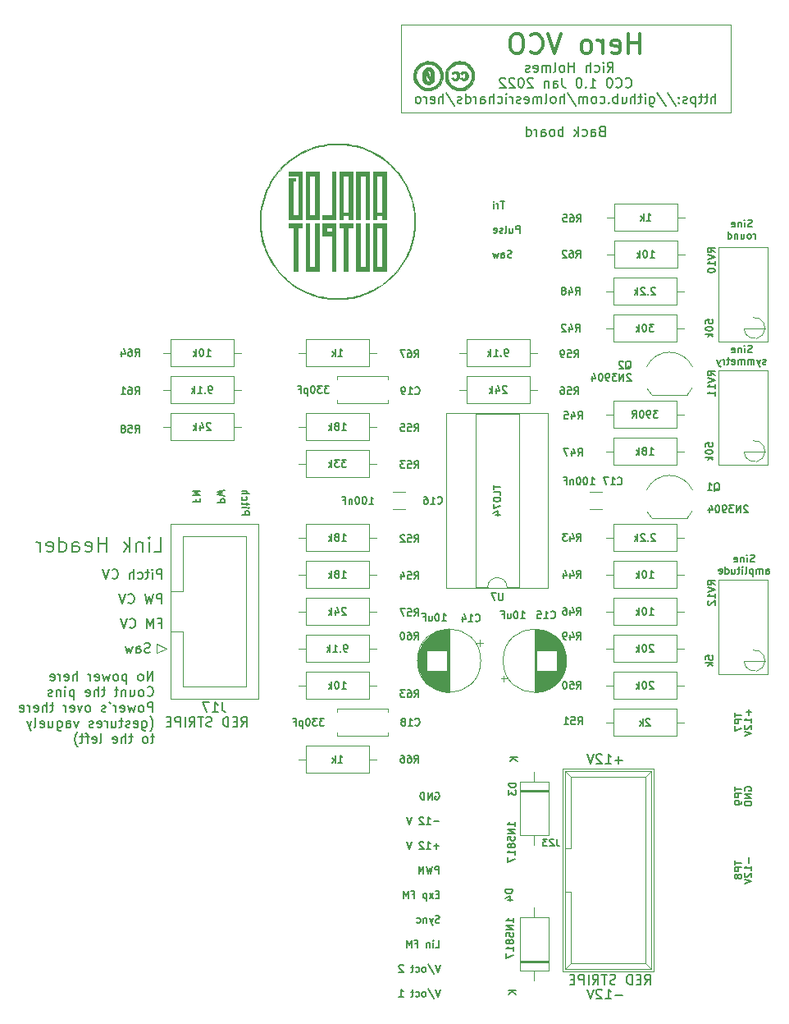
<source format=gbo>
G04 #@! TF.GenerationSoftware,KiCad,Pcbnew,6.0.5-a6ca702e91~116~ubuntu20.04.1*
G04 #@! TF.CreationDate,2022-06-19T13:50:02-04:00*
G04 #@! TF.ProjectId,herovco_back,6865726f-7663-46f5-9f62-61636b2e6b69,rev?*
G04 #@! TF.SameCoordinates,Original*
G04 #@! TF.FileFunction,Legend,Bot*
G04 #@! TF.FilePolarity,Positive*
%FSLAX46Y46*%
G04 Gerber Fmt 4.6, Leading zero omitted, Abs format (unit mm)*
G04 Created by KiCad (PCBNEW 6.0.5-a6ca702e91~116~ubuntu20.04.1) date 2022-06-19 13:50:02*
%MOMM*%
%LPD*%
G01*
G04 APERTURE LIST*
%ADD10C,0.120000*%
%ADD11C,0.150000*%
%ADD12C,0.300000*%
%ADD13C,0.200000*%
%ADD14C,0.100000*%
%ADD15C,0.010000*%
G04 APERTURE END LIST*
D10*
X156360000Y-37760000D02*
X190360000Y-37760000D01*
X190360000Y-37760000D02*
X190360000Y-28760000D01*
X156360000Y-28760000D02*
X156360000Y-37760000D01*
X190360000Y-28760000D02*
X156360000Y-28760000D01*
D11*
X130452023Y-93434761D02*
X130309166Y-93482380D01*
X130071071Y-93482380D01*
X129975833Y-93434761D01*
X129928214Y-93387142D01*
X129880595Y-93291904D01*
X129880595Y-93196666D01*
X129928214Y-93101428D01*
X129975833Y-93053809D01*
X130071071Y-93006190D01*
X130261547Y-92958571D01*
X130356785Y-92910952D01*
X130404404Y-92863333D01*
X130452023Y-92768095D01*
X130452023Y-92672857D01*
X130404404Y-92577619D01*
X130356785Y-92530000D01*
X130261547Y-92482380D01*
X130023452Y-92482380D01*
X129880595Y-92530000D01*
X129023452Y-93482380D02*
X129023452Y-92958571D01*
X129071071Y-92863333D01*
X129166309Y-92815714D01*
X129356785Y-92815714D01*
X129452023Y-92863333D01*
X129023452Y-93434761D02*
X129118690Y-93482380D01*
X129356785Y-93482380D01*
X129452023Y-93434761D01*
X129499642Y-93339523D01*
X129499642Y-93244285D01*
X129452023Y-93149047D01*
X129356785Y-93101428D01*
X129118690Y-93101428D01*
X129023452Y-93053809D01*
X128642500Y-92815714D02*
X128452023Y-93482380D01*
X128261547Y-93006190D01*
X128071071Y-93482380D01*
X127880595Y-92815714D01*
X131341071Y-90418571D02*
X131674404Y-90418571D01*
X131674404Y-90942380D02*
X131674404Y-89942380D01*
X131198214Y-89942380D01*
X130817261Y-90942380D02*
X130817261Y-89942380D01*
X130483928Y-90656666D01*
X130150595Y-89942380D01*
X130150595Y-90942380D01*
X128341071Y-90847142D02*
X128388690Y-90894761D01*
X128531547Y-90942380D01*
X128626785Y-90942380D01*
X128769642Y-90894761D01*
X128864880Y-90799523D01*
X128912500Y-90704285D01*
X128960119Y-90513809D01*
X128960119Y-90370952D01*
X128912500Y-90180476D01*
X128864880Y-90085238D01*
X128769642Y-89990000D01*
X128626785Y-89942380D01*
X128531547Y-89942380D01*
X128388690Y-89990000D01*
X128341071Y-90037619D01*
X128055357Y-89942380D02*
X127722023Y-90942380D01*
X127388690Y-89942380D01*
X131674404Y-88402380D02*
X131674404Y-87402380D01*
X131293452Y-87402380D01*
X131198214Y-87450000D01*
X131150595Y-87497619D01*
X131102976Y-87592857D01*
X131102976Y-87735714D01*
X131150595Y-87830952D01*
X131198214Y-87878571D01*
X131293452Y-87926190D01*
X131674404Y-87926190D01*
X130769642Y-87402380D02*
X130531547Y-88402380D01*
X130341071Y-87688095D01*
X130150595Y-88402380D01*
X129912500Y-87402380D01*
X128198214Y-88307142D02*
X128245833Y-88354761D01*
X128388690Y-88402380D01*
X128483928Y-88402380D01*
X128626785Y-88354761D01*
X128722023Y-88259523D01*
X128769642Y-88164285D01*
X128817261Y-87973809D01*
X128817261Y-87830952D01*
X128769642Y-87640476D01*
X128722023Y-87545238D01*
X128626785Y-87450000D01*
X128483928Y-87402380D01*
X128388690Y-87402380D01*
X128245833Y-87450000D01*
X128198214Y-87497619D01*
X127912500Y-87402380D02*
X127579166Y-88402380D01*
X127245833Y-87402380D01*
X131674404Y-85862380D02*
X131674404Y-84862380D01*
X131293452Y-84862380D01*
X131198214Y-84910000D01*
X131150595Y-84957619D01*
X131102976Y-85052857D01*
X131102976Y-85195714D01*
X131150595Y-85290952D01*
X131198214Y-85338571D01*
X131293452Y-85386190D01*
X131674404Y-85386190D01*
X130674404Y-85862380D02*
X130674404Y-85195714D01*
X130674404Y-84862380D02*
X130722023Y-84910000D01*
X130674404Y-84957619D01*
X130626785Y-84910000D01*
X130674404Y-84862380D01*
X130674404Y-84957619D01*
X130341071Y-85195714D02*
X129960119Y-85195714D01*
X130198214Y-84862380D02*
X130198214Y-85719523D01*
X130150595Y-85814761D01*
X130055357Y-85862380D01*
X129960119Y-85862380D01*
X129198214Y-85814761D02*
X129293452Y-85862380D01*
X129483928Y-85862380D01*
X129579166Y-85814761D01*
X129626785Y-85767142D01*
X129674404Y-85671904D01*
X129674404Y-85386190D01*
X129626785Y-85290952D01*
X129579166Y-85243333D01*
X129483928Y-85195714D01*
X129293452Y-85195714D01*
X129198214Y-85243333D01*
X128769642Y-85862380D02*
X128769642Y-84862380D01*
X128341071Y-85862380D02*
X128341071Y-85338571D01*
X128388690Y-85243333D01*
X128483928Y-85195714D01*
X128626785Y-85195714D01*
X128722023Y-85243333D01*
X128769642Y-85290952D01*
X126531547Y-85767142D02*
X126579166Y-85814761D01*
X126722023Y-85862380D01*
X126817261Y-85862380D01*
X126960119Y-85814761D01*
X127055357Y-85719523D01*
X127102976Y-85624285D01*
X127150595Y-85433809D01*
X127150595Y-85290952D01*
X127102976Y-85100476D01*
X127055357Y-85005238D01*
X126960119Y-84910000D01*
X126817261Y-84862380D01*
X126722023Y-84862380D01*
X126579166Y-84910000D01*
X126531547Y-84957619D01*
X126245833Y-84862380D02*
X125912500Y-85862380D01*
X125579166Y-84862380D01*
X139871428Y-101102380D02*
X140204761Y-100626190D01*
X140442857Y-101102380D02*
X140442857Y-100102380D01*
X140061904Y-100102380D01*
X139966666Y-100150000D01*
X139919047Y-100197619D01*
X139871428Y-100292857D01*
X139871428Y-100435714D01*
X139919047Y-100530952D01*
X139966666Y-100578571D01*
X140061904Y-100626190D01*
X140442857Y-100626190D01*
X139442857Y-100578571D02*
X139109523Y-100578571D01*
X138966666Y-101102380D02*
X139442857Y-101102380D01*
X139442857Y-100102380D01*
X138966666Y-100102380D01*
X138538095Y-101102380D02*
X138538095Y-100102380D01*
X138300000Y-100102380D01*
X138157142Y-100150000D01*
X138061904Y-100245238D01*
X138014285Y-100340476D01*
X137966666Y-100530952D01*
X137966666Y-100673809D01*
X138014285Y-100864285D01*
X138061904Y-100959523D01*
X138157142Y-101054761D01*
X138300000Y-101102380D01*
X138538095Y-101102380D01*
X136823809Y-101054761D02*
X136680952Y-101102380D01*
X136442857Y-101102380D01*
X136347619Y-101054761D01*
X136300000Y-101007142D01*
X136252380Y-100911904D01*
X136252380Y-100816666D01*
X136300000Y-100721428D01*
X136347619Y-100673809D01*
X136442857Y-100626190D01*
X136633333Y-100578571D01*
X136728571Y-100530952D01*
X136776190Y-100483333D01*
X136823809Y-100388095D01*
X136823809Y-100292857D01*
X136776190Y-100197619D01*
X136728571Y-100150000D01*
X136633333Y-100102380D01*
X136395238Y-100102380D01*
X136252380Y-100150000D01*
X135966666Y-100102380D02*
X135395238Y-100102380D01*
X135680952Y-101102380D02*
X135680952Y-100102380D01*
X134490476Y-101102380D02*
X134823809Y-100626190D01*
X135061904Y-101102380D02*
X135061904Y-100102380D01*
X134680952Y-100102380D01*
X134585714Y-100150000D01*
X134538095Y-100197619D01*
X134490476Y-100292857D01*
X134490476Y-100435714D01*
X134538095Y-100530952D01*
X134585714Y-100578571D01*
X134680952Y-100626190D01*
X135061904Y-100626190D01*
X134061904Y-101102380D02*
X134061904Y-100102380D01*
X133585714Y-101102380D02*
X133585714Y-100102380D01*
X133204761Y-100102380D01*
X133109523Y-100150000D01*
X133061904Y-100197619D01*
X133014285Y-100292857D01*
X133014285Y-100435714D01*
X133061904Y-100530952D01*
X133109523Y-100578571D01*
X133204761Y-100626190D01*
X133585714Y-100626190D01*
X132585714Y-100578571D02*
X132252380Y-100578571D01*
X132109523Y-101102380D02*
X132585714Y-101102380D01*
X132585714Y-100102380D01*
X132109523Y-100102380D01*
X177074285Y-39688571D02*
X176931428Y-39736190D01*
X176883809Y-39783809D01*
X176836190Y-39879047D01*
X176836190Y-40021904D01*
X176883809Y-40117142D01*
X176931428Y-40164761D01*
X177026666Y-40212380D01*
X177407619Y-40212380D01*
X177407619Y-39212380D01*
X177074285Y-39212380D01*
X176979047Y-39260000D01*
X176931428Y-39307619D01*
X176883809Y-39402857D01*
X176883809Y-39498095D01*
X176931428Y-39593333D01*
X176979047Y-39640952D01*
X177074285Y-39688571D01*
X177407619Y-39688571D01*
X175979047Y-40212380D02*
X175979047Y-39688571D01*
X176026666Y-39593333D01*
X176121904Y-39545714D01*
X176312380Y-39545714D01*
X176407619Y-39593333D01*
X175979047Y-40164761D02*
X176074285Y-40212380D01*
X176312380Y-40212380D01*
X176407619Y-40164761D01*
X176455238Y-40069523D01*
X176455238Y-39974285D01*
X176407619Y-39879047D01*
X176312380Y-39831428D01*
X176074285Y-39831428D01*
X175979047Y-39783809D01*
X175074285Y-40164761D02*
X175169523Y-40212380D01*
X175360000Y-40212380D01*
X175455238Y-40164761D01*
X175502857Y-40117142D01*
X175550476Y-40021904D01*
X175550476Y-39736190D01*
X175502857Y-39640952D01*
X175455238Y-39593333D01*
X175360000Y-39545714D01*
X175169523Y-39545714D01*
X175074285Y-39593333D01*
X174645714Y-40212380D02*
X174645714Y-39212380D01*
X174550476Y-39831428D02*
X174264761Y-40212380D01*
X174264761Y-39545714D02*
X174645714Y-39926666D01*
X173074285Y-40212380D02*
X173074285Y-39212380D01*
X173074285Y-39593333D02*
X172979047Y-39545714D01*
X172788571Y-39545714D01*
X172693333Y-39593333D01*
X172645714Y-39640952D01*
X172598095Y-39736190D01*
X172598095Y-40021904D01*
X172645714Y-40117142D01*
X172693333Y-40164761D01*
X172788571Y-40212380D01*
X172979047Y-40212380D01*
X173074285Y-40164761D01*
X172026666Y-40212380D02*
X172121904Y-40164761D01*
X172169523Y-40117142D01*
X172217142Y-40021904D01*
X172217142Y-39736190D01*
X172169523Y-39640952D01*
X172121904Y-39593333D01*
X172026666Y-39545714D01*
X171883809Y-39545714D01*
X171788571Y-39593333D01*
X171740952Y-39640952D01*
X171693333Y-39736190D01*
X171693333Y-40021904D01*
X171740952Y-40117142D01*
X171788571Y-40164761D01*
X171883809Y-40212380D01*
X172026666Y-40212380D01*
X170836190Y-40212380D02*
X170836190Y-39688571D01*
X170883809Y-39593333D01*
X170979047Y-39545714D01*
X171169523Y-39545714D01*
X171264761Y-39593333D01*
X170836190Y-40164761D02*
X170931428Y-40212380D01*
X171169523Y-40212380D01*
X171264761Y-40164761D01*
X171312380Y-40069523D01*
X171312380Y-39974285D01*
X171264761Y-39879047D01*
X171169523Y-39831428D01*
X170931428Y-39831428D01*
X170836190Y-39783809D01*
X170360000Y-40212380D02*
X170360000Y-39545714D01*
X170360000Y-39736190D02*
X170312380Y-39640952D01*
X170264761Y-39593333D01*
X170169523Y-39545714D01*
X170074285Y-39545714D01*
X169312380Y-40212380D02*
X169312380Y-39212380D01*
X169312380Y-40164761D02*
X169407619Y-40212380D01*
X169598095Y-40212380D01*
X169693333Y-40164761D01*
X169740952Y-40117142D01*
X169788571Y-40021904D01*
X169788571Y-39736190D01*
X169740952Y-39640952D01*
X169693333Y-39593333D01*
X169598095Y-39545714D01*
X169407619Y-39545714D01*
X169312380Y-39593333D01*
X177669523Y-33602380D02*
X178002857Y-33126190D01*
X178240952Y-33602380D02*
X178240952Y-32602380D01*
X177860000Y-32602380D01*
X177764761Y-32650000D01*
X177717142Y-32697619D01*
X177669523Y-32792857D01*
X177669523Y-32935714D01*
X177717142Y-33030952D01*
X177764761Y-33078571D01*
X177860000Y-33126190D01*
X178240952Y-33126190D01*
X177240952Y-33602380D02*
X177240952Y-32935714D01*
X177240952Y-32602380D02*
X177288571Y-32650000D01*
X177240952Y-32697619D01*
X177193333Y-32650000D01*
X177240952Y-32602380D01*
X177240952Y-32697619D01*
X176336190Y-33554761D02*
X176431428Y-33602380D01*
X176621904Y-33602380D01*
X176717142Y-33554761D01*
X176764761Y-33507142D01*
X176812380Y-33411904D01*
X176812380Y-33126190D01*
X176764761Y-33030952D01*
X176717142Y-32983333D01*
X176621904Y-32935714D01*
X176431428Y-32935714D01*
X176336190Y-32983333D01*
X175907619Y-33602380D02*
X175907619Y-32602380D01*
X175479047Y-33602380D02*
X175479047Y-33078571D01*
X175526666Y-32983333D01*
X175621904Y-32935714D01*
X175764761Y-32935714D01*
X175860000Y-32983333D01*
X175907619Y-33030952D01*
X174240952Y-33602380D02*
X174240952Y-32602380D01*
X174240952Y-33078571D02*
X173669523Y-33078571D01*
X173669523Y-33602380D02*
X173669523Y-32602380D01*
X173050476Y-33602380D02*
X173145714Y-33554761D01*
X173193333Y-33507142D01*
X173240952Y-33411904D01*
X173240952Y-33126190D01*
X173193333Y-33030952D01*
X173145714Y-32983333D01*
X173050476Y-32935714D01*
X172907619Y-32935714D01*
X172812380Y-32983333D01*
X172764761Y-33030952D01*
X172717142Y-33126190D01*
X172717142Y-33411904D01*
X172764761Y-33507142D01*
X172812380Y-33554761D01*
X172907619Y-33602380D01*
X173050476Y-33602380D01*
X172145714Y-33602380D02*
X172240952Y-33554761D01*
X172288571Y-33459523D01*
X172288571Y-32602380D01*
X171764761Y-33602380D02*
X171764761Y-32935714D01*
X171764761Y-33030952D02*
X171717142Y-32983333D01*
X171621904Y-32935714D01*
X171479047Y-32935714D01*
X171383809Y-32983333D01*
X171336190Y-33078571D01*
X171336190Y-33602380D01*
X171336190Y-33078571D02*
X171288571Y-32983333D01*
X171193333Y-32935714D01*
X171050476Y-32935714D01*
X170955238Y-32983333D01*
X170907619Y-33078571D01*
X170907619Y-33602380D01*
X170050476Y-33554761D02*
X170145714Y-33602380D01*
X170336190Y-33602380D01*
X170431428Y-33554761D01*
X170479047Y-33459523D01*
X170479047Y-33078571D01*
X170431428Y-32983333D01*
X170336190Y-32935714D01*
X170145714Y-32935714D01*
X170050476Y-32983333D01*
X170002857Y-33078571D01*
X170002857Y-33173809D01*
X170479047Y-33269047D01*
X169621904Y-33554761D02*
X169526666Y-33602380D01*
X169336190Y-33602380D01*
X169240952Y-33554761D01*
X169193333Y-33459523D01*
X169193333Y-33411904D01*
X169240952Y-33316666D01*
X169336190Y-33269047D01*
X169479047Y-33269047D01*
X169574285Y-33221428D01*
X169621904Y-33126190D01*
X169621904Y-33078571D01*
X169574285Y-32983333D01*
X169479047Y-32935714D01*
X169336190Y-32935714D01*
X169240952Y-32983333D01*
X179550476Y-35117142D02*
X179598095Y-35164761D01*
X179740952Y-35212380D01*
X179836190Y-35212380D01*
X179979047Y-35164761D01*
X180074285Y-35069523D01*
X180121904Y-34974285D01*
X180169523Y-34783809D01*
X180169523Y-34640952D01*
X180121904Y-34450476D01*
X180074285Y-34355238D01*
X179979047Y-34260000D01*
X179836190Y-34212380D01*
X179740952Y-34212380D01*
X179598095Y-34260000D01*
X179550476Y-34307619D01*
X178550476Y-35117142D02*
X178598095Y-35164761D01*
X178740952Y-35212380D01*
X178836190Y-35212380D01*
X178979047Y-35164761D01*
X179074285Y-35069523D01*
X179121904Y-34974285D01*
X179169523Y-34783809D01*
X179169523Y-34640952D01*
X179121904Y-34450476D01*
X179074285Y-34355238D01*
X178979047Y-34260000D01*
X178836190Y-34212380D01*
X178740952Y-34212380D01*
X178598095Y-34260000D01*
X178550476Y-34307619D01*
X177931428Y-34212380D02*
X177836190Y-34212380D01*
X177740952Y-34260000D01*
X177693333Y-34307619D01*
X177645714Y-34402857D01*
X177598095Y-34593333D01*
X177598095Y-34831428D01*
X177645714Y-35021904D01*
X177693333Y-35117142D01*
X177740952Y-35164761D01*
X177836190Y-35212380D01*
X177931428Y-35212380D01*
X178026666Y-35164761D01*
X178074285Y-35117142D01*
X178121904Y-35021904D01*
X178169523Y-34831428D01*
X178169523Y-34593333D01*
X178121904Y-34402857D01*
X178074285Y-34307619D01*
X178026666Y-34260000D01*
X177931428Y-34212380D01*
X175883809Y-35212380D02*
X176455238Y-35212380D01*
X176169523Y-35212380D02*
X176169523Y-34212380D01*
X176264761Y-34355238D01*
X176360000Y-34450476D01*
X176455238Y-34498095D01*
X175455238Y-35117142D02*
X175407619Y-35164761D01*
X175455238Y-35212380D01*
X175502857Y-35164761D01*
X175455238Y-35117142D01*
X175455238Y-35212380D01*
X174788571Y-34212380D02*
X174693333Y-34212380D01*
X174598095Y-34260000D01*
X174550476Y-34307619D01*
X174502857Y-34402857D01*
X174455238Y-34593333D01*
X174455238Y-34831428D01*
X174502857Y-35021904D01*
X174550476Y-35117142D01*
X174598095Y-35164761D01*
X174693333Y-35212380D01*
X174788571Y-35212380D01*
X174883809Y-35164761D01*
X174931428Y-35117142D01*
X174979047Y-35021904D01*
X175026666Y-34831428D01*
X175026666Y-34593333D01*
X174979047Y-34402857D01*
X174931428Y-34307619D01*
X174883809Y-34260000D01*
X174788571Y-34212380D01*
X172979047Y-34212380D02*
X172979047Y-34926666D01*
X173026666Y-35069523D01*
X173121904Y-35164761D01*
X173264761Y-35212380D01*
X173360000Y-35212380D01*
X172074285Y-35212380D02*
X172074285Y-34688571D01*
X172121904Y-34593333D01*
X172217142Y-34545714D01*
X172407619Y-34545714D01*
X172502857Y-34593333D01*
X172074285Y-35164761D02*
X172169523Y-35212380D01*
X172407619Y-35212380D01*
X172502857Y-35164761D01*
X172550476Y-35069523D01*
X172550476Y-34974285D01*
X172502857Y-34879047D01*
X172407619Y-34831428D01*
X172169523Y-34831428D01*
X172074285Y-34783809D01*
X171598095Y-34545714D02*
X171598095Y-35212380D01*
X171598095Y-34640952D02*
X171550476Y-34593333D01*
X171455238Y-34545714D01*
X171312380Y-34545714D01*
X171217142Y-34593333D01*
X171169523Y-34688571D01*
X171169523Y-35212380D01*
X169979047Y-34307619D02*
X169931428Y-34260000D01*
X169836190Y-34212380D01*
X169598095Y-34212380D01*
X169502857Y-34260000D01*
X169455238Y-34307619D01*
X169407619Y-34402857D01*
X169407619Y-34498095D01*
X169455238Y-34640952D01*
X170026666Y-35212380D01*
X169407619Y-35212380D01*
X168788571Y-34212380D02*
X168693333Y-34212380D01*
X168598095Y-34260000D01*
X168550476Y-34307619D01*
X168502857Y-34402857D01*
X168455238Y-34593333D01*
X168455238Y-34831428D01*
X168502857Y-35021904D01*
X168550476Y-35117142D01*
X168598095Y-35164761D01*
X168693333Y-35212380D01*
X168788571Y-35212380D01*
X168883809Y-35164761D01*
X168931428Y-35117142D01*
X168979047Y-35021904D01*
X169026666Y-34831428D01*
X169026666Y-34593333D01*
X168979047Y-34402857D01*
X168931428Y-34307619D01*
X168883809Y-34260000D01*
X168788571Y-34212380D01*
X168074285Y-34307619D02*
X168026666Y-34260000D01*
X167931428Y-34212380D01*
X167693333Y-34212380D01*
X167598095Y-34260000D01*
X167550476Y-34307619D01*
X167502857Y-34402857D01*
X167502857Y-34498095D01*
X167550476Y-34640952D01*
X168121904Y-35212380D01*
X167502857Y-35212380D01*
X167121904Y-34307619D02*
X167074285Y-34260000D01*
X166979047Y-34212380D01*
X166740952Y-34212380D01*
X166645714Y-34260000D01*
X166598095Y-34307619D01*
X166550476Y-34402857D01*
X166550476Y-34498095D01*
X166598095Y-34640952D01*
X167169523Y-35212380D01*
X166550476Y-35212380D01*
X188812380Y-36822380D02*
X188812380Y-35822380D01*
X188383809Y-36822380D02*
X188383809Y-36298571D01*
X188431428Y-36203333D01*
X188526666Y-36155714D01*
X188669523Y-36155714D01*
X188764761Y-36203333D01*
X188812380Y-36250952D01*
X188050476Y-36155714D02*
X187669523Y-36155714D01*
X187907619Y-35822380D02*
X187907619Y-36679523D01*
X187860000Y-36774761D01*
X187764761Y-36822380D01*
X187669523Y-36822380D01*
X187479047Y-36155714D02*
X187098095Y-36155714D01*
X187336190Y-35822380D02*
X187336190Y-36679523D01*
X187288571Y-36774761D01*
X187193333Y-36822380D01*
X187098095Y-36822380D01*
X186764761Y-36155714D02*
X186764761Y-37155714D01*
X186764761Y-36203333D02*
X186669523Y-36155714D01*
X186479047Y-36155714D01*
X186383809Y-36203333D01*
X186336190Y-36250952D01*
X186288571Y-36346190D01*
X186288571Y-36631904D01*
X186336190Y-36727142D01*
X186383809Y-36774761D01*
X186479047Y-36822380D01*
X186669523Y-36822380D01*
X186764761Y-36774761D01*
X185907619Y-36774761D02*
X185812380Y-36822380D01*
X185621904Y-36822380D01*
X185526666Y-36774761D01*
X185479047Y-36679523D01*
X185479047Y-36631904D01*
X185526666Y-36536666D01*
X185621904Y-36489047D01*
X185764761Y-36489047D01*
X185860000Y-36441428D01*
X185907619Y-36346190D01*
X185907619Y-36298571D01*
X185860000Y-36203333D01*
X185764761Y-36155714D01*
X185621904Y-36155714D01*
X185526666Y-36203333D01*
X185050476Y-36727142D02*
X185002857Y-36774761D01*
X185050476Y-36822380D01*
X185098095Y-36774761D01*
X185050476Y-36727142D01*
X185050476Y-36822380D01*
X185050476Y-36203333D02*
X185002857Y-36250952D01*
X185050476Y-36298571D01*
X185098095Y-36250952D01*
X185050476Y-36203333D01*
X185050476Y-36298571D01*
X183860000Y-35774761D02*
X184717142Y-37060476D01*
X182812380Y-35774761D02*
X183669523Y-37060476D01*
X182050476Y-36155714D02*
X182050476Y-36965238D01*
X182098095Y-37060476D01*
X182145714Y-37108095D01*
X182240952Y-37155714D01*
X182383809Y-37155714D01*
X182479047Y-37108095D01*
X182050476Y-36774761D02*
X182145714Y-36822380D01*
X182336190Y-36822380D01*
X182431428Y-36774761D01*
X182479047Y-36727142D01*
X182526666Y-36631904D01*
X182526666Y-36346190D01*
X182479047Y-36250952D01*
X182431428Y-36203333D01*
X182336190Y-36155714D01*
X182145714Y-36155714D01*
X182050476Y-36203333D01*
X181574285Y-36822380D02*
X181574285Y-36155714D01*
X181574285Y-35822380D02*
X181621904Y-35870000D01*
X181574285Y-35917619D01*
X181526666Y-35870000D01*
X181574285Y-35822380D01*
X181574285Y-35917619D01*
X181240952Y-36155714D02*
X180860000Y-36155714D01*
X181098095Y-35822380D02*
X181098095Y-36679523D01*
X181050476Y-36774761D01*
X180955238Y-36822380D01*
X180860000Y-36822380D01*
X180526666Y-36822380D02*
X180526666Y-35822380D01*
X180098095Y-36822380D02*
X180098095Y-36298571D01*
X180145714Y-36203333D01*
X180240952Y-36155714D01*
X180383809Y-36155714D01*
X180479047Y-36203333D01*
X180526666Y-36250952D01*
X179193333Y-36155714D02*
X179193333Y-36822380D01*
X179621904Y-36155714D02*
X179621904Y-36679523D01*
X179574285Y-36774761D01*
X179479047Y-36822380D01*
X179336190Y-36822380D01*
X179240952Y-36774761D01*
X179193333Y-36727142D01*
X178717142Y-36822380D02*
X178717142Y-35822380D01*
X178717142Y-36203333D02*
X178621904Y-36155714D01*
X178431428Y-36155714D01*
X178336190Y-36203333D01*
X178288571Y-36250952D01*
X178240952Y-36346190D01*
X178240952Y-36631904D01*
X178288571Y-36727142D01*
X178336190Y-36774761D01*
X178431428Y-36822380D01*
X178621904Y-36822380D01*
X178717142Y-36774761D01*
X177812380Y-36727142D02*
X177764761Y-36774761D01*
X177812380Y-36822380D01*
X177860000Y-36774761D01*
X177812380Y-36727142D01*
X177812380Y-36822380D01*
X176907619Y-36774761D02*
X177002857Y-36822380D01*
X177193333Y-36822380D01*
X177288571Y-36774761D01*
X177336190Y-36727142D01*
X177383809Y-36631904D01*
X177383809Y-36346190D01*
X177336190Y-36250952D01*
X177288571Y-36203333D01*
X177193333Y-36155714D01*
X177002857Y-36155714D01*
X176907619Y-36203333D01*
X176336190Y-36822380D02*
X176431428Y-36774761D01*
X176479047Y-36727142D01*
X176526666Y-36631904D01*
X176526666Y-36346190D01*
X176479047Y-36250952D01*
X176431428Y-36203333D01*
X176336190Y-36155714D01*
X176193333Y-36155714D01*
X176098095Y-36203333D01*
X176050476Y-36250952D01*
X176002857Y-36346190D01*
X176002857Y-36631904D01*
X176050476Y-36727142D01*
X176098095Y-36774761D01*
X176193333Y-36822380D01*
X176336190Y-36822380D01*
X175574285Y-36822380D02*
X175574285Y-36155714D01*
X175574285Y-36250952D02*
X175526666Y-36203333D01*
X175431428Y-36155714D01*
X175288571Y-36155714D01*
X175193333Y-36203333D01*
X175145714Y-36298571D01*
X175145714Y-36822380D01*
X175145714Y-36298571D02*
X175098095Y-36203333D01*
X175002857Y-36155714D01*
X174860000Y-36155714D01*
X174764761Y-36203333D01*
X174717142Y-36298571D01*
X174717142Y-36822380D01*
X173526666Y-35774761D02*
X174383809Y-37060476D01*
X173193333Y-36822380D02*
X173193333Y-35822380D01*
X172764761Y-36822380D02*
X172764761Y-36298571D01*
X172812380Y-36203333D01*
X172907619Y-36155714D01*
X173050476Y-36155714D01*
X173145714Y-36203333D01*
X173193333Y-36250952D01*
X172145714Y-36822380D02*
X172240952Y-36774761D01*
X172288571Y-36727142D01*
X172336190Y-36631904D01*
X172336190Y-36346190D01*
X172288571Y-36250952D01*
X172240952Y-36203333D01*
X172145714Y-36155714D01*
X172002857Y-36155714D01*
X171907619Y-36203333D01*
X171860000Y-36250952D01*
X171812380Y-36346190D01*
X171812380Y-36631904D01*
X171860000Y-36727142D01*
X171907619Y-36774761D01*
X172002857Y-36822380D01*
X172145714Y-36822380D01*
X171240952Y-36822380D02*
X171336190Y-36774761D01*
X171383809Y-36679523D01*
X171383809Y-35822380D01*
X170860000Y-36822380D02*
X170860000Y-36155714D01*
X170860000Y-36250952D02*
X170812380Y-36203333D01*
X170717142Y-36155714D01*
X170574285Y-36155714D01*
X170479047Y-36203333D01*
X170431428Y-36298571D01*
X170431428Y-36822380D01*
X170431428Y-36298571D02*
X170383809Y-36203333D01*
X170288571Y-36155714D01*
X170145714Y-36155714D01*
X170050476Y-36203333D01*
X170002857Y-36298571D01*
X170002857Y-36822380D01*
X169145714Y-36774761D02*
X169240952Y-36822380D01*
X169431428Y-36822380D01*
X169526666Y-36774761D01*
X169574285Y-36679523D01*
X169574285Y-36298571D01*
X169526666Y-36203333D01*
X169431428Y-36155714D01*
X169240952Y-36155714D01*
X169145714Y-36203333D01*
X169098095Y-36298571D01*
X169098095Y-36393809D01*
X169574285Y-36489047D01*
X168717142Y-36774761D02*
X168621904Y-36822380D01*
X168431428Y-36822380D01*
X168336190Y-36774761D01*
X168288571Y-36679523D01*
X168288571Y-36631904D01*
X168336190Y-36536666D01*
X168431428Y-36489047D01*
X168574285Y-36489047D01*
X168669523Y-36441428D01*
X168717142Y-36346190D01*
X168717142Y-36298571D01*
X168669523Y-36203333D01*
X168574285Y-36155714D01*
X168431428Y-36155714D01*
X168336190Y-36203333D01*
X167860000Y-36822380D02*
X167860000Y-36155714D01*
X167860000Y-36346190D02*
X167812380Y-36250952D01*
X167764761Y-36203333D01*
X167669523Y-36155714D01*
X167574285Y-36155714D01*
X167240952Y-36822380D02*
X167240952Y-36155714D01*
X167240952Y-35822380D02*
X167288571Y-35870000D01*
X167240952Y-35917619D01*
X167193333Y-35870000D01*
X167240952Y-35822380D01*
X167240952Y-35917619D01*
X166336190Y-36774761D02*
X166431428Y-36822380D01*
X166621904Y-36822380D01*
X166717142Y-36774761D01*
X166764761Y-36727142D01*
X166812380Y-36631904D01*
X166812380Y-36346190D01*
X166764761Y-36250952D01*
X166717142Y-36203333D01*
X166621904Y-36155714D01*
X166431428Y-36155714D01*
X166336190Y-36203333D01*
X165907619Y-36822380D02*
X165907619Y-35822380D01*
X165479047Y-36822380D02*
X165479047Y-36298571D01*
X165526666Y-36203333D01*
X165621904Y-36155714D01*
X165764761Y-36155714D01*
X165860000Y-36203333D01*
X165907619Y-36250952D01*
X164574285Y-36822380D02*
X164574285Y-36298571D01*
X164621904Y-36203333D01*
X164717142Y-36155714D01*
X164907619Y-36155714D01*
X165002857Y-36203333D01*
X164574285Y-36774761D02*
X164669523Y-36822380D01*
X164907619Y-36822380D01*
X165002857Y-36774761D01*
X165050476Y-36679523D01*
X165050476Y-36584285D01*
X165002857Y-36489047D01*
X164907619Y-36441428D01*
X164669523Y-36441428D01*
X164574285Y-36393809D01*
X164098095Y-36822380D02*
X164098095Y-36155714D01*
X164098095Y-36346190D02*
X164050476Y-36250952D01*
X164002857Y-36203333D01*
X163907619Y-36155714D01*
X163812380Y-36155714D01*
X163050476Y-36822380D02*
X163050476Y-35822380D01*
X163050476Y-36774761D02*
X163145714Y-36822380D01*
X163336190Y-36822380D01*
X163431428Y-36774761D01*
X163479047Y-36727142D01*
X163526666Y-36631904D01*
X163526666Y-36346190D01*
X163479047Y-36250952D01*
X163431428Y-36203333D01*
X163336190Y-36155714D01*
X163145714Y-36155714D01*
X163050476Y-36203333D01*
X162621904Y-36774761D02*
X162526666Y-36822380D01*
X162336190Y-36822380D01*
X162240952Y-36774761D01*
X162193333Y-36679523D01*
X162193333Y-36631904D01*
X162240952Y-36536666D01*
X162336190Y-36489047D01*
X162479047Y-36489047D01*
X162574285Y-36441428D01*
X162621904Y-36346190D01*
X162621904Y-36298571D01*
X162574285Y-36203333D01*
X162479047Y-36155714D01*
X162336190Y-36155714D01*
X162240952Y-36203333D01*
X161050476Y-35774761D02*
X161907619Y-37060476D01*
X160717142Y-36822380D02*
X160717142Y-35822380D01*
X160288571Y-36822380D02*
X160288571Y-36298571D01*
X160336190Y-36203333D01*
X160431428Y-36155714D01*
X160574285Y-36155714D01*
X160669523Y-36203333D01*
X160717142Y-36250952D01*
X159431428Y-36774761D02*
X159526666Y-36822380D01*
X159717142Y-36822380D01*
X159812380Y-36774761D01*
X159860000Y-36679523D01*
X159860000Y-36298571D01*
X159812380Y-36203333D01*
X159717142Y-36155714D01*
X159526666Y-36155714D01*
X159431428Y-36203333D01*
X159383809Y-36298571D01*
X159383809Y-36393809D01*
X159860000Y-36489047D01*
X158955238Y-36822380D02*
X158955238Y-36155714D01*
X158955238Y-36346190D02*
X158907619Y-36250952D01*
X158860000Y-36203333D01*
X158764761Y-36155714D01*
X158669523Y-36155714D01*
X158193333Y-36822380D02*
X158288571Y-36774761D01*
X158336190Y-36727142D01*
X158383809Y-36631904D01*
X158383809Y-36346190D01*
X158336190Y-36250952D01*
X158288571Y-36203333D01*
X158193333Y-36155714D01*
X158050476Y-36155714D01*
X157955238Y-36203333D01*
X157907619Y-36250952D01*
X157860000Y-36346190D01*
X157860000Y-36631904D01*
X157907619Y-36727142D01*
X157955238Y-36774761D01*
X158050476Y-36822380D01*
X158193333Y-36822380D01*
D12*
X180979047Y-31664761D02*
X180979047Y-29664761D01*
X180979047Y-30617142D02*
X179836190Y-30617142D01*
X179836190Y-31664761D02*
X179836190Y-29664761D01*
X178121904Y-31569523D02*
X178312380Y-31664761D01*
X178693333Y-31664761D01*
X178883809Y-31569523D01*
X178979047Y-31379047D01*
X178979047Y-30617142D01*
X178883809Y-30426666D01*
X178693333Y-30331428D01*
X178312380Y-30331428D01*
X178121904Y-30426666D01*
X178026666Y-30617142D01*
X178026666Y-30807619D01*
X178979047Y-30998095D01*
X177169523Y-31664761D02*
X177169523Y-30331428D01*
X177169523Y-30712380D02*
X177074285Y-30521904D01*
X176979047Y-30426666D01*
X176788571Y-30331428D01*
X176598095Y-30331428D01*
X175645714Y-31664761D02*
X175836190Y-31569523D01*
X175931428Y-31474285D01*
X176026666Y-31283809D01*
X176026666Y-30712380D01*
X175931428Y-30521904D01*
X175836190Y-30426666D01*
X175645714Y-30331428D01*
X175360000Y-30331428D01*
X175169523Y-30426666D01*
X175074285Y-30521904D01*
X174979047Y-30712380D01*
X174979047Y-31283809D01*
X175074285Y-31474285D01*
X175169523Y-31569523D01*
X175360000Y-31664761D01*
X175645714Y-31664761D01*
X172883809Y-29664761D02*
X172217142Y-31664761D01*
X171550476Y-29664761D01*
X169740952Y-31474285D02*
X169836190Y-31569523D01*
X170121904Y-31664761D01*
X170312380Y-31664761D01*
X170598095Y-31569523D01*
X170788571Y-31379047D01*
X170883809Y-31188571D01*
X170979047Y-30807619D01*
X170979047Y-30521904D01*
X170883809Y-30140952D01*
X170788571Y-29950476D01*
X170598095Y-29760000D01*
X170312380Y-29664761D01*
X170121904Y-29664761D01*
X169836190Y-29760000D01*
X169740952Y-29855238D01*
X168502857Y-29664761D02*
X168121904Y-29664761D01*
X167931428Y-29760000D01*
X167740952Y-29950476D01*
X167645714Y-30331428D01*
X167645714Y-30998095D01*
X167740952Y-31379047D01*
X167931428Y-31569523D01*
X168121904Y-31664761D01*
X168502857Y-31664761D01*
X168693333Y-31569523D01*
X168883809Y-31379047D01*
X168979047Y-30998095D01*
X168979047Y-30331428D01*
X168883809Y-29950476D01*
X168693333Y-29760000D01*
X168502857Y-29664761D01*
D11*
X167783214Y-52693571D02*
X167676071Y-52729285D01*
X167497500Y-52729285D01*
X167426071Y-52693571D01*
X167390357Y-52657857D01*
X167354642Y-52586428D01*
X167354642Y-52515000D01*
X167390357Y-52443571D01*
X167426071Y-52407857D01*
X167497500Y-52372142D01*
X167640357Y-52336428D01*
X167711785Y-52300714D01*
X167747500Y-52265000D01*
X167783214Y-52193571D01*
X167783214Y-52122142D01*
X167747500Y-52050714D01*
X167711785Y-52015000D01*
X167640357Y-51979285D01*
X167461785Y-51979285D01*
X167354642Y-52015000D01*
X166711785Y-52729285D02*
X166711785Y-52336428D01*
X166747500Y-52265000D01*
X166818928Y-52229285D01*
X166961785Y-52229285D01*
X167033214Y-52265000D01*
X166711785Y-52693571D02*
X166783214Y-52729285D01*
X166961785Y-52729285D01*
X167033214Y-52693571D01*
X167068928Y-52622142D01*
X167068928Y-52550714D01*
X167033214Y-52479285D01*
X166961785Y-52443571D01*
X166783214Y-52443571D01*
X166711785Y-52407857D01*
X166426071Y-52229285D02*
X166283214Y-52729285D01*
X166140357Y-52372142D01*
X165997500Y-52729285D01*
X165854642Y-52229285D01*
X159901071Y-107895000D02*
X159972500Y-107859285D01*
X160079642Y-107859285D01*
X160186785Y-107895000D01*
X160258214Y-107966428D01*
X160293928Y-108037857D01*
X160329642Y-108180714D01*
X160329642Y-108287857D01*
X160293928Y-108430714D01*
X160258214Y-108502142D01*
X160186785Y-108573571D01*
X160079642Y-108609285D01*
X160008214Y-108609285D01*
X159901071Y-108573571D01*
X159865357Y-108537857D01*
X159865357Y-108287857D01*
X160008214Y-108287857D01*
X159543928Y-108609285D02*
X159543928Y-107859285D01*
X159115357Y-108609285D01*
X159115357Y-107859285D01*
X158758214Y-108609285D02*
X158758214Y-107859285D01*
X158579642Y-107859285D01*
X158472500Y-107895000D01*
X158401071Y-107966428D01*
X158365357Y-108037857D01*
X158329642Y-108180714D01*
X158329642Y-108287857D01*
X158365357Y-108430714D01*
X158401071Y-108502142D01*
X158472500Y-108573571D01*
X158579642Y-108609285D01*
X158758214Y-108609285D01*
X137385714Y-78021071D02*
X138135714Y-78021071D01*
X138135714Y-77735357D01*
X138100000Y-77663928D01*
X138064285Y-77628214D01*
X137992857Y-77592500D01*
X137885714Y-77592500D01*
X137814285Y-77628214D01*
X137778571Y-77663928D01*
X137742857Y-77735357D01*
X137742857Y-78021071D01*
X138135714Y-77342500D02*
X137385714Y-77163928D01*
X137921428Y-77021071D01*
X137385714Y-76878214D01*
X138135714Y-76699642D01*
X159936785Y-123849285D02*
X160293928Y-123849285D01*
X160293928Y-123099285D01*
X159686785Y-123849285D02*
X159686785Y-123349285D01*
X159686785Y-123099285D02*
X159722500Y-123135000D01*
X159686785Y-123170714D01*
X159651071Y-123135000D01*
X159686785Y-123099285D01*
X159686785Y-123170714D01*
X159329642Y-123349285D02*
X159329642Y-123849285D01*
X159329642Y-123420714D02*
X159293928Y-123385000D01*
X159222500Y-123349285D01*
X159115357Y-123349285D01*
X159043928Y-123385000D01*
X159008214Y-123456428D01*
X159008214Y-123849285D01*
X157829642Y-123456428D02*
X158079642Y-123456428D01*
X158079642Y-123849285D02*
X158079642Y-123099285D01*
X157722500Y-123099285D01*
X157436785Y-123849285D02*
X157436785Y-123099285D01*
X157186785Y-123635000D01*
X156936785Y-123099285D01*
X156936785Y-123849285D01*
X192579571Y-49549821D02*
X192472428Y-49585535D01*
X192293857Y-49585535D01*
X192222428Y-49549821D01*
X192186714Y-49514107D01*
X192151000Y-49442678D01*
X192151000Y-49371250D01*
X192186714Y-49299821D01*
X192222428Y-49264107D01*
X192293857Y-49228392D01*
X192436714Y-49192678D01*
X192508142Y-49156964D01*
X192543857Y-49121250D01*
X192579571Y-49049821D01*
X192579571Y-48978392D01*
X192543857Y-48906964D01*
X192508142Y-48871250D01*
X192436714Y-48835535D01*
X192258142Y-48835535D01*
X192151000Y-48871250D01*
X191829571Y-49585535D02*
X191829571Y-49085535D01*
X191829571Y-48835535D02*
X191865285Y-48871250D01*
X191829571Y-48906964D01*
X191793857Y-48871250D01*
X191829571Y-48835535D01*
X191829571Y-48906964D01*
X191472428Y-49085535D02*
X191472428Y-49585535D01*
X191472428Y-49156964D02*
X191436714Y-49121250D01*
X191365285Y-49085535D01*
X191258142Y-49085535D01*
X191186714Y-49121250D01*
X191151000Y-49192678D01*
X191151000Y-49585535D01*
X190508142Y-49549821D02*
X190579571Y-49585535D01*
X190722428Y-49585535D01*
X190793857Y-49549821D01*
X190829571Y-49478392D01*
X190829571Y-49192678D01*
X190793857Y-49121250D01*
X190722428Y-49085535D01*
X190579571Y-49085535D01*
X190508142Y-49121250D01*
X190472428Y-49192678D01*
X190472428Y-49264107D01*
X190829571Y-49335535D01*
X192936714Y-50793035D02*
X192936714Y-50293035D01*
X192936714Y-50435892D02*
X192901000Y-50364464D01*
X192865285Y-50328750D01*
X192793857Y-50293035D01*
X192722428Y-50293035D01*
X192365285Y-50793035D02*
X192436714Y-50757321D01*
X192472428Y-50721607D01*
X192508142Y-50650178D01*
X192508142Y-50435892D01*
X192472428Y-50364464D01*
X192436714Y-50328750D01*
X192365285Y-50293035D01*
X192258142Y-50293035D01*
X192186714Y-50328750D01*
X192151000Y-50364464D01*
X192115285Y-50435892D01*
X192115285Y-50650178D01*
X192151000Y-50721607D01*
X192186714Y-50757321D01*
X192258142Y-50793035D01*
X192365285Y-50793035D01*
X191472428Y-50293035D02*
X191472428Y-50793035D01*
X191793857Y-50293035D02*
X191793857Y-50685892D01*
X191758142Y-50757321D01*
X191686714Y-50793035D01*
X191579571Y-50793035D01*
X191508142Y-50757321D01*
X191472428Y-50721607D01*
X191115285Y-50293035D02*
X191115285Y-50793035D01*
X191115285Y-50364464D02*
X191079571Y-50328750D01*
X191008142Y-50293035D01*
X190901000Y-50293035D01*
X190829571Y-50328750D01*
X190793857Y-50400178D01*
X190793857Y-50793035D01*
X190115285Y-50793035D02*
X190115285Y-50043035D01*
X190115285Y-50757321D02*
X190186714Y-50793035D01*
X190329571Y-50793035D01*
X190401000Y-50757321D01*
X190436714Y-50721607D01*
X190472428Y-50650178D01*
X190472428Y-50435892D01*
X190436714Y-50364464D01*
X190401000Y-50328750D01*
X190329571Y-50293035D01*
X190186714Y-50293035D01*
X190115285Y-50328750D01*
X139925714Y-79271071D02*
X140675714Y-79271071D01*
X140675714Y-78985357D01*
X140640000Y-78913928D01*
X140604285Y-78878214D01*
X140532857Y-78842500D01*
X140425714Y-78842500D01*
X140354285Y-78878214D01*
X140318571Y-78913928D01*
X140282857Y-78985357D01*
X140282857Y-79271071D01*
X139925714Y-78521071D02*
X140425714Y-78521071D01*
X140675714Y-78521071D02*
X140640000Y-78556785D01*
X140604285Y-78521071D01*
X140640000Y-78485357D01*
X140675714Y-78521071D01*
X140604285Y-78521071D01*
X140425714Y-78271071D02*
X140425714Y-77985357D01*
X140675714Y-78163928D02*
X140032857Y-78163928D01*
X139961428Y-78128214D01*
X139925714Y-78056785D01*
X139925714Y-77985357D01*
X139961428Y-77413928D02*
X139925714Y-77485357D01*
X139925714Y-77628214D01*
X139961428Y-77699642D01*
X139997142Y-77735357D01*
X140068571Y-77771071D01*
X140282857Y-77771071D01*
X140354285Y-77735357D01*
X140390000Y-77699642D01*
X140425714Y-77628214D01*
X140425714Y-77485357D01*
X140390000Y-77413928D01*
X139925714Y-77092500D02*
X140675714Y-77092500D01*
X139925714Y-76771071D02*
X140318571Y-76771071D01*
X140390000Y-76806785D01*
X140425714Y-76878214D01*
X140425714Y-76985357D01*
X140390000Y-77056785D01*
X140354285Y-77092500D01*
X135238571Y-77663928D02*
X135238571Y-77913928D01*
X134845714Y-77913928D02*
X135595714Y-77913928D01*
X135595714Y-77556785D01*
X134845714Y-77271071D02*
X135595714Y-77271071D01*
X135060000Y-77021071D01*
X135595714Y-76771071D01*
X134845714Y-76771071D01*
X160329642Y-121273571D02*
X160222500Y-121309285D01*
X160043928Y-121309285D01*
X159972500Y-121273571D01*
X159936785Y-121237857D01*
X159901071Y-121166428D01*
X159901071Y-121095000D01*
X159936785Y-121023571D01*
X159972500Y-120987857D01*
X160043928Y-120952142D01*
X160186785Y-120916428D01*
X160258214Y-120880714D01*
X160293928Y-120845000D01*
X160329642Y-120773571D01*
X160329642Y-120702142D01*
X160293928Y-120630714D01*
X160258214Y-120595000D01*
X160186785Y-120559285D01*
X160008214Y-120559285D01*
X159901071Y-120595000D01*
X159651071Y-120809285D02*
X159472500Y-121309285D01*
X159293928Y-120809285D02*
X159472500Y-121309285D01*
X159543928Y-121487857D01*
X159579642Y-121523571D01*
X159651071Y-121559285D01*
X159008214Y-120809285D02*
X159008214Y-121309285D01*
X159008214Y-120880714D02*
X158972500Y-120845000D01*
X158901071Y-120809285D01*
X158793928Y-120809285D01*
X158722500Y-120845000D01*
X158686785Y-120916428D01*
X158686785Y-121309285D01*
X158008214Y-121273571D02*
X158079642Y-121309285D01*
X158222500Y-121309285D01*
X158293928Y-121273571D01*
X158329642Y-121237857D01*
X158365357Y-121166428D01*
X158365357Y-120952142D01*
X158329642Y-120880714D01*
X158293928Y-120845000D01*
X158222500Y-120809285D01*
X158079642Y-120809285D01*
X158008214Y-120845000D01*
X160293928Y-116229285D02*
X160293928Y-115479285D01*
X160008214Y-115479285D01*
X159936785Y-115515000D01*
X159901071Y-115550714D01*
X159865357Y-115622142D01*
X159865357Y-115729285D01*
X159901071Y-115800714D01*
X159936785Y-115836428D01*
X160008214Y-115872142D01*
X160293928Y-115872142D01*
X159615357Y-115479285D02*
X159436785Y-116229285D01*
X159293928Y-115693571D01*
X159151071Y-116229285D01*
X158972500Y-115479285D01*
X158686785Y-116229285D02*
X158686785Y-115479285D01*
X158436785Y-116015000D01*
X158186785Y-115479285D01*
X158186785Y-116229285D01*
X167068928Y-46899285D02*
X166640357Y-46899285D01*
X166854642Y-47649285D02*
X166854642Y-46899285D01*
X166390357Y-47649285D02*
X166390357Y-47149285D01*
X166390357Y-47292142D02*
X166354642Y-47220714D01*
X166318928Y-47185000D01*
X166247500Y-47149285D01*
X166176071Y-47149285D01*
X165926071Y-47649285D02*
X165926071Y-47149285D01*
X165926071Y-46899285D02*
X165961785Y-46935000D01*
X165926071Y-46970714D01*
X165890357Y-46935000D01*
X165926071Y-46899285D01*
X165926071Y-46970714D01*
X160293928Y-113403571D02*
X159722500Y-113403571D01*
X160008214Y-113689285D02*
X160008214Y-113117857D01*
X158972500Y-113689285D02*
X159401071Y-113689285D01*
X159186785Y-113689285D02*
X159186785Y-112939285D01*
X159258214Y-113046428D01*
X159329642Y-113117857D01*
X159401071Y-113153571D01*
X158686785Y-113010714D02*
X158651071Y-112975000D01*
X158579642Y-112939285D01*
X158401071Y-112939285D01*
X158329642Y-112975000D01*
X158293928Y-113010714D01*
X158258214Y-113082142D01*
X158258214Y-113153571D01*
X158293928Y-113260714D01*
X158722500Y-113689285D01*
X158258214Y-113689285D01*
X157472500Y-112939285D02*
X157222500Y-113689285D01*
X156972500Y-112939285D01*
X130738404Y-96358380D02*
X130738404Y-95358380D01*
X130166976Y-96358380D01*
X130166976Y-95358380D01*
X129547928Y-96358380D02*
X129643166Y-96310761D01*
X129690785Y-96263142D01*
X129738404Y-96167904D01*
X129738404Y-95882190D01*
X129690785Y-95786952D01*
X129643166Y-95739333D01*
X129547928Y-95691714D01*
X129405071Y-95691714D01*
X129309833Y-95739333D01*
X129262214Y-95786952D01*
X129214595Y-95882190D01*
X129214595Y-96167904D01*
X129262214Y-96263142D01*
X129309833Y-96310761D01*
X129405071Y-96358380D01*
X129547928Y-96358380D01*
X128024119Y-95691714D02*
X128024119Y-96691714D01*
X128024119Y-95739333D02*
X127928880Y-95691714D01*
X127738404Y-95691714D01*
X127643166Y-95739333D01*
X127595547Y-95786952D01*
X127547928Y-95882190D01*
X127547928Y-96167904D01*
X127595547Y-96263142D01*
X127643166Y-96310761D01*
X127738404Y-96358380D01*
X127928880Y-96358380D01*
X128024119Y-96310761D01*
X126976500Y-96358380D02*
X127071738Y-96310761D01*
X127119357Y-96263142D01*
X127166976Y-96167904D01*
X127166976Y-95882190D01*
X127119357Y-95786952D01*
X127071738Y-95739333D01*
X126976500Y-95691714D01*
X126833642Y-95691714D01*
X126738404Y-95739333D01*
X126690785Y-95786952D01*
X126643166Y-95882190D01*
X126643166Y-96167904D01*
X126690785Y-96263142D01*
X126738404Y-96310761D01*
X126833642Y-96358380D01*
X126976500Y-96358380D01*
X126309833Y-95691714D02*
X126119357Y-96358380D01*
X125928880Y-95882190D01*
X125738404Y-96358380D01*
X125547928Y-95691714D01*
X124786023Y-96310761D02*
X124881261Y-96358380D01*
X125071738Y-96358380D01*
X125166976Y-96310761D01*
X125214595Y-96215523D01*
X125214595Y-95834571D01*
X125166976Y-95739333D01*
X125071738Y-95691714D01*
X124881261Y-95691714D01*
X124786023Y-95739333D01*
X124738404Y-95834571D01*
X124738404Y-95929809D01*
X125214595Y-96025047D01*
X124309833Y-96358380D02*
X124309833Y-95691714D01*
X124309833Y-95882190D02*
X124262214Y-95786952D01*
X124214595Y-95739333D01*
X124119357Y-95691714D01*
X124024119Y-95691714D01*
X122928880Y-96358380D02*
X122928880Y-95358380D01*
X122500309Y-96358380D02*
X122500309Y-95834571D01*
X122547928Y-95739333D01*
X122643166Y-95691714D01*
X122786023Y-95691714D01*
X122881261Y-95739333D01*
X122928880Y-95786952D01*
X121643166Y-96310761D02*
X121738404Y-96358380D01*
X121928880Y-96358380D01*
X122024119Y-96310761D01*
X122071738Y-96215523D01*
X122071738Y-95834571D01*
X122024119Y-95739333D01*
X121928880Y-95691714D01*
X121738404Y-95691714D01*
X121643166Y-95739333D01*
X121595547Y-95834571D01*
X121595547Y-95929809D01*
X122071738Y-96025047D01*
X121166976Y-96358380D02*
X121166976Y-95691714D01*
X121166976Y-95882190D02*
X121119357Y-95786952D01*
X121071738Y-95739333D01*
X120976500Y-95691714D01*
X120881261Y-95691714D01*
X120166976Y-96310761D02*
X120262214Y-96358380D01*
X120452690Y-96358380D01*
X120547928Y-96310761D01*
X120595547Y-96215523D01*
X120595547Y-95834571D01*
X120547928Y-95739333D01*
X120452690Y-95691714D01*
X120262214Y-95691714D01*
X120166976Y-95739333D01*
X120119357Y-95834571D01*
X120119357Y-95929809D01*
X120595547Y-96025047D01*
X130166976Y-97873142D02*
X130214595Y-97920761D01*
X130357452Y-97968380D01*
X130452690Y-97968380D01*
X130595547Y-97920761D01*
X130690785Y-97825523D01*
X130738404Y-97730285D01*
X130786023Y-97539809D01*
X130786023Y-97396952D01*
X130738404Y-97206476D01*
X130690785Y-97111238D01*
X130595547Y-97016000D01*
X130452690Y-96968380D01*
X130357452Y-96968380D01*
X130214595Y-97016000D01*
X130166976Y-97063619D01*
X129595547Y-97968380D02*
X129690785Y-97920761D01*
X129738404Y-97873142D01*
X129786023Y-97777904D01*
X129786023Y-97492190D01*
X129738404Y-97396952D01*
X129690785Y-97349333D01*
X129595547Y-97301714D01*
X129452690Y-97301714D01*
X129357452Y-97349333D01*
X129309833Y-97396952D01*
X129262214Y-97492190D01*
X129262214Y-97777904D01*
X129309833Y-97873142D01*
X129357452Y-97920761D01*
X129452690Y-97968380D01*
X129595547Y-97968380D01*
X128405071Y-97301714D02*
X128405071Y-97968380D01*
X128833642Y-97301714D02*
X128833642Y-97825523D01*
X128786023Y-97920761D01*
X128690785Y-97968380D01*
X128547928Y-97968380D01*
X128452690Y-97920761D01*
X128405071Y-97873142D01*
X127928880Y-97301714D02*
X127928880Y-97968380D01*
X127928880Y-97396952D02*
X127881261Y-97349333D01*
X127786023Y-97301714D01*
X127643166Y-97301714D01*
X127547928Y-97349333D01*
X127500309Y-97444571D01*
X127500309Y-97968380D01*
X127166976Y-97301714D02*
X126786023Y-97301714D01*
X127024119Y-96968380D02*
X127024119Y-97825523D01*
X126976500Y-97920761D01*
X126881261Y-97968380D01*
X126786023Y-97968380D01*
X125833642Y-97301714D02*
X125452690Y-97301714D01*
X125690785Y-96968380D02*
X125690785Y-97825523D01*
X125643166Y-97920761D01*
X125547928Y-97968380D01*
X125452690Y-97968380D01*
X125119357Y-97968380D02*
X125119357Y-96968380D01*
X124690785Y-97968380D02*
X124690785Y-97444571D01*
X124738404Y-97349333D01*
X124833642Y-97301714D01*
X124976500Y-97301714D01*
X125071738Y-97349333D01*
X125119357Y-97396952D01*
X123833642Y-97920761D02*
X123928880Y-97968380D01*
X124119357Y-97968380D01*
X124214595Y-97920761D01*
X124262214Y-97825523D01*
X124262214Y-97444571D01*
X124214595Y-97349333D01*
X124119357Y-97301714D01*
X123928880Y-97301714D01*
X123833642Y-97349333D01*
X123786023Y-97444571D01*
X123786023Y-97539809D01*
X124262214Y-97635047D01*
X122595547Y-97301714D02*
X122595547Y-98301714D01*
X122595547Y-97349333D02*
X122500309Y-97301714D01*
X122309833Y-97301714D01*
X122214595Y-97349333D01*
X122166976Y-97396952D01*
X122119357Y-97492190D01*
X122119357Y-97777904D01*
X122166976Y-97873142D01*
X122214595Y-97920761D01*
X122309833Y-97968380D01*
X122500309Y-97968380D01*
X122595547Y-97920761D01*
X121690785Y-97968380D02*
X121690785Y-97301714D01*
X121690785Y-96968380D02*
X121738404Y-97016000D01*
X121690785Y-97063619D01*
X121643166Y-97016000D01*
X121690785Y-96968380D01*
X121690785Y-97063619D01*
X121214595Y-97301714D02*
X121214595Y-97968380D01*
X121214595Y-97396952D02*
X121166976Y-97349333D01*
X121071738Y-97301714D01*
X120928880Y-97301714D01*
X120833642Y-97349333D01*
X120786023Y-97444571D01*
X120786023Y-97968380D01*
X120357452Y-97920761D02*
X120262214Y-97968380D01*
X120071738Y-97968380D01*
X119976500Y-97920761D01*
X119928880Y-97825523D01*
X119928880Y-97777904D01*
X119976500Y-97682666D01*
X120071738Y-97635047D01*
X120214595Y-97635047D01*
X120309833Y-97587428D01*
X120357452Y-97492190D01*
X120357452Y-97444571D01*
X120309833Y-97349333D01*
X120214595Y-97301714D01*
X120071738Y-97301714D01*
X119976500Y-97349333D01*
X130738404Y-99578380D02*
X130738404Y-98578380D01*
X130357452Y-98578380D01*
X130262214Y-98626000D01*
X130214595Y-98673619D01*
X130166976Y-98768857D01*
X130166976Y-98911714D01*
X130214595Y-99006952D01*
X130262214Y-99054571D01*
X130357452Y-99102190D01*
X130738404Y-99102190D01*
X129595547Y-99578380D02*
X129690785Y-99530761D01*
X129738404Y-99483142D01*
X129786023Y-99387904D01*
X129786023Y-99102190D01*
X129738404Y-99006952D01*
X129690785Y-98959333D01*
X129595547Y-98911714D01*
X129452690Y-98911714D01*
X129357452Y-98959333D01*
X129309833Y-99006952D01*
X129262214Y-99102190D01*
X129262214Y-99387904D01*
X129309833Y-99483142D01*
X129357452Y-99530761D01*
X129452690Y-99578380D01*
X129595547Y-99578380D01*
X128928880Y-98911714D02*
X128738404Y-99578380D01*
X128547928Y-99102190D01*
X128357452Y-99578380D01*
X128166976Y-98911714D01*
X127405071Y-99530761D02*
X127500309Y-99578380D01*
X127690785Y-99578380D01*
X127786023Y-99530761D01*
X127833642Y-99435523D01*
X127833642Y-99054571D01*
X127786023Y-98959333D01*
X127690785Y-98911714D01*
X127500309Y-98911714D01*
X127405071Y-98959333D01*
X127357452Y-99054571D01*
X127357452Y-99149809D01*
X127833642Y-99245047D01*
X126928880Y-99578380D02*
X126928880Y-98911714D01*
X126928880Y-99102190D02*
X126881261Y-99006952D01*
X126833642Y-98959333D01*
X126738404Y-98911714D01*
X126643166Y-98911714D01*
X126262214Y-98578380D02*
X126357452Y-98768857D01*
X125881261Y-99530761D02*
X125786023Y-99578380D01*
X125595547Y-99578380D01*
X125500309Y-99530761D01*
X125452690Y-99435523D01*
X125452690Y-99387904D01*
X125500309Y-99292666D01*
X125595547Y-99245047D01*
X125738404Y-99245047D01*
X125833642Y-99197428D01*
X125881261Y-99102190D01*
X125881261Y-99054571D01*
X125833642Y-98959333D01*
X125738404Y-98911714D01*
X125595547Y-98911714D01*
X125500309Y-98959333D01*
X124119357Y-99578380D02*
X124214595Y-99530761D01*
X124262214Y-99483142D01*
X124309833Y-99387904D01*
X124309833Y-99102190D01*
X124262214Y-99006952D01*
X124214595Y-98959333D01*
X124119357Y-98911714D01*
X123976500Y-98911714D01*
X123881261Y-98959333D01*
X123833642Y-99006952D01*
X123786023Y-99102190D01*
X123786023Y-99387904D01*
X123833642Y-99483142D01*
X123881261Y-99530761D01*
X123976500Y-99578380D01*
X124119357Y-99578380D01*
X123452690Y-98911714D02*
X123214595Y-99578380D01*
X122976500Y-98911714D01*
X122214595Y-99530761D02*
X122309833Y-99578380D01*
X122500309Y-99578380D01*
X122595547Y-99530761D01*
X122643166Y-99435523D01*
X122643166Y-99054571D01*
X122595547Y-98959333D01*
X122500309Y-98911714D01*
X122309833Y-98911714D01*
X122214595Y-98959333D01*
X122166976Y-99054571D01*
X122166976Y-99149809D01*
X122643166Y-99245047D01*
X121738404Y-99578380D02*
X121738404Y-98911714D01*
X121738404Y-99102190D02*
X121690785Y-99006952D01*
X121643166Y-98959333D01*
X121547928Y-98911714D01*
X121452690Y-98911714D01*
X120500309Y-98911714D02*
X120119357Y-98911714D01*
X120357452Y-98578380D02*
X120357452Y-99435523D01*
X120309833Y-99530761D01*
X120214595Y-99578380D01*
X120119357Y-99578380D01*
X119786023Y-99578380D02*
X119786023Y-98578380D01*
X119357452Y-99578380D02*
X119357452Y-99054571D01*
X119405071Y-98959333D01*
X119500309Y-98911714D01*
X119643166Y-98911714D01*
X119738404Y-98959333D01*
X119786023Y-99006952D01*
X118500309Y-99530761D02*
X118595547Y-99578380D01*
X118786023Y-99578380D01*
X118881261Y-99530761D01*
X118928880Y-99435523D01*
X118928880Y-99054571D01*
X118881261Y-98959333D01*
X118786023Y-98911714D01*
X118595547Y-98911714D01*
X118500309Y-98959333D01*
X118452690Y-99054571D01*
X118452690Y-99149809D01*
X118928880Y-99245047D01*
X118024119Y-99578380D02*
X118024119Y-98911714D01*
X118024119Y-99102190D02*
X117976500Y-99006952D01*
X117928880Y-98959333D01*
X117833642Y-98911714D01*
X117738404Y-98911714D01*
X117024119Y-99530761D02*
X117119357Y-99578380D01*
X117309833Y-99578380D01*
X117405071Y-99530761D01*
X117452690Y-99435523D01*
X117452690Y-99054571D01*
X117405071Y-98959333D01*
X117309833Y-98911714D01*
X117119357Y-98911714D01*
X117024119Y-98959333D01*
X116976500Y-99054571D01*
X116976500Y-99149809D01*
X117452690Y-99245047D01*
X130452690Y-101569333D02*
X130500309Y-101521714D01*
X130595547Y-101378857D01*
X130643166Y-101283619D01*
X130690785Y-101140761D01*
X130738404Y-100902666D01*
X130738404Y-100712190D01*
X130690785Y-100474095D01*
X130643166Y-100331238D01*
X130595547Y-100236000D01*
X130500309Y-100093142D01*
X130452690Y-100045523D01*
X129643166Y-100521714D02*
X129643166Y-101331238D01*
X129690785Y-101426476D01*
X129738404Y-101474095D01*
X129833642Y-101521714D01*
X129976500Y-101521714D01*
X130071738Y-101474095D01*
X129643166Y-101140761D02*
X129738404Y-101188380D01*
X129928880Y-101188380D01*
X130024119Y-101140761D01*
X130071738Y-101093142D01*
X130119357Y-100997904D01*
X130119357Y-100712190D01*
X130071738Y-100616952D01*
X130024119Y-100569333D01*
X129928880Y-100521714D01*
X129738404Y-100521714D01*
X129643166Y-100569333D01*
X128786023Y-101140761D02*
X128881261Y-101188380D01*
X129071738Y-101188380D01*
X129166976Y-101140761D01*
X129214595Y-101045523D01*
X129214595Y-100664571D01*
X129166976Y-100569333D01*
X129071738Y-100521714D01*
X128881261Y-100521714D01*
X128786023Y-100569333D01*
X128738404Y-100664571D01*
X128738404Y-100759809D01*
X129214595Y-100855047D01*
X128357452Y-101140761D02*
X128262214Y-101188380D01*
X128071738Y-101188380D01*
X127976500Y-101140761D01*
X127928880Y-101045523D01*
X127928880Y-100997904D01*
X127976500Y-100902666D01*
X128071738Y-100855047D01*
X128214595Y-100855047D01*
X128309833Y-100807428D01*
X128357452Y-100712190D01*
X128357452Y-100664571D01*
X128309833Y-100569333D01*
X128214595Y-100521714D01*
X128071738Y-100521714D01*
X127976500Y-100569333D01*
X127643166Y-100521714D02*
X127262214Y-100521714D01*
X127500309Y-100188380D02*
X127500309Y-101045523D01*
X127452690Y-101140761D01*
X127357452Y-101188380D01*
X127262214Y-101188380D01*
X126500309Y-100521714D02*
X126500309Y-101188380D01*
X126928880Y-100521714D02*
X126928880Y-101045523D01*
X126881261Y-101140761D01*
X126786023Y-101188380D01*
X126643166Y-101188380D01*
X126547928Y-101140761D01*
X126500309Y-101093142D01*
X126024119Y-101188380D02*
X126024119Y-100521714D01*
X126024119Y-100712190D02*
X125976500Y-100616952D01*
X125928880Y-100569333D01*
X125833642Y-100521714D01*
X125738404Y-100521714D01*
X125024119Y-101140761D02*
X125119357Y-101188380D01*
X125309833Y-101188380D01*
X125405071Y-101140761D01*
X125452690Y-101045523D01*
X125452690Y-100664571D01*
X125405071Y-100569333D01*
X125309833Y-100521714D01*
X125119357Y-100521714D01*
X125024119Y-100569333D01*
X124976500Y-100664571D01*
X124976500Y-100759809D01*
X125452690Y-100855047D01*
X124595547Y-101140761D02*
X124500309Y-101188380D01*
X124309833Y-101188380D01*
X124214595Y-101140761D01*
X124166976Y-101045523D01*
X124166976Y-100997904D01*
X124214595Y-100902666D01*
X124309833Y-100855047D01*
X124452690Y-100855047D01*
X124547928Y-100807428D01*
X124595547Y-100712190D01*
X124595547Y-100664571D01*
X124547928Y-100569333D01*
X124452690Y-100521714D01*
X124309833Y-100521714D01*
X124214595Y-100569333D01*
X123071738Y-100521714D02*
X122833642Y-101188380D01*
X122595547Y-100521714D01*
X121786023Y-101188380D02*
X121786023Y-100664571D01*
X121833642Y-100569333D01*
X121928880Y-100521714D01*
X122119357Y-100521714D01*
X122214595Y-100569333D01*
X121786023Y-101140761D02*
X121881261Y-101188380D01*
X122119357Y-101188380D01*
X122214595Y-101140761D01*
X122262214Y-101045523D01*
X122262214Y-100950285D01*
X122214595Y-100855047D01*
X122119357Y-100807428D01*
X121881261Y-100807428D01*
X121786023Y-100759809D01*
X120881261Y-100521714D02*
X120881261Y-101331238D01*
X120928880Y-101426476D01*
X120976500Y-101474095D01*
X121071738Y-101521714D01*
X121214595Y-101521714D01*
X121309833Y-101474095D01*
X120881261Y-101140761D02*
X120976500Y-101188380D01*
X121166976Y-101188380D01*
X121262214Y-101140761D01*
X121309833Y-101093142D01*
X121357452Y-100997904D01*
X121357452Y-100712190D01*
X121309833Y-100616952D01*
X121262214Y-100569333D01*
X121166976Y-100521714D01*
X120976500Y-100521714D01*
X120881261Y-100569333D01*
X119976500Y-100521714D02*
X119976500Y-101188380D01*
X120405071Y-100521714D02*
X120405071Y-101045523D01*
X120357452Y-101140761D01*
X120262214Y-101188380D01*
X120119357Y-101188380D01*
X120024119Y-101140761D01*
X119976500Y-101093142D01*
X119119357Y-101140761D02*
X119214595Y-101188380D01*
X119405071Y-101188380D01*
X119500309Y-101140761D01*
X119547928Y-101045523D01*
X119547928Y-100664571D01*
X119500309Y-100569333D01*
X119405071Y-100521714D01*
X119214595Y-100521714D01*
X119119357Y-100569333D01*
X119071738Y-100664571D01*
X119071738Y-100759809D01*
X119547928Y-100855047D01*
X118500309Y-101188380D02*
X118595547Y-101140761D01*
X118643166Y-101045523D01*
X118643166Y-100188380D01*
X118214595Y-100521714D02*
X117976500Y-101188380D01*
X117738404Y-100521714D02*
X117976500Y-101188380D01*
X118071738Y-101426476D01*
X118119357Y-101474095D01*
X118214595Y-101521714D01*
X130881261Y-102131714D02*
X130500309Y-102131714D01*
X130738404Y-101798380D02*
X130738404Y-102655523D01*
X130690785Y-102750761D01*
X130595547Y-102798380D01*
X130500309Y-102798380D01*
X130024119Y-102798380D02*
X130119357Y-102750761D01*
X130166976Y-102703142D01*
X130214595Y-102607904D01*
X130214595Y-102322190D01*
X130166976Y-102226952D01*
X130119357Y-102179333D01*
X130024119Y-102131714D01*
X129881261Y-102131714D01*
X129786023Y-102179333D01*
X129738404Y-102226952D01*
X129690785Y-102322190D01*
X129690785Y-102607904D01*
X129738404Y-102703142D01*
X129786023Y-102750761D01*
X129881261Y-102798380D01*
X130024119Y-102798380D01*
X128643166Y-102131714D02*
X128262214Y-102131714D01*
X128500309Y-101798380D02*
X128500309Y-102655523D01*
X128452690Y-102750761D01*
X128357452Y-102798380D01*
X128262214Y-102798380D01*
X127928880Y-102798380D02*
X127928880Y-101798380D01*
X127500309Y-102798380D02*
X127500309Y-102274571D01*
X127547928Y-102179333D01*
X127643166Y-102131714D01*
X127786023Y-102131714D01*
X127881261Y-102179333D01*
X127928880Y-102226952D01*
X126643166Y-102750761D02*
X126738404Y-102798380D01*
X126928880Y-102798380D01*
X127024119Y-102750761D01*
X127071738Y-102655523D01*
X127071738Y-102274571D01*
X127024119Y-102179333D01*
X126928880Y-102131714D01*
X126738404Y-102131714D01*
X126643166Y-102179333D01*
X126595547Y-102274571D01*
X126595547Y-102369809D01*
X127071738Y-102465047D01*
X125262214Y-102798380D02*
X125357452Y-102750761D01*
X125405071Y-102655523D01*
X125405071Y-101798380D01*
X124500309Y-102750761D02*
X124595547Y-102798380D01*
X124786023Y-102798380D01*
X124881261Y-102750761D01*
X124928880Y-102655523D01*
X124928880Y-102274571D01*
X124881261Y-102179333D01*
X124786023Y-102131714D01*
X124595547Y-102131714D01*
X124500309Y-102179333D01*
X124452690Y-102274571D01*
X124452690Y-102369809D01*
X124928880Y-102465047D01*
X124166976Y-102131714D02*
X123786023Y-102131714D01*
X124024119Y-102798380D02*
X124024119Y-101941238D01*
X123976500Y-101846000D01*
X123881261Y-101798380D01*
X123786023Y-101798380D01*
X123595547Y-102131714D02*
X123214595Y-102131714D01*
X123452690Y-101798380D02*
X123452690Y-102655523D01*
X123405071Y-102750761D01*
X123309833Y-102798380D01*
X123214595Y-102798380D01*
X122976500Y-103179333D02*
X122928880Y-103131714D01*
X122833642Y-102988857D01*
X122786023Y-102893619D01*
X122738404Y-102750761D01*
X122690785Y-102512666D01*
X122690785Y-102322190D01*
X122738404Y-102084095D01*
X122786023Y-101941238D01*
X122833642Y-101846000D01*
X122928880Y-101703142D01*
X122976500Y-101655523D01*
X168640357Y-50189285D02*
X168640357Y-49439285D01*
X168354642Y-49439285D01*
X168283214Y-49475000D01*
X168247500Y-49510714D01*
X168211785Y-49582142D01*
X168211785Y-49689285D01*
X168247500Y-49760714D01*
X168283214Y-49796428D01*
X168354642Y-49832142D01*
X168640357Y-49832142D01*
X167568928Y-49689285D02*
X167568928Y-50189285D01*
X167890357Y-49689285D02*
X167890357Y-50082142D01*
X167854642Y-50153571D01*
X167783214Y-50189285D01*
X167676071Y-50189285D01*
X167604642Y-50153571D01*
X167568928Y-50117857D01*
X167104642Y-50189285D02*
X167176071Y-50153571D01*
X167211785Y-50082142D01*
X167211785Y-49439285D01*
X166854642Y-50153571D02*
X166783214Y-50189285D01*
X166640357Y-50189285D01*
X166568928Y-50153571D01*
X166533214Y-50082142D01*
X166533214Y-50046428D01*
X166568928Y-49975000D01*
X166640357Y-49939285D01*
X166747500Y-49939285D01*
X166818928Y-49903571D01*
X166854642Y-49832142D01*
X166854642Y-49796428D01*
X166818928Y-49725000D01*
X166747500Y-49689285D01*
X166640357Y-49689285D01*
X166568928Y-49725000D01*
X165926071Y-50153571D02*
X165997500Y-50189285D01*
X166140357Y-50189285D01*
X166211785Y-50153571D01*
X166247500Y-50082142D01*
X166247500Y-49796428D01*
X166211785Y-49725000D01*
X166140357Y-49689285D01*
X165997500Y-49689285D01*
X165926071Y-49725000D01*
X165890357Y-49796428D01*
X165890357Y-49867857D01*
X166247500Y-49939285D01*
X192833571Y-84093821D02*
X192726428Y-84129535D01*
X192547857Y-84129535D01*
X192476428Y-84093821D01*
X192440714Y-84058107D01*
X192405000Y-83986678D01*
X192405000Y-83915250D01*
X192440714Y-83843821D01*
X192476428Y-83808107D01*
X192547857Y-83772392D01*
X192690714Y-83736678D01*
X192762142Y-83700964D01*
X192797857Y-83665250D01*
X192833571Y-83593821D01*
X192833571Y-83522392D01*
X192797857Y-83450964D01*
X192762142Y-83415250D01*
X192690714Y-83379535D01*
X192512142Y-83379535D01*
X192405000Y-83415250D01*
X192083571Y-84129535D02*
X192083571Y-83629535D01*
X192083571Y-83379535D02*
X192119285Y-83415250D01*
X192083571Y-83450964D01*
X192047857Y-83415250D01*
X192083571Y-83379535D01*
X192083571Y-83450964D01*
X191726428Y-83629535D02*
X191726428Y-84129535D01*
X191726428Y-83700964D02*
X191690714Y-83665250D01*
X191619285Y-83629535D01*
X191512142Y-83629535D01*
X191440714Y-83665250D01*
X191405000Y-83736678D01*
X191405000Y-84129535D01*
X190762142Y-84093821D02*
X190833571Y-84129535D01*
X190976428Y-84129535D01*
X191047857Y-84093821D01*
X191083571Y-84022392D01*
X191083571Y-83736678D01*
X191047857Y-83665250D01*
X190976428Y-83629535D01*
X190833571Y-83629535D01*
X190762142Y-83665250D01*
X190726428Y-83736678D01*
X190726428Y-83808107D01*
X191083571Y-83879535D01*
X194047857Y-85337035D02*
X194047857Y-84944178D01*
X194083571Y-84872750D01*
X194155000Y-84837035D01*
X194297857Y-84837035D01*
X194369285Y-84872750D01*
X194047857Y-85301321D02*
X194119285Y-85337035D01*
X194297857Y-85337035D01*
X194369285Y-85301321D01*
X194405000Y-85229892D01*
X194405000Y-85158464D01*
X194369285Y-85087035D01*
X194297857Y-85051321D01*
X194119285Y-85051321D01*
X194047857Y-85015607D01*
X193690714Y-85337035D02*
X193690714Y-84837035D01*
X193690714Y-84908464D02*
X193655000Y-84872750D01*
X193583571Y-84837035D01*
X193476428Y-84837035D01*
X193405000Y-84872750D01*
X193369285Y-84944178D01*
X193369285Y-85337035D01*
X193369285Y-84944178D02*
X193333571Y-84872750D01*
X193262142Y-84837035D01*
X193155000Y-84837035D01*
X193083571Y-84872750D01*
X193047857Y-84944178D01*
X193047857Y-85337035D01*
X192690714Y-84837035D02*
X192690714Y-85587035D01*
X192690714Y-84872750D02*
X192619285Y-84837035D01*
X192476428Y-84837035D01*
X192405000Y-84872750D01*
X192369285Y-84908464D01*
X192333571Y-84979892D01*
X192333571Y-85194178D01*
X192369285Y-85265607D01*
X192405000Y-85301321D01*
X192476428Y-85337035D01*
X192619285Y-85337035D01*
X192690714Y-85301321D01*
X191905000Y-85337035D02*
X191976428Y-85301321D01*
X192012142Y-85229892D01*
X192012142Y-84587035D01*
X191619285Y-85337035D02*
X191619285Y-84837035D01*
X191619285Y-84587035D02*
X191655000Y-84622750D01*
X191619285Y-84658464D01*
X191583571Y-84622750D01*
X191619285Y-84587035D01*
X191619285Y-84658464D01*
X191369285Y-84837035D02*
X191083571Y-84837035D01*
X191262142Y-84587035D02*
X191262142Y-85229892D01*
X191226428Y-85301321D01*
X191155000Y-85337035D01*
X191083571Y-85337035D01*
X190512142Y-84837035D02*
X190512142Y-85337035D01*
X190833571Y-84837035D02*
X190833571Y-85229892D01*
X190797857Y-85301321D01*
X190726428Y-85337035D01*
X190619285Y-85337035D01*
X190547857Y-85301321D01*
X190512142Y-85265607D01*
X189833571Y-85337035D02*
X189833571Y-84587035D01*
X189833571Y-85301321D02*
X189905000Y-85337035D01*
X190047857Y-85337035D01*
X190119285Y-85301321D01*
X190155000Y-85265607D01*
X190190714Y-85194178D01*
X190190714Y-84979892D01*
X190155000Y-84908464D01*
X190119285Y-84872750D01*
X190047857Y-84837035D01*
X189905000Y-84837035D01*
X189833571Y-84872750D01*
X189190714Y-85301321D02*
X189262142Y-85337035D01*
X189405000Y-85337035D01*
X189476428Y-85301321D01*
X189512142Y-85229892D01*
X189512142Y-84944178D01*
X189476428Y-84872750D01*
X189405000Y-84837035D01*
X189262142Y-84837035D01*
X189190714Y-84872750D01*
X189155000Y-84944178D01*
X189155000Y-85015607D01*
X189512142Y-85087035D01*
X160401071Y-128179285D02*
X160151071Y-128929285D01*
X159901071Y-128179285D01*
X159115357Y-128143571D02*
X159758214Y-129107857D01*
X158758214Y-128929285D02*
X158829642Y-128893571D01*
X158865357Y-128857857D01*
X158901071Y-128786428D01*
X158901071Y-128572142D01*
X158865357Y-128500714D01*
X158829642Y-128465000D01*
X158758214Y-128429285D01*
X158651071Y-128429285D01*
X158579642Y-128465000D01*
X158543928Y-128500714D01*
X158508214Y-128572142D01*
X158508214Y-128786428D01*
X158543928Y-128857857D01*
X158579642Y-128893571D01*
X158651071Y-128929285D01*
X158758214Y-128929285D01*
X157865357Y-128893571D02*
X157936785Y-128929285D01*
X158079642Y-128929285D01*
X158151071Y-128893571D01*
X158186785Y-128857857D01*
X158222500Y-128786428D01*
X158222500Y-128572142D01*
X158186785Y-128500714D01*
X158151071Y-128465000D01*
X158079642Y-128429285D01*
X157936785Y-128429285D01*
X157865357Y-128465000D01*
X157651071Y-128429285D02*
X157365357Y-128429285D01*
X157543928Y-128179285D02*
X157543928Y-128822142D01*
X157508214Y-128893571D01*
X157436785Y-128929285D01*
X157365357Y-128929285D01*
X156151071Y-128929285D02*
X156579642Y-128929285D01*
X156365357Y-128929285D02*
X156365357Y-128179285D01*
X156436785Y-128286428D01*
X156508214Y-128357857D01*
X156579642Y-128393571D01*
X160401071Y-125639285D02*
X160151071Y-126389285D01*
X159901071Y-125639285D01*
X159115357Y-125603571D02*
X159758214Y-126567857D01*
X158758214Y-126389285D02*
X158829642Y-126353571D01*
X158865357Y-126317857D01*
X158901071Y-126246428D01*
X158901071Y-126032142D01*
X158865357Y-125960714D01*
X158829642Y-125925000D01*
X158758214Y-125889285D01*
X158651071Y-125889285D01*
X158579642Y-125925000D01*
X158543928Y-125960714D01*
X158508214Y-126032142D01*
X158508214Y-126246428D01*
X158543928Y-126317857D01*
X158579642Y-126353571D01*
X158651071Y-126389285D01*
X158758214Y-126389285D01*
X157865357Y-126353571D02*
X157936785Y-126389285D01*
X158079642Y-126389285D01*
X158151071Y-126353571D01*
X158186785Y-126317857D01*
X158222500Y-126246428D01*
X158222500Y-126032142D01*
X158186785Y-125960714D01*
X158151071Y-125925000D01*
X158079642Y-125889285D01*
X157936785Y-125889285D01*
X157865357Y-125925000D01*
X157651071Y-125889285D02*
X157365357Y-125889285D01*
X157543928Y-125639285D02*
X157543928Y-126282142D01*
X157508214Y-126353571D01*
X157436785Y-126389285D01*
X157365357Y-126389285D01*
X156579642Y-125710714D02*
X156543928Y-125675000D01*
X156472500Y-125639285D01*
X156293928Y-125639285D01*
X156222500Y-125675000D01*
X156186785Y-125710714D01*
X156151071Y-125782142D01*
X156151071Y-125853571D01*
X156186785Y-125960714D01*
X156615357Y-126389285D01*
X156151071Y-126389285D01*
X192579571Y-62503821D02*
X192472428Y-62539535D01*
X192293857Y-62539535D01*
X192222428Y-62503821D01*
X192186714Y-62468107D01*
X192151000Y-62396678D01*
X192151000Y-62325250D01*
X192186714Y-62253821D01*
X192222428Y-62218107D01*
X192293857Y-62182392D01*
X192436714Y-62146678D01*
X192508142Y-62110964D01*
X192543857Y-62075250D01*
X192579571Y-62003821D01*
X192579571Y-61932392D01*
X192543857Y-61860964D01*
X192508142Y-61825250D01*
X192436714Y-61789535D01*
X192258142Y-61789535D01*
X192151000Y-61825250D01*
X191829571Y-62539535D02*
X191829571Y-62039535D01*
X191829571Y-61789535D02*
X191865285Y-61825250D01*
X191829571Y-61860964D01*
X191793857Y-61825250D01*
X191829571Y-61789535D01*
X191829571Y-61860964D01*
X191472428Y-62039535D02*
X191472428Y-62539535D01*
X191472428Y-62110964D02*
X191436714Y-62075250D01*
X191365285Y-62039535D01*
X191258142Y-62039535D01*
X191186714Y-62075250D01*
X191151000Y-62146678D01*
X191151000Y-62539535D01*
X190508142Y-62503821D02*
X190579571Y-62539535D01*
X190722428Y-62539535D01*
X190793857Y-62503821D01*
X190829571Y-62432392D01*
X190829571Y-62146678D01*
X190793857Y-62075250D01*
X190722428Y-62039535D01*
X190579571Y-62039535D01*
X190508142Y-62075250D01*
X190472428Y-62146678D01*
X190472428Y-62218107D01*
X190829571Y-62289535D01*
X194026000Y-63711321D02*
X193954571Y-63747035D01*
X193811714Y-63747035D01*
X193740285Y-63711321D01*
X193704571Y-63639892D01*
X193704571Y-63604178D01*
X193740285Y-63532750D01*
X193811714Y-63497035D01*
X193918857Y-63497035D01*
X193990285Y-63461321D01*
X194026000Y-63389892D01*
X194026000Y-63354178D01*
X193990285Y-63282750D01*
X193918857Y-63247035D01*
X193811714Y-63247035D01*
X193740285Y-63282750D01*
X193454571Y-63247035D02*
X193276000Y-63747035D01*
X193097428Y-63247035D02*
X193276000Y-63747035D01*
X193347428Y-63925607D01*
X193383142Y-63961321D01*
X193454571Y-63997035D01*
X192811714Y-63747035D02*
X192811714Y-63247035D01*
X192811714Y-63318464D02*
X192776000Y-63282750D01*
X192704571Y-63247035D01*
X192597428Y-63247035D01*
X192526000Y-63282750D01*
X192490285Y-63354178D01*
X192490285Y-63747035D01*
X192490285Y-63354178D02*
X192454571Y-63282750D01*
X192383142Y-63247035D01*
X192276000Y-63247035D01*
X192204571Y-63282750D01*
X192168857Y-63354178D01*
X192168857Y-63747035D01*
X191811714Y-63747035D02*
X191811714Y-63247035D01*
X191811714Y-63318464D02*
X191776000Y-63282750D01*
X191704571Y-63247035D01*
X191597428Y-63247035D01*
X191526000Y-63282750D01*
X191490285Y-63354178D01*
X191490285Y-63747035D01*
X191490285Y-63354178D02*
X191454571Y-63282750D01*
X191383142Y-63247035D01*
X191276000Y-63247035D01*
X191204571Y-63282750D01*
X191168857Y-63354178D01*
X191168857Y-63747035D01*
X190526000Y-63711321D02*
X190597428Y-63747035D01*
X190740285Y-63747035D01*
X190811714Y-63711321D01*
X190847428Y-63639892D01*
X190847428Y-63354178D01*
X190811714Y-63282750D01*
X190740285Y-63247035D01*
X190597428Y-63247035D01*
X190526000Y-63282750D01*
X190490285Y-63354178D01*
X190490285Y-63425607D01*
X190847428Y-63497035D01*
X190276000Y-63247035D02*
X189990285Y-63247035D01*
X190168857Y-62997035D02*
X190168857Y-63639892D01*
X190133142Y-63711321D01*
X190061714Y-63747035D01*
X189990285Y-63747035D01*
X189740285Y-63747035D02*
X189740285Y-63247035D01*
X189740285Y-63389892D02*
X189704571Y-63318464D01*
X189668857Y-63282750D01*
X189597428Y-63247035D01*
X189526000Y-63247035D01*
X189347428Y-63247035D02*
X189168857Y-63747035D01*
X188990285Y-63247035D02*
X189168857Y-63747035D01*
X189240285Y-63925607D01*
X189276000Y-63961321D01*
X189347428Y-63997035D01*
X160293928Y-110863571D02*
X159722500Y-110863571D01*
X158972500Y-111149285D02*
X159401071Y-111149285D01*
X159186785Y-111149285D02*
X159186785Y-110399285D01*
X159258214Y-110506428D01*
X159329642Y-110577857D01*
X159401071Y-110613571D01*
X158686785Y-110470714D02*
X158651071Y-110435000D01*
X158579642Y-110399285D01*
X158401071Y-110399285D01*
X158329642Y-110435000D01*
X158293928Y-110470714D01*
X158258214Y-110542142D01*
X158258214Y-110613571D01*
X158293928Y-110720714D01*
X158722500Y-111149285D01*
X158258214Y-111149285D01*
X157472500Y-110399285D02*
X157222500Y-111149285D01*
X156972500Y-110399285D01*
D13*
X130874857Y-83040571D02*
X131589142Y-83040571D01*
X131589142Y-81540571D01*
X130374857Y-83040571D02*
X130374857Y-82040571D01*
X130374857Y-81540571D02*
X130446285Y-81612000D01*
X130374857Y-81683428D01*
X130303428Y-81612000D01*
X130374857Y-81540571D01*
X130374857Y-81683428D01*
X129660571Y-82040571D02*
X129660571Y-83040571D01*
X129660571Y-82183428D02*
X129589142Y-82112000D01*
X129446285Y-82040571D01*
X129232000Y-82040571D01*
X129089142Y-82112000D01*
X129017714Y-82254857D01*
X129017714Y-83040571D01*
X128303428Y-83040571D02*
X128303428Y-81540571D01*
X128160571Y-82469142D02*
X127732000Y-83040571D01*
X127732000Y-82040571D02*
X128303428Y-82612000D01*
X125946285Y-83040571D02*
X125946285Y-81540571D01*
X125946285Y-82254857D02*
X125089142Y-82254857D01*
X125089142Y-83040571D02*
X125089142Y-81540571D01*
X123803428Y-82969142D02*
X123946285Y-83040571D01*
X124232000Y-83040571D01*
X124374857Y-82969142D01*
X124446285Y-82826285D01*
X124446285Y-82254857D01*
X124374857Y-82112000D01*
X124232000Y-82040571D01*
X123946285Y-82040571D01*
X123803428Y-82112000D01*
X123732000Y-82254857D01*
X123732000Y-82397714D01*
X124446285Y-82540571D01*
X122446285Y-83040571D02*
X122446285Y-82254857D01*
X122517714Y-82112000D01*
X122660571Y-82040571D01*
X122946285Y-82040571D01*
X123089142Y-82112000D01*
X122446285Y-82969142D02*
X122589142Y-83040571D01*
X122946285Y-83040571D01*
X123089142Y-82969142D01*
X123160571Y-82826285D01*
X123160571Y-82683428D01*
X123089142Y-82540571D01*
X122946285Y-82469142D01*
X122589142Y-82469142D01*
X122446285Y-82397714D01*
X121089142Y-83040571D02*
X121089142Y-81540571D01*
X121089142Y-82969142D02*
X121232000Y-83040571D01*
X121517714Y-83040571D01*
X121660571Y-82969142D01*
X121732000Y-82897714D01*
X121803428Y-82754857D01*
X121803428Y-82326285D01*
X121732000Y-82183428D01*
X121660571Y-82112000D01*
X121517714Y-82040571D01*
X121232000Y-82040571D01*
X121089142Y-82112000D01*
X119803428Y-82969142D02*
X119946285Y-83040571D01*
X120232000Y-83040571D01*
X120374857Y-82969142D01*
X120446285Y-82826285D01*
X120446285Y-82254857D01*
X120374857Y-82112000D01*
X120232000Y-82040571D01*
X119946285Y-82040571D01*
X119803428Y-82112000D01*
X119732000Y-82254857D01*
X119732000Y-82397714D01*
X120446285Y-82540571D01*
X119089142Y-83040571D02*
X119089142Y-82040571D01*
X119089142Y-82326285D02*
X119017714Y-82183428D01*
X118946285Y-82112000D01*
X118803428Y-82040571D01*
X118660571Y-82040571D01*
D11*
X160293928Y-118376428D02*
X160043928Y-118376428D01*
X159936785Y-118769285D02*
X160293928Y-118769285D01*
X160293928Y-118019285D01*
X159936785Y-118019285D01*
X159686785Y-118769285D02*
X159293928Y-118269285D01*
X159686785Y-118269285D02*
X159293928Y-118769285D01*
X159008214Y-118269285D02*
X159008214Y-119019285D01*
X159008214Y-118305000D02*
X158936785Y-118269285D01*
X158793928Y-118269285D01*
X158722500Y-118305000D01*
X158686785Y-118340714D01*
X158651071Y-118412142D01*
X158651071Y-118626428D01*
X158686785Y-118697857D01*
X158722500Y-118733571D01*
X158793928Y-118769285D01*
X158936785Y-118769285D01*
X159008214Y-118733571D01*
X157508214Y-118376428D02*
X157758214Y-118376428D01*
X157758214Y-118769285D02*
X157758214Y-118019285D01*
X157401071Y-118019285D01*
X157115357Y-118769285D02*
X157115357Y-118019285D01*
X156865357Y-118555000D01*
X156615357Y-118019285D01*
X156615357Y-118769285D01*
G04 #@! TO.C,TP7*
X192261571Y-99328571D02*
X192261571Y-99900000D01*
X192547285Y-99614285D02*
X191975857Y-99614285D01*
X192547285Y-100650000D02*
X192547285Y-100221428D01*
X192547285Y-100435714D02*
X191797285Y-100435714D01*
X191904428Y-100364285D01*
X191975857Y-100292857D01*
X192011571Y-100221428D01*
X191868714Y-100935714D02*
X191833000Y-100971428D01*
X191797285Y-101042857D01*
X191797285Y-101221428D01*
X191833000Y-101292857D01*
X191868714Y-101328571D01*
X191940142Y-101364285D01*
X192011571Y-101364285D01*
X192118714Y-101328571D01*
X192547285Y-100900000D01*
X192547285Y-101364285D01*
X191797285Y-101578571D02*
X192547285Y-101828571D01*
X191797285Y-102078571D01*
X190781285Y-99703571D02*
X190781285Y-100132142D01*
X191531285Y-99917857D02*
X190781285Y-99917857D01*
X191531285Y-100382142D02*
X190781285Y-100382142D01*
X190781285Y-100667857D01*
X190817000Y-100739285D01*
X190852714Y-100775000D01*
X190924142Y-100810714D01*
X191031285Y-100810714D01*
X191102714Y-100775000D01*
X191138428Y-100739285D01*
X191174142Y-100667857D01*
X191174142Y-100382142D01*
X190781285Y-101060714D02*
X190781285Y-101560714D01*
X191531285Y-101239285D01*
G04 #@! TO.C,TP8*
X190781285Y-114943571D02*
X190781285Y-115372142D01*
X191531285Y-115157857D02*
X190781285Y-115157857D01*
X191531285Y-115622142D02*
X190781285Y-115622142D01*
X190781285Y-115907857D01*
X190817000Y-115979285D01*
X190852714Y-116015000D01*
X190924142Y-116050714D01*
X191031285Y-116050714D01*
X191102714Y-116015000D01*
X191138428Y-115979285D01*
X191174142Y-115907857D01*
X191174142Y-115622142D01*
X191102714Y-116479285D02*
X191067000Y-116407857D01*
X191031285Y-116372142D01*
X190959857Y-116336428D01*
X190924142Y-116336428D01*
X190852714Y-116372142D01*
X190817000Y-116407857D01*
X190781285Y-116479285D01*
X190781285Y-116622142D01*
X190817000Y-116693571D01*
X190852714Y-116729285D01*
X190924142Y-116765000D01*
X190959857Y-116765000D01*
X191031285Y-116729285D01*
X191067000Y-116693571D01*
X191102714Y-116622142D01*
X191102714Y-116479285D01*
X191138428Y-116407857D01*
X191174142Y-116372142D01*
X191245571Y-116336428D01*
X191388428Y-116336428D01*
X191459857Y-116372142D01*
X191495571Y-116407857D01*
X191531285Y-116479285D01*
X191531285Y-116622142D01*
X191495571Y-116693571D01*
X191459857Y-116729285D01*
X191388428Y-116765000D01*
X191245571Y-116765000D01*
X191174142Y-116729285D01*
X191138428Y-116693571D01*
X191102714Y-116622142D01*
X192261571Y-114568571D02*
X192261571Y-115140000D01*
X192547285Y-115890000D02*
X192547285Y-115461428D01*
X192547285Y-115675714D02*
X191797285Y-115675714D01*
X191904428Y-115604285D01*
X191975857Y-115532857D01*
X192011571Y-115461428D01*
X191868714Y-116175714D02*
X191833000Y-116211428D01*
X191797285Y-116282857D01*
X191797285Y-116461428D01*
X191833000Y-116532857D01*
X191868714Y-116568571D01*
X191940142Y-116604285D01*
X192011571Y-116604285D01*
X192118714Y-116568571D01*
X192547285Y-116140000D01*
X192547285Y-116604285D01*
X191797285Y-116818571D02*
X192547285Y-117068571D01*
X191797285Y-117318571D01*
G04 #@! TO.C,TP9*
X190781285Y-107323571D02*
X190781285Y-107752142D01*
X191531285Y-107537857D02*
X190781285Y-107537857D01*
X191531285Y-108002142D02*
X190781285Y-108002142D01*
X190781285Y-108287857D01*
X190817000Y-108359285D01*
X190852714Y-108395000D01*
X190924142Y-108430714D01*
X191031285Y-108430714D01*
X191102714Y-108395000D01*
X191138428Y-108359285D01*
X191174142Y-108287857D01*
X191174142Y-108002142D01*
X191531285Y-108787857D02*
X191531285Y-108930714D01*
X191495571Y-109002142D01*
X191459857Y-109037857D01*
X191352714Y-109109285D01*
X191209857Y-109145000D01*
X190924142Y-109145000D01*
X190852714Y-109109285D01*
X190817000Y-109073571D01*
X190781285Y-109002142D01*
X190781285Y-108859285D01*
X190817000Y-108787857D01*
X190852714Y-108752142D01*
X190924142Y-108716428D01*
X191102714Y-108716428D01*
X191174142Y-108752142D01*
X191209857Y-108787857D01*
X191245571Y-108859285D01*
X191245571Y-109002142D01*
X191209857Y-109073571D01*
X191174142Y-109109285D01*
X191102714Y-109145000D01*
X191833000Y-107698571D02*
X191797285Y-107627142D01*
X191797285Y-107520000D01*
X191833000Y-107412857D01*
X191904428Y-107341428D01*
X191975857Y-107305714D01*
X192118714Y-107270000D01*
X192225857Y-107270000D01*
X192368714Y-107305714D01*
X192440142Y-107341428D01*
X192511571Y-107412857D01*
X192547285Y-107520000D01*
X192547285Y-107591428D01*
X192511571Y-107698571D01*
X192475857Y-107734285D01*
X192225857Y-107734285D01*
X192225857Y-107591428D01*
X192547285Y-108055714D02*
X191797285Y-108055714D01*
X192547285Y-108484285D01*
X191797285Y-108484285D01*
X192547285Y-108841428D02*
X191797285Y-108841428D01*
X191797285Y-109020000D01*
X191833000Y-109127142D01*
X191904428Y-109198571D01*
X191975857Y-109234285D01*
X192118714Y-109270000D01*
X192225857Y-109270000D01*
X192368714Y-109234285D01*
X192440142Y-109198571D01*
X192511571Y-109127142D01*
X192547285Y-109020000D01*
X192547285Y-108841428D01*
G04 #@! TO.C,R60*
X157718142Y-92099285D02*
X157968142Y-91742142D01*
X158146714Y-92099285D02*
X158146714Y-91349285D01*
X157861000Y-91349285D01*
X157789571Y-91385000D01*
X157753857Y-91420714D01*
X157718142Y-91492142D01*
X157718142Y-91599285D01*
X157753857Y-91670714D01*
X157789571Y-91706428D01*
X157861000Y-91742142D01*
X158146714Y-91742142D01*
X157075285Y-91349285D02*
X157218142Y-91349285D01*
X157289571Y-91385000D01*
X157325285Y-91420714D01*
X157396714Y-91527857D01*
X157432428Y-91670714D01*
X157432428Y-91956428D01*
X157396714Y-92027857D01*
X157361000Y-92063571D01*
X157289571Y-92099285D01*
X157146714Y-92099285D01*
X157075285Y-92063571D01*
X157039571Y-92027857D01*
X157003857Y-91956428D01*
X157003857Y-91777857D01*
X157039571Y-91706428D01*
X157075285Y-91670714D01*
X157146714Y-91635000D01*
X157289571Y-91635000D01*
X157361000Y-91670714D01*
X157396714Y-91706428D01*
X157432428Y-91777857D01*
X156539571Y-91349285D02*
X156468142Y-91349285D01*
X156396714Y-91385000D01*
X156361000Y-91420714D01*
X156325285Y-91492142D01*
X156289571Y-91635000D01*
X156289571Y-91813571D01*
X156325285Y-91956428D01*
X156361000Y-92027857D01*
X156396714Y-92063571D01*
X156468142Y-92099285D01*
X156539571Y-92099285D01*
X156611000Y-92063571D01*
X156646714Y-92027857D01*
X156682428Y-91956428D01*
X156718142Y-91813571D01*
X156718142Y-91635000D01*
X156682428Y-91492142D01*
X156646714Y-91420714D01*
X156611000Y-91385000D01*
X156539571Y-91349285D01*
X150772142Y-93369285D02*
X150629285Y-93369285D01*
X150557857Y-93333571D01*
X150522142Y-93297857D01*
X150450714Y-93190714D01*
X150415000Y-93047857D01*
X150415000Y-92762142D01*
X150450714Y-92690714D01*
X150486428Y-92655000D01*
X150557857Y-92619285D01*
X150700714Y-92619285D01*
X150772142Y-92655000D01*
X150807857Y-92690714D01*
X150843571Y-92762142D01*
X150843571Y-92940714D01*
X150807857Y-93012142D01*
X150772142Y-93047857D01*
X150700714Y-93083571D01*
X150557857Y-93083571D01*
X150486428Y-93047857D01*
X150450714Y-93012142D01*
X150415000Y-92940714D01*
X150093571Y-93297857D02*
X150057857Y-93333571D01*
X150093571Y-93369285D01*
X150129285Y-93333571D01*
X150093571Y-93297857D01*
X150093571Y-93369285D01*
X149343571Y-93369285D02*
X149772142Y-93369285D01*
X149557857Y-93369285D02*
X149557857Y-92619285D01*
X149629285Y-92726428D01*
X149700714Y-92797857D01*
X149772142Y-92833571D01*
X149022142Y-93369285D02*
X149022142Y-92619285D01*
X148950714Y-93083571D02*
X148736428Y-93369285D01*
X148736428Y-92869285D02*
X149022142Y-93155000D01*
G04 #@! TO.C,R61*
X128889142Y-66826285D02*
X129139142Y-66469142D01*
X129317714Y-66826285D02*
X129317714Y-66076285D01*
X129032000Y-66076285D01*
X128960571Y-66112000D01*
X128924857Y-66147714D01*
X128889142Y-66219142D01*
X128889142Y-66326285D01*
X128924857Y-66397714D01*
X128960571Y-66433428D01*
X129032000Y-66469142D01*
X129317714Y-66469142D01*
X128246285Y-66076285D02*
X128389142Y-66076285D01*
X128460571Y-66112000D01*
X128496285Y-66147714D01*
X128567714Y-66254857D01*
X128603428Y-66397714D01*
X128603428Y-66683428D01*
X128567714Y-66754857D01*
X128532000Y-66790571D01*
X128460571Y-66826285D01*
X128317714Y-66826285D01*
X128246285Y-66790571D01*
X128210571Y-66754857D01*
X128174857Y-66683428D01*
X128174857Y-66504857D01*
X128210571Y-66433428D01*
X128246285Y-66397714D01*
X128317714Y-66362000D01*
X128460571Y-66362000D01*
X128532000Y-66397714D01*
X128567714Y-66433428D01*
X128603428Y-66504857D01*
X127460571Y-66826285D02*
X127889142Y-66826285D01*
X127674857Y-66826285D02*
X127674857Y-66076285D01*
X127746285Y-66183428D01*
X127817714Y-66254857D01*
X127889142Y-66290571D01*
X136802142Y-66699285D02*
X136659285Y-66699285D01*
X136587857Y-66663571D01*
X136552142Y-66627857D01*
X136480714Y-66520714D01*
X136445000Y-66377857D01*
X136445000Y-66092142D01*
X136480714Y-66020714D01*
X136516428Y-65985000D01*
X136587857Y-65949285D01*
X136730714Y-65949285D01*
X136802142Y-65985000D01*
X136837857Y-66020714D01*
X136873571Y-66092142D01*
X136873571Y-66270714D01*
X136837857Y-66342142D01*
X136802142Y-66377857D01*
X136730714Y-66413571D01*
X136587857Y-66413571D01*
X136516428Y-66377857D01*
X136480714Y-66342142D01*
X136445000Y-66270714D01*
X136123571Y-66627857D02*
X136087857Y-66663571D01*
X136123571Y-66699285D01*
X136159285Y-66663571D01*
X136123571Y-66627857D01*
X136123571Y-66699285D01*
X135373571Y-66699285D02*
X135802142Y-66699285D01*
X135587857Y-66699285D02*
X135587857Y-65949285D01*
X135659285Y-66056428D01*
X135730714Y-66127857D01*
X135802142Y-66163571D01*
X135052142Y-66699285D02*
X135052142Y-65949285D01*
X134980714Y-66413571D02*
X134766428Y-66699285D01*
X134766428Y-66199285D02*
X135052142Y-66485000D01*
G04 #@! TO.C,Q1*
X188676428Y-76803714D02*
X188747857Y-76768000D01*
X188819285Y-76696571D01*
X188926428Y-76589428D01*
X188997857Y-76553714D01*
X189069285Y-76553714D01*
X189033571Y-76732285D02*
X189105000Y-76696571D01*
X189176428Y-76625142D01*
X189212142Y-76482285D01*
X189212142Y-76232285D01*
X189176428Y-76089428D01*
X189105000Y-76018000D01*
X189033571Y-75982285D01*
X188890714Y-75982285D01*
X188819285Y-76018000D01*
X188747857Y-76089428D01*
X188712142Y-76232285D01*
X188712142Y-76482285D01*
X188747857Y-76625142D01*
X188819285Y-76696571D01*
X188890714Y-76732285D01*
X189033571Y-76732285D01*
X187997857Y-76732285D02*
X188426428Y-76732285D01*
X188212142Y-76732285D02*
X188212142Y-75982285D01*
X188283571Y-76089428D01*
X188355000Y-76160857D01*
X188426428Y-76196571D01*
X192164714Y-78339714D02*
X192129000Y-78304000D01*
X192057571Y-78268285D01*
X191879000Y-78268285D01*
X191807571Y-78304000D01*
X191771857Y-78339714D01*
X191736142Y-78411142D01*
X191736142Y-78482571D01*
X191771857Y-78589714D01*
X192200428Y-79018285D01*
X191736142Y-79018285D01*
X191414714Y-79018285D02*
X191414714Y-78268285D01*
X190986142Y-79018285D01*
X190986142Y-78268285D01*
X190700428Y-78268285D02*
X190236142Y-78268285D01*
X190486142Y-78554000D01*
X190379000Y-78554000D01*
X190307571Y-78589714D01*
X190271857Y-78625428D01*
X190236142Y-78696857D01*
X190236142Y-78875428D01*
X190271857Y-78946857D01*
X190307571Y-78982571D01*
X190379000Y-79018285D01*
X190593285Y-79018285D01*
X190664714Y-78982571D01*
X190700428Y-78946857D01*
X189879000Y-79018285D02*
X189736142Y-79018285D01*
X189664714Y-78982571D01*
X189629000Y-78946857D01*
X189557571Y-78839714D01*
X189521857Y-78696857D01*
X189521857Y-78411142D01*
X189557571Y-78339714D01*
X189593285Y-78304000D01*
X189664714Y-78268285D01*
X189807571Y-78268285D01*
X189879000Y-78304000D01*
X189914714Y-78339714D01*
X189950428Y-78411142D01*
X189950428Y-78589714D01*
X189914714Y-78661142D01*
X189879000Y-78696857D01*
X189807571Y-78732571D01*
X189664714Y-78732571D01*
X189593285Y-78696857D01*
X189557571Y-78661142D01*
X189521857Y-78589714D01*
X189057571Y-78268285D02*
X188986142Y-78268285D01*
X188914714Y-78304000D01*
X188879000Y-78339714D01*
X188843285Y-78411142D01*
X188807571Y-78554000D01*
X188807571Y-78732571D01*
X188843285Y-78875428D01*
X188879000Y-78946857D01*
X188914714Y-78982571D01*
X188986142Y-79018285D01*
X189057571Y-79018285D01*
X189129000Y-78982571D01*
X189164714Y-78946857D01*
X189200428Y-78875428D01*
X189236142Y-78732571D01*
X189236142Y-78554000D01*
X189200428Y-78411142D01*
X189164714Y-78339714D01*
X189129000Y-78304000D01*
X189057571Y-78268285D01*
X188164714Y-78518285D02*
X188164714Y-79018285D01*
X188343285Y-78232571D02*
X188521857Y-78768285D01*
X188057571Y-78768285D01*
G04 #@! TO.C,RV10*
X188753285Y-52206428D02*
X188396142Y-51956428D01*
X188753285Y-51777857D02*
X188003285Y-51777857D01*
X188003285Y-52063571D01*
X188039000Y-52135000D01*
X188074714Y-52170714D01*
X188146142Y-52206428D01*
X188253285Y-52206428D01*
X188324714Y-52170714D01*
X188360428Y-52135000D01*
X188396142Y-52063571D01*
X188396142Y-51777857D01*
X188003285Y-52420714D02*
X188753285Y-52670714D01*
X188003285Y-52920714D01*
X188753285Y-53563571D02*
X188753285Y-53135000D01*
X188753285Y-53349285D02*
X188003285Y-53349285D01*
X188110428Y-53277857D01*
X188181857Y-53206428D01*
X188217571Y-53135000D01*
X188003285Y-54027857D02*
X188003285Y-54099285D01*
X188039000Y-54170714D01*
X188074714Y-54206428D01*
X188146142Y-54242142D01*
X188289000Y-54277857D01*
X188467571Y-54277857D01*
X188610428Y-54242142D01*
X188681857Y-54206428D01*
X188717571Y-54170714D01*
X188753285Y-54099285D01*
X188753285Y-54027857D01*
X188717571Y-53956428D01*
X188681857Y-53920714D01*
X188610428Y-53885000D01*
X188467571Y-53849285D01*
X188289000Y-53849285D01*
X188146142Y-53885000D01*
X188074714Y-53920714D01*
X188039000Y-53956428D01*
X188003285Y-54027857D01*
X187813285Y-59527857D02*
X187813285Y-59170714D01*
X188170428Y-59135000D01*
X188134714Y-59170714D01*
X188099000Y-59242142D01*
X188099000Y-59420714D01*
X188134714Y-59492142D01*
X188170428Y-59527857D01*
X188241857Y-59563571D01*
X188420428Y-59563571D01*
X188491857Y-59527857D01*
X188527571Y-59492142D01*
X188563285Y-59420714D01*
X188563285Y-59242142D01*
X188527571Y-59170714D01*
X188491857Y-59135000D01*
X187813285Y-60027857D02*
X187813285Y-60099285D01*
X187849000Y-60170714D01*
X187884714Y-60206428D01*
X187956142Y-60242142D01*
X188099000Y-60277857D01*
X188277571Y-60277857D01*
X188420428Y-60242142D01*
X188491857Y-60206428D01*
X188527571Y-60170714D01*
X188563285Y-60099285D01*
X188563285Y-60027857D01*
X188527571Y-59956428D01*
X188491857Y-59920714D01*
X188420428Y-59885000D01*
X188277571Y-59849285D01*
X188099000Y-59849285D01*
X187956142Y-59885000D01*
X187884714Y-59920714D01*
X187849000Y-59956428D01*
X187813285Y-60027857D01*
X188563285Y-60599285D02*
X187813285Y-60599285D01*
X188277571Y-60670714D02*
X188563285Y-60885000D01*
X188063285Y-60885000D02*
X188349000Y-60599285D01*
G04 #@! TO.C,D3*
X168243285Y-106954428D02*
X167493285Y-106954428D01*
X167493285Y-107133000D01*
X167529000Y-107240142D01*
X167600428Y-107311571D01*
X167671857Y-107347285D01*
X167814714Y-107383000D01*
X167921857Y-107383000D01*
X168064714Y-107347285D01*
X168136142Y-107311571D01*
X168207571Y-107240142D01*
X168243285Y-107133000D01*
X168243285Y-106954428D01*
X167493285Y-107633000D02*
X167493285Y-108097285D01*
X167779000Y-107847285D01*
X167779000Y-107954428D01*
X167814714Y-108025857D01*
X167850428Y-108061571D01*
X167921857Y-108097285D01*
X168100428Y-108097285D01*
X168171857Y-108061571D01*
X168207571Y-108025857D01*
X168243285Y-107954428D01*
X168243285Y-107740142D01*
X168207571Y-107668714D01*
X168171857Y-107633000D01*
X168116285Y-111361857D02*
X168116285Y-110933285D01*
X168116285Y-111147571D02*
X167366285Y-111147571D01*
X167473428Y-111076142D01*
X167544857Y-111004714D01*
X167580571Y-110933285D01*
X168116285Y-111683285D02*
X167366285Y-111683285D01*
X168116285Y-112111857D01*
X167366285Y-112111857D01*
X167366285Y-112826142D02*
X167366285Y-112469000D01*
X167723428Y-112433285D01*
X167687714Y-112469000D01*
X167652000Y-112540428D01*
X167652000Y-112719000D01*
X167687714Y-112790428D01*
X167723428Y-112826142D01*
X167794857Y-112861857D01*
X167973428Y-112861857D01*
X168044857Y-112826142D01*
X168080571Y-112790428D01*
X168116285Y-112719000D01*
X168116285Y-112540428D01*
X168080571Y-112469000D01*
X168044857Y-112433285D01*
X167687714Y-113290428D02*
X167652000Y-113219000D01*
X167616285Y-113183285D01*
X167544857Y-113147571D01*
X167509142Y-113147571D01*
X167437714Y-113183285D01*
X167402000Y-113219000D01*
X167366285Y-113290428D01*
X167366285Y-113433285D01*
X167402000Y-113504714D01*
X167437714Y-113540428D01*
X167509142Y-113576142D01*
X167544857Y-113576142D01*
X167616285Y-113540428D01*
X167652000Y-113504714D01*
X167687714Y-113433285D01*
X167687714Y-113290428D01*
X167723428Y-113219000D01*
X167759142Y-113183285D01*
X167830571Y-113147571D01*
X167973428Y-113147571D01*
X168044857Y-113183285D01*
X168080571Y-113219000D01*
X168116285Y-113290428D01*
X168116285Y-113433285D01*
X168080571Y-113504714D01*
X168044857Y-113540428D01*
X167973428Y-113576142D01*
X167830571Y-113576142D01*
X167759142Y-113540428D01*
X167723428Y-113504714D01*
X167687714Y-113433285D01*
X168116285Y-114290428D02*
X168116285Y-113861857D01*
X168116285Y-114076142D02*
X167366285Y-114076142D01*
X167473428Y-114004714D01*
X167544857Y-113933285D01*
X167580571Y-113861857D01*
X167366285Y-114540428D02*
X167366285Y-115040428D01*
X168116285Y-114719000D01*
X168349285Y-104263571D02*
X167599285Y-104263571D01*
X168349285Y-104692142D02*
X167920714Y-104370714D01*
X167599285Y-104692142D02*
X168027857Y-104263571D01*
G04 #@! TO.C,R52*
X157718142Y-82066285D02*
X157968142Y-81709142D01*
X158146714Y-82066285D02*
X158146714Y-81316285D01*
X157861000Y-81316285D01*
X157789571Y-81352000D01*
X157753857Y-81387714D01*
X157718142Y-81459142D01*
X157718142Y-81566285D01*
X157753857Y-81637714D01*
X157789571Y-81673428D01*
X157861000Y-81709142D01*
X158146714Y-81709142D01*
X157039571Y-81316285D02*
X157396714Y-81316285D01*
X157432428Y-81673428D01*
X157396714Y-81637714D01*
X157325285Y-81602000D01*
X157146714Y-81602000D01*
X157075285Y-81637714D01*
X157039571Y-81673428D01*
X157003857Y-81744857D01*
X157003857Y-81923428D01*
X157039571Y-81994857D01*
X157075285Y-82030571D01*
X157146714Y-82066285D01*
X157325285Y-82066285D01*
X157396714Y-82030571D01*
X157432428Y-81994857D01*
X156718142Y-81387714D02*
X156682428Y-81352000D01*
X156611000Y-81316285D01*
X156432428Y-81316285D01*
X156361000Y-81352000D01*
X156325285Y-81387714D01*
X156289571Y-81459142D01*
X156289571Y-81530571D01*
X156325285Y-81637714D01*
X156753857Y-82066285D01*
X156289571Y-82066285D01*
X150236428Y-81939285D02*
X150665000Y-81939285D01*
X150450714Y-81939285D02*
X150450714Y-81189285D01*
X150522142Y-81296428D01*
X150593571Y-81367857D01*
X150665000Y-81403571D01*
X149807857Y-81510714D02*
X149879285Y-81475000D01*
X149915000Y-81439285D01*
X149950714Y-81367857D01*
X149950714Y-81332142D01*
X149915000Y-81260714D01*
X149879285Y-81225000D01*
X149807857Y-81189285D01*
X149665000Y-81189285D01*
X149593571Y-81225000D01*
X149557857Y-81260714D01*
X149522142Y-81332142D01*
X149522142Y-81367857D01*
X149557857Y-81439285D01*
X149593571Y-81475000D01*
X149665000Y-81510714D01*
X149807857Y-81510714D01*
X149879285Y-81546428D01*
X149915000Y-81582142D01*
X149950714Y-81653571D01*
X149950714Y-81796428D01*
X149915000Y-81867857D01*
X149879285Y-81903571D01*
X149807857Y-81939285D01*
X149665000Y-81939285D01*
X149593571Y-81903571D01*
X149557857Y-81867857D01*
X149522142Y-81796428D01*
X149522142Y-81653571D01*
X149557857Y-81582142D01*
X149593571Y-81546428D01*
X149665000Y-81510714D01*
X149200714Y-81939285D02*
X149200714Y-81189285D01*
X149129285Y-81653571D02*
X148915000Y-81939285D01*
X148915000Y-81439285D02*
X149200714Y-81725000D01*
G04 #@! TO.C,R44*
X174482142Y-85749285D02*
X174732142Y-85392142D01*
X174910714Y-85749285D02*
X174910714Y-84999285D01*
X174625000Y-84999285D01*
X174553571Y-85035000D01*
X174517857Y-85070714D01*
X174482142Y-85142142D01*
X174482142Y-85249285D01*
X174517857Y-85320714D01*
X174553571Y-85356428D01*
X174625000Y-85392142D01*
X174910714Y-85392142D01*
X173839285Y-85249285D02*
X173839285Y-85749285D01*
X174017857Y-84963571D02*
X174196428Y-85499285D01*
X173732142Y-85499285D01*
X173125000Y-85249285D02*
X173125000Y-85749285D01*
X173303571Y-84963571D02*
X173482142Y-85499285D01*
X173017857Y-85499285D01*
X181986428Y-85749285D02*
X182415000Y-85749285D01*
X182200714Y-85749285D02*
X182200714Y-84999285D01*
X182272142Y-85106428D01*
X182343571Y-85177857D01*
X182415000Y-85213571D01*
X181522142Y-84999285D02*
X181450714Y-84999285D01*
X181379285Y-85035000D01*
X181343571Y-85070714D01*
X181307857Y-85142142D01*
X181272142Y-85285000D01*
X181272142Y-85463571D01*
X181307857Y-85606428D01*
X181343571Y-85677857D01*
X181379285Y-85713571D01*
X181450714Y-85749285D01*
X181522142Y-85749285D01*
X181593571Y-85713571D01*
X181629285Y-85677857D01*
X181665000Y-85606428D01*
X181700714Y-85463571D01*
X181700714Y-85285000D01*
X181665000Y-85142142D01*
X181629285Y-85070714D01*
X181593571Y-85035000D01*
X181522142Y-84999285D01*
X180950714Y-85749285D02*
X180950714Y-84999285D01*
X180879285Y-85463571D02*
X180665000Y-85749285D01*
X180665000Y-85249285D02*
X180950714Y-85535000D01*
G04 #@! TO.C,R49*
X174482142Y-92099285D02*
X174732142Y-91742142D01*
X174910714Y-92099285D02*
X174910714Y-91349285D01*
X174625000Y-91349285D01*
X174553571Y-91385000D01*
X174517857Y-91420714D01*
X174482142Y-91492142D01*
X174482142Y-91599285D01*
X174517857Y-91670714D01*
X174553571Y-91706428D01*
X174625000Y-91742142D01*
X174910714Y-91742142D01*
X173839285Y-91599285D02*
X173839285Y-92099285D01*
X174017857Y-91313571D02*
X174196428Y-91849285D01*
X173732142Y-91849285D01*
X173410714Y-92099285D02*
X173267857Y-92099285D01*
X173196428Y-92063571D01*
X173160714Y-92027857D01*
X173089285Y-91920714D01*
X173053571Y-91777857D01*
X173053571Y-91492142D01*
X173089285Y-91420714D01*
X173125000Y-91385000D01*
X173196428Y-91349285D01*
X173339285Y-91349285D01*
X173410714Y-91385000D01*
X173446428Y-91420714D01*
X173482142Y-91492142D01*
X173482142Y-91670714D01*
X173446428Y-91742142D01*
X173410714Y-91777857D01*
X173339285Y-91813571D01*
X173196428Y-91813571D01*
X173125000Y-91777857D01*
X173089285Y-91742142D01*
X173053571Y-91670714D01*
X182415000Y-92690714D02*
X182379285Y-92655000D01*
X182307857Y-92619285D01*
X182129285Y-92619285D01*
X182057857Y-92655000D01*
X182022142Y-92690714D01*
X181986428Y-92762142D01*
X181986428Y-92833571D01*
X182022142Y-92940714D01*
X182450714Y-93369285D01*
X181986428Y-93369285D01*
X181522142Y-92619285D02*
X181450714Y-92619285D01*
X181379285Y-92655000D01*
X181343571Y-92690714D01*
X181307857Y-92762142D01*
X181272142Y-92905000D01*
X181272142Y-93083571D01*
X181307857Y-93226428D01*
X181343571Y-93297857D01*
X181379285Y-93333571D01*
X181450714Y-93369285D01*
X181522142Y-93369285D01*
X181593571Y-93333571D01*
X181629285Y-93297857D01*
X181665000Y-93226428D01*
X181700714Y-93083571D01*
X181700714Y-92905000D01*
X181665000Y-92762142D01*
X181629285Y-92690714D01*
X181593571Y-92655000D01*
X181522142Y-92619285D01*
X180950714Y-93369285D02*
X180950714Y-92619285D01*
X180879285Y-93083571D02*
X180665000Y-93369285D01*
X180665000Y-92869285D02*
X180950714Y-93155000D01*
G04 #@! TO.C,U7*
X166871428Y-87329285D02*
X166871428Y-87936428D01*
X166835714Y-88007857D01*
X166800000Y-88043571D01*
X166728571Y-88079285D01*
X166585714Y-88079285D01*
X166514285Y-88043571D01*
X166478571Y-88007857D01*
X166442857Y-87936428D01*
X166442857Y-87329285D01*
X166157142Y-87329285D02*
X165657142Y-87329285D01*
X165978571Y-88079285D01*
X165889285Y-76200714D02*
X165889285Y-76629285D01*
X166639285Y-76415000D02*
X165889285Y-76415000D01*
X166639285Y-77236428D02*
X166639285Y-76879285D01*
X165889285Y-76879285D01*
X165889285Y-77629285D02*
X165889285Y-77700714D01*
X165925000Y-77772142D01*
X165960714Y-77807857D01*
X166032142Y-77843571D01*
X166175000Y-77879285D01*
X166353571Y-77879285D01*
X166496428Y-77843571D01*
X166567857Y-77807857D01*
X166603571Y-77772142D01*
X166639285Y-77700714D01*
X166639285Y-77629285D01*
X166603571Y-77557857D01*
X166567857Y-77522142D01*
X166496428Y-77486428D01*
X166353571Y-77450714D01*
X166175000Y-77450714D01*
X166032142Y-77486428D01*
X165960714Y-77522142D01*
X165925000Y-77557857D01*
X165889285Y-77629285D01*
X165889285Y-78129285D02*
X165889285Y-78629285D01*
X166639285Y-78307857D01*
X166139285Y-79236428D02*
X166639285Y-79236428D01*
X165853571Y-79057857D02*
X166389285Y-78879285D01*
X166389285Y-79343571D01*
G04 #@! TO.C,C15*
X171815142Y-89868857D02*
X171850857Y-89904571D01*
X171958000Y-89940285D01*
X172029428Y-89940285D01*
X172136571Y-89904571D01*
X172208000Y-89833142D01*
X172243714Y-89761714D01*
X172279428Y-89618857D01*
X172279428Y-89511714D01*
X172243714Y-89368857D01*
X172208000Y-89297428D01*
X172136571Y-89226000D01*
X172029428Y-89190285D01*
X171958000Y-89190285D01*
X171850857Y-89226000D01*
X171815142Y-89261714D01*
X171100857Y-89940285D02*
X171529428Y-89940285D01*
X171315142Y-89940285D02*
X171315142Y-89190285D01*
X171386571Y-89297428D01*
X171458000Y-89368857D01*
X171529428Y-89404571D01*
X170422285Y-89190285D02*
X170779428Y-89190285D01*
X170815142Y-89547428D01*
X170779428Y-89511714D01*
X170708000Y-89476000D01*
X170529428Y-89476000D01*
X170458000Y-89511714D01*
X170422285Y-89547428D01*
X170386571Y-89618857D01*
X170386571Y-89797428D01*
X170422285Y-89868857D01*
X170458000Y-89904571D01*
X170529428Y-89940285D01*
X170708000Y-89940285D01*
X170779428Y-89904571D01*
X170815142Y-89868857D01*
X168707571Y-89940285D02*
X169136142Y-89940285D01*
X168921857Y-89940285D02*
X168921857Y-89190285D01*
X168993285Y-89297428D01*
X169064714Y-89368857D01*
X169136142Y-89404571D01*
X168243285Y-89190285D02*
X168171857Y-89190285D01*
X168100428Y-89226000D01*
X168064714Y-89261714D01*
X168029000Y-89333142D01*
X167993285Y-89476000D01*
X167993285Y-89654571D01*
X168029000Y-89797428D01*
X168064714Y-89868857D01*
X168100428Y-89904571D01*
X168171857Y-89940285D01*
X168243285Y-89940285D01*
X168314714Y-89904571D01*
X168350428Y-89868857D01*
X168386142Y-89797428D01*
X168421857Y-89654571D01*
X168421857Y-89476000D01*
X168386142Y-89333142D01*
X168350428Y-89261714D01*
X168314714Y-89226000D01*
X168243285Y-89190285D01*
X167350428Y-89440285D02*
X167350428Y-89940285D01*
X167671857Y-89440285D02*
X167671857Y-89833142D01*
X167636142Y-89904571D01*
X167564714Y-89940285D01*
X167457571Y-89940285D01*
X167386142Y-89904571D01*
X167350428Y-89868857D01*
X166743285Y-89547428D02*
X166993285Y-89547428D01*
X166993285Y-89940285D02*
X166993285Y-89190285D01*
X166636142Y-89190285D01*
G04 #@! TO.C,RV12*
X188753285Y-86496428D02*
X188396142Y-86246428D01*
X188753285Y-86067857D02*
X188003285Y-86067857D01*
X188003285Y-86353571D01*
X188039000Y-86425000D01*
X188074714Y-86460714D01*
X188146142Y-86496428D01*
X188253285Y-86496428D01*
X188324714Y-86460714D01*
X188360428Y-86425000D01*
X188396142Y-86353571D01*
X188396142Y-86067857D01*
X188003285Y-86710714D02*
X188753285Y-86960714D01*
X188003285Y-87210714D01*
X188753285Y-87853571D02*
X188753285Y-87425000D01*
X188753285Y-87639285D02*
X188003285Y-87639285D01*
X188110428Y-87567857D01*
X188181857Y-87496428D01*
X188217571Y-87425000D01*
X188074714Y-88139285D02*
X188039000Y-88175000D01*
X188003285Y-88246428D01*
X188003285Y-88425000D01*
X188039000Y-88496428D01*
X188074714Y-88532142D01*
X188146142Y-88567857D01*
X188217571Y-88567857D01*
X188324714Y-88532142D01*
X188753285Y-88103571D01*
X188753285Y-88567857D01*
X187813285Y-94175000D02*
X187813285Y-93817857D01*
X188170428Y-93782142D01*
X188134714Y-93817857D01*
X188099000Y-93889285D01*
X188099000Y-94067857D01*
X188134714Y-94139285D01*
X188170428Y-94175000D01*
X188241857Y-94210714D01*
X188420428Y-94210714D01*
X188491857Y-94175000D01*
X188527571Y-94139285D01*
X188563285Y-94067857D01*
X188563285Y-93889285D01*
X188527571Y-93817857D01*
X188491857Y-93782142D01*
X188563285Y-94532142D02*
X187813285Y-94532142D01*
X188277571Y-94603571D02*
X188563285Y-94817857D01*
X188063285Y-94817857D02*
X188349000Y-94532142D01*
G04 #@! TO.C,R51*
X174609142Y-100862285D02*
X174859142Y-100505142D01*
X175037714Y-100862285D02*
X175037714Y-100112285D01*
X174752000Y-100112285D01*
X174680571Y-100148000D01*
X174644857Y-100183714D01*
X174609142Y-100255142D01*
X174609142Y-100362285D01*
X174644857Y-100433714D01*
X174680571Y-100469428D01*
X174752000Y-100505142D01*
X175037714Y-100505142D01*
X173930571Y-100112285D02*
X174287714Y-100112285D01*
X174323428Y-100469428D01*
X174287714Y-100433714D01*
X174216285Y-100398000D01*
X174037714Y-100398000D01*
X173966285Y-100433714D01*
X173930571Y-100469428D01*
X173894857Y-100540857D01*
X173894857Y-100719428D01*
X173930571Y-100790857D01*
X173966285Y-100826571D01*
X174037714Y-100862285D01*
X174216285Y-100862285D01*
X174287714Y-100826571D01*
X174323428Y-100790857D01*
X173180571Y-100862285D02*
X173609142Y-100862285D01*
X173394857Y-100862285D02*
X173394857Y-100112285D01*
X173466285Y-100219428D01*
X173537714Y-100290857D01*
X173609142Y-100326571D01*
X182057857Y-100310714D02*
X182022142Y-100275000D01*
X181950714Y-100239285D01*
X181772142Y-100239285D01*
X181700714Y-100275000D01*
X181665000Y-100310714D01*
X181629285Y-100382142D01*
X181629285Y-100453571D01*
X181665000Y-100560714D01*
X182093571Y-100989285D01*
X181629285Y-100989285D01*
X181307857Y-100989285D02*
X181307857Y-100239285D01*
X181236428Y-100703571D02*
X181022142Y-100989285D01*
X181022142Y-100489285D02*
X181307857Y-100775000D01*
G04 #@! TO.C,R64*
X128889142Y-62889285D02*
X129139142Y-62532142D01*
X129317714Y-62889285D02*
X129317714Y-62139285D01*
X129032000Y-62139285D01*
X128960571Y-62175000D01*
X128924857Y-62210714D01*
X128889142Y-62282142D01*
X128889142Y-62389285D01*
X128924857Y-62460714D01*
X128960571Y-62496428D01*
X129032000Y-62532142D01*
X129317714Y-62532142D01*
X128246285Y-62139285D02*
X128389142Y-62139285D01*
X128460571Y-62175000D01*
X128496285Y-62210714D01*
X128567714Y-62317857D01*
X128603428Y-62460714D01*
X128603428Y-62746428D01*
X128567714Y-62817857D01*
X128532000Y-62853571D01*
X128460571Y-62889285D01*
X128317714Y-62889285D01*
X128246285Y-62853571D01*
X128210571Y-62817857D01*
X128174857Y-62746428D01*
X128174857Y-62567857D01*
X128210571Y-62496428D01*
X128246285Y-62460714D01*
X128317714Y-62425000D01*
X128460571Y-62425000D01*
X128532000Y-62460714D01*
X128567714Y-62496428D01*
X128603428Y-62567857D01*
X127532000Y-62389285D02*
X127532000Y-62889285D01*
X127710571Y-62103571D02*
X127889142Y-62639285D01*
X127424857Y-62639285D01*
X136266428Y-62889285D02*
X136695000Y-62889285D01*
X136480714Y-62889285D02*
X136480714Y-62139285D01*
X136552142Y-62246428D01*
X136623571Y-62317857D01*
X136695000Y-62353571D01*
X135802142Y-62139285D02*
X135730714Y-62139285D01*
X135659285Y-62175000D01*
X135623571Y-62210714D01*
X135587857Y-62282142D01*
X135552142Y-62425000D01*
X135552142Y-62603571D01*
X135587857Y-62746428D01*
X135623571Y-62817857D01*
X135659285Y-62853571D01*
X135730714Y-62889285D01*
X135802142Y-62889285D01*
X135873571Y-62853571D01*
X135909285Y-62817857D01*
X135945000Y-62746428D01*
X135980714Y-62603571D01*
X135980714Y-62425000D01*
X135945000Y-62282142D01*
X135909285Y-62210714D01*
X135873571Y-62175000D01*
X135802142Y-62139285D01*
X135230714Y-62889285D02*
X135230714Y-62139285D01*
X135159285Y-62603571D02*
X134945000Y-62889285D01*
X134945000Y-62389285D02*
X135230714Y-62675000D01*
G04 #@! TO.C,D4*
X167862285Y-117876428D02*
X167112285Y-117876428D01*
X167112285Y-118055000D01*
X167148000Y-118162142D01*
X167219428Y-118233571D01*
X167290857Y-118269285D01*
X167433714Y-118305000D01*
X167540857Y-118305000D01*
X167683714Y-118269285D01*
X167755142Y-118233571D01*
X167826571Y-118162142D01*
X167862285Y-118055000D01*
X167862285Y-117876428D01*
X167362285Y-118947857D02*
X167862285Y-118947857D01*
X167076571Y-118769285D02*
X167612285Y-118590714D01*
X167612285Y-119055000D01*
X167989285Y-121267857D02*
X167989285Y-120839285D01*
X167989285Y-121053571D02*
X167239285Y-121053571D01*
X167346428Y-120982142D01*
X167417857Y-120910714D01*
X167453571Y-120839285D01*
X167989285Y-121589285D02*
X167239285Y-121589285D01*
X167989285Y-122017857D01*
X167239285Y-122017857D01*
X167239285Y-122732142D02*
X167239285Y-122375000D01*
X167596428Y-122339285D01*
X167560714Y-122375000D01*
X167525000Y-122446428D01*
X167525000Y-122625000D01*
X167560714Y-122696428D01*
X167596428Y-122732142D01*
X167667857Y-122767857D01*
X167846428Y-122767857D01*
X167917857Y-122732142D01*
X167953571Y-122696428D01*
X167989285Y-122625000D01*
X167989285Y-122446428D01*
X167953571Y-122375000D01*
X167917857Y-122339285D01*
X167560714Y-123196428D02*
X167525000Y-123125000D01*
X167489285Y-123089285D01*
X167417857Y-123053571D01*
X167382142Y-123053571D01*
X167310714Y-123089285D01*
X167275000Y-123125000D01*
X167239285Y-123196428D01*
X167239285Y-123339285D01*
X167275000Y-123410714D01*
X167310714Y-123446428D01*
X167382142Y-123482142D01*
X167417857Y-123482142D01*
X167489285Y-123446428D01*
X167525000Y-123410714D01*
X167560714Y-123339285D01*
X167560714Y-123196428D01*
X167596428Y-123125000D01*
X167632142Y-123089285D01*
X167703571Y-123053571D01*
X167846428Y-123053571D01*
X167917857Y-123089285D01*
X167953571Y-123125000D01*
X167989285Y-123196428D01*
X167989285Y-123339285D01*
X167953571Y-123410714D01*
X167917857Y-123446428D01*
X167846428Y-123482142D01*
X167703571Y-123482142D01*
X167632142Y-123446428D01*
X167596428Y-123410714D01*
X167560714Y-123339285D01*
X167989285Y-124196428D02*
X167989285Y-123767857D01*
X167989285Y-123982142D02*
X167239285Y-123982142D01*
X167346428Y-123910714D01*
X167417857Y-123839285D01*
X167453571Y-123767857D01*
X167239285Y-124446428D02*
X167239285Y-124946428D01*
X167989285Y-124625000D01*
X168243285Y-128266571D02*
X167493285Y-128266571D01*
X168243285Y-128695142D02*
X167814714Y-128373714D01*
X167493285Y-128695142D02*
X167921857Y-128266571D01*
G04 #@! TO.C,Q2*
X179532428Y-64230714D02*
X179603857Y-64195000D01*
X179675285Y-64123571D01*
X179782428Y-64016428D01*
X179853857Y-63980714D01*
X179925285Y-63980714D01*
X179889571Y-64159285D02*
X179961000Y-64123571D01*
X180032428Y-64052142D01*
X180068142Y-63909285D01*
X180068142Y-63659285D01*
X180032428Y-63516428D01*
X179961000Y-63445000D01*
X179889571Y-63409285D01*
X179746714Y-63409285D01*
X179675285Y-63445000D01*
X179603857Y-63516428D01*
X179568142Y-63659285D01*
X179568142Y-63909285D01*
X179603857Y-64052142D01*
X179675285Y-64123571D01*
X179746714Y-64159285D01*
X179889571Y-64159285D01*
X179282428Y-63480714D02*
X179246714Y-63445000D01*
X179175285Y-63409285D01*
X178996714Y-63409285D01*
X178925285Y-63445000D01*
X178889571Y-63480714D01*
X178853857Y-63552142D01*
X178853857Y-63623571D01*
X178889571Y-63730714D01*
X179318142Y-64159285D01*
X178853857Y-64159285D01*
X180099714Y-64750714D02*
X180064000Y-64715000D01*
X179992571Y-64679285D01*
X179814000Y-64679285D01*
X179742571Y-64715000D01*
X179706857Y-64750714D01*
X179671142Y-64822142D01*
X179671142Y-64893571D01*
X179706857Y-65000714D01*
X180135428Y-65429285D01*
X179671142Y-65429285D01*
X179349714Y-65429285D02*
X179349714Y-64679285D01*
X178921142Y-65429285D01*
X178921142Y-64679285D01*
X178635428Y-64679285D02*
X178171142Y-64679285D01*
X178421142Y-64965000D01*
X178314000Y-64965000D01*
X178242571Y-65000714D01*
X178206857Y-65036428D01*
X178171142Y-65107857D01*
X178171142Y-65286428D01*
X178206857Y-65357857D01*
X178242571Y-65393571D01*
X178314000Y-65429285D01*
X178528285Y-65429285D01*
X178599714Y-65393571D01*
X178635428Y-65357857D01*
X177814000Y-65429285D02*
X177671142Y-65429285D01*
X177599714Y-65393571D01*
X177564000Y-65357857D01*
X177492571Y-65250714D01*
X177456857Y-65107857D01*
X177456857Y-64822142D01*
X177492571Y-64750714D01*
X177528285Y-64715000D01*
X177599714Y-64679285D01*
X177742571Y-64679285D01*
X177814000Y-64715000D01*
X177849714Y-64750714D01*
X177885428Y-64822142D01*
X177885428Y-65000714D01*
X177849714Y-65072142D01*
X177814000Y-65107857D01*
X177742571Y-65143571D01*
X177599714Y-65143571D01*
X177528285Y-65107857D01*
X177492571Y-65072142D01*
X177456857Y-65000714D01*
X176992571Y-64679285D02*
X176921142Y-64679285D01*
X176849714Y-64715000D01*
X176814000Y-64750714D01*
X176778285Y-64822142D01*
X176742571Y-64965000D01*
X176742571Y-65143571D01*
X176778285Y-65286428D01*
X176814000Y-65357857D01*
X176849714Y-65393571D01*
X176921142Y-65429285D01*
X176992571Y-65429285D01*
X177064000Y-65393571D01*
X177099714Y-65357857D01*
X177135428Y-65286428D01*
X177171142Y-65143571D01*
X177171142Y-64965000D01*
X177135428Y-64822142D01*
X177099714Y-64750714D01*
X177064000Y-64715000D01*
X176992571Y-64679285D01*
X176099714Y-64929285D02*
X176099714Y-65429285D01*
X176278285Y-64643571D02*
X176456857Y-65179285D01*
X175992571Y-65179285D01*
G04 #@! TO.C,R59*
X174228142Y-63016285D02*
X174478142Y-62659142D01*
X174656714Y-63016285D02*
X174656714Y-62266285D01*
X174371000Y-62266285D01*
X174299571Y-62302000D01*
X174263857Y-62337714D01*
X174228142Y-62409142D01*
X174228142Y-62516285D01*
X174263857Y-62587714D01*
X174299571Y-62623428D01*
X174371000Y-62659142D01*
X174656714Y-62659142D01*
X173549571Y-62266285D02*
X173906714Y-62266285D01*
X173942428Y-62623428D01*
X173906714Y-62587714D01*
X173835285Y-62552000D01*
X173656714Y-62552000D01*
X173585285Y-62587714D01*
X173549571Y-62623428D01*
X173513857Y-62694857D01*
X173513857Y-62873428D01*
X173549571Y-62944857D01*
X173585285Y-62980571D01*
X173656714Y-63016285D01*
X173835285Y-63016285D01*
X173906714Y-62980571D01*
X173942428Y-62944857D01*
X173156714Y-63016285D02*
X173013857Y-63016285D01*
X172942428Y-62980571D01*
X172906714Y-62944857D01*
X172835285Y-62837714D01*
X172799571Y-62694857D01*
X172799571Y-62409142D01*
X172835285Y-62337714D01*
X172871000Y-62302000D01*
X172942428Y-62266285D01*
X173085285Y-62266285D01*
X173156714Y-62302000D01*
X173192428Y-62337714D01*
X173228142Y-62409142D01*
X173228142Y-62587714D01*
X173192428Y-62659142D01*
X173156714Y-62694857D01*
X173085285Y-62730571D01*
X172942428Y-62730571D01*
X172871000Y-62694857D01*
X172835285Y-62659142D01*
X172799571Y-62587714D01*
X167362142Y-62889285D02*
X167219285Y-62889285D01*
X167147857Y-62853571D01*
X167112142Y-62817857D01*
X167040714Y-62710714D01*
X167005000Y-62567857D01*
X167005000Y-62282142D01*
X167040714Y-62210714D01*
X167076428Y-62175000D01*
X167147857Y-62139285D01*
X167290714Y-62139285D01*
X167362142Y-62175000D01*
X167397857Y-62210714D01*
X167433571Y-62282142D01*
X167433571Y-62460714D01*
X167397857Y-62532142D01*
X167362142Y-62567857D01*
X167290714Y-62603571D01*
X167147857Y-62603571D01*
X167076428Y-62567857D01*
X167040714Y-62532142D01*
X167005000Y-62460714D01*
X166683571Y-62817857D02*
X166647857Y-62853571D01*
X166683571Y-62889285D01*
X166719285Y-62853571D01*
X166683571Y-62817857D01*
X166683571Y-62889285D01*
X165933571Y-62889285D02*
X166362142Y-62889285D01*
X166147857Y-62889285D02*
X166147857Y-62139285D01*
X166219285Y-62246428D01*
X166290714Y-62317857D01*
X166362142Y-62353571D01*
X165612142Y-62889285D02*
X165612142Y-62139285D01*
X165540714Y-62603571D02*
X165326428Y-62889285D01*
X165326428Y-62389285D02*
X165612142Y-62675000D01*
G04 #@! TO.C,R45*
X174609142Y-69366285D02*
X174859142Y-69009142D01*
X175037714Y-69366285D02*
X175037714Y-68616285D01*
X174752000Y-68616285D01*
X174680571Y-68652000D01*
X174644857Y-68687714D01*
X174609142Y-68759142D01*
X174609142Y-68866285D01*
X174644857Y-68937714D01*
X174680571Y-68973428D01*
X174752000Y-69009142D01*
X175037714Y-69009142D01*
X173966285Y-68866285D02*
X173966285Y-69366285D01*
X174144857Y-68580571D02*
X174323428Y-69116285D01*
X173859142Y-69116285D01*
X173216285Y-68616285D02*
X173573428Y-68616285D01*
X173609142Y-68973428D01*
X173573428Y-68937714D01*
X173502000Y-68902000D01*
X173323428Y-68902000D01*
X173252000Y-68937714D01*
X173216285Y-68973428D01*
X173180571Y-69044857D01*
X173180571Y-69223428D01*
X173216285Y-69294857D01*
X173252000Y-69330571D01*
X173323428Y-69366285D01*
X173502000Y-69366285D01*
X173573428Y-69330571D01*
X173609142Y-69294857D01*
X182879285Y-68489285D02*
X182415000Y-68489285D01*
X182665000Y-68775000D01*
X182557857Y-68775000D01*
X182486428Y-68810714D01*
X182450714Y-68846428D01*
X182415000Y-68917857D01*
X182415000Y-69096428D01*
X182450714Y-69167857D01*
X182486428Y-69203571D01*
X182557857Y-69239285D01*
X182772142Y-69239285D01*
X182843571Y-69203571D01*
X182879285Y-69167857D01*
X182057857Y-69239285D02*
X181915000Y-69239285D01*
X181843571Y-69203571D01*
X181807857Y-69167857D01*
X181736428Y-69060714D01*
X181700714Y-68917857D01*
X181700714Y-68632142D01*
X181736428Y-68560714D01*
X181772142Y-68525000D01*
X181843571Y-68489285D01*
X181986428Y-68489285D01*
X182057857Y-68525000D01*
X182093571Y-68560714D01*
X182129285Y-68632142D01*
X182129285Y-68810714D01*
X182093571Y-68882142D01*
X182057857Y-68917857D01*
X181986428Y-68953571D01*
X181843571Y-68953571D01*
X181772142Y-68917857D01*
X181736428Y-68882142D01*
X181700714Y-68810714D01*
X181236428Y-68489285D02*
X181165000Y-68489285D01*
X181093571Y-68525000D01*
X181057857Y-68560714D01*
X181022142Y-68632142D01*
X180986428Y-68775000D01*
X180986428Y-68953571D01*
X181022142Y-69096428D01*
X181057857Y-69167857D01*
X181093571Y-69203571D01*
X181165000Y-69239285D01*
X181236428Y-69239285D01*
X181307857Y-69203571D01*
X181343571Y-69167857D01*
X181379285Y-69096428D01*
X181415000Y-68953571D01*
X181415000Y-68775000D01*
X181379285Y-68632142D01*
X181343571Y-68560714D01*
X181307857Y-68525000D01*
X181236428Y-68489285D01*
X180236428Y-69239285D02*
X180486428Y-68882142D01*
X180665000Y-69239285D02*
X180665000Y-68489285D01*
X180379285Y-68489285D01*
X180307857Y-68525000D01*
X180272142Y-68560714D01*
X180236428Y-68632142D01*
X180236428Y-68739285D01*
X180272142Y-68810714D01*
X180307857Y-68846428D01*
X180379285Y-68882142D01*
X180665000Y-68882142D01*
G04 #@! TO.C,R67*
X157718142Y-63016285D02*
X157968142Y-62659142D01*
X158146714Y-63016285D02*
X158146714Y-62266285D01*
X157861000Y-62266285D01*
X157789571Y-62302000D01*
X157753857Y-62337714D01*
X157718142Y-62409142D01*
X157718142Y-62516285D01*
X157753857Y-62587714D01*
X157789571Y-62623428D01*
X157861000Y-62659142D01*
X158146714Y-62659142D01*
X157075285Y-62266285D02*
X157218142Y-62266285D01*
X157289571Y-62302000D01*
X157325285Y-62337714D01*
X157396714Y-62444857D01*
X157432428Y-62587714D01*
X157432428Y-62873428D01*
X157396714Y-62944857D01*
X157361000Y-62980571D01*
X157289571Y-63016285D01*
X157146714Y-63016285D01*
X157075285Y-62980571D01*
X157039571Y-62944857D01*
X157003857Y-62873428D01*
X157003857Y-62694857D01*
X157039571Y-62623428D01*
X157075285Y-62587714D01*
X157146714Y-62552000D01*
X157289571Y-62552000D01*
X157361000Y-62587714D01*
X157396714Y-62623428D01*
X157432428Y-62694857D01*
X156753857Y-62266285D02*
X156253857Y-62266285D01*
X156575285Y-63016285D01*
X149879285Y-62889285D02*
X150307857Y-62889285D01*
X150093571Y-62889285D02*
X150093571Y-62139285D01*
X150165000Y-62246428D01*
X150236428Y-62317857D01*
X150307857Y-62353571D01*
X149557857Y-62889285D02*
X149557857Y-62139285D01*
X149486428Y-62603571D02*
X149272142Y-62889285D01*
X149272142Y-62389285D02*
X149557857Y-62675000D01*
G04 #@! TO.C,J17*
X137899523Y-98582380D02*
X137899523Y-99296666D01*
X137947142Y-99439523D01*
X138042380Y-99534761D01*
X138185238Y-99582380D01*
X138280476Y-99582380D01*
X136899523Y-99582380D02*
X137470952Y-99582380D01*
X137185238Y-99582380D02*
X137185238Y-98582380D01*
X137280476Y-98725238D01*
X137375714Y-98820476D01*
X137470952Y-98868095D01*
X136566190Y-98582380D02*
X135899523Y-98582380D01*
X136328095Y-99582380D01*
G04 #@! TO.C,C19*
X157805142Y-66754857D02*
X157840857Y-66790571D01*
X157948000Y-66826285D01*
X158019428Y-66826285D01*
X158126571Y-66790571D01*
X158198000Y-66719142D01*
X158233714Y-66647714D01*
X158269428Y-66504857D01*
X158269428Y-66397714D01*
X158233714Y-66254857D01*
X158198000Y-66183428D01*
X158126571Y-66112000D01*
X158019428Y-66076285D01*
X157948000Y-66076285D01*
X157840857Y-66112000D01*
X157805142Y-66147714D01*
X157090857Y-66826285D02*
X157519428Y-66826285D01*
X157305142Y-66826285D02*
X157305142Y-66076285D01*
X157376571Y-66183428D01*
X157448000Y-66254857D01*
X157519428Y-66290571D01*
X156733714Y-66826285D02*
X156590857Y-66826285D01*
X156519428Y-66790571D01*
X156483714Y-66754857D01*
X156412285Y-66647714D01*
X156376571Y-66504857D01*
X156376571Y-66219142D01*
X156412285Y-66147714D01*
X156448000Y-66112000D01*
X156519428Y-66076285D01*
X156662285Y-66076285D01*
X156733714Y-66112000D01*
X156769428Y-66147714D01*
X156805142Y-66219142D01*
X156805142Y-66397714D01*
X156769428Y-66469142D01*
X156733714Y-66504857D01*
X156662285Y-66540571D01*
X156519428Y-66540571D01*
X156448000Y-66504857D01*
X156412285Y-66469142D01*
X156376571Y-66397714D01*
X148915000Y-65949285D02*
X148450714Y-65949285D01*
X148700714Y-66235000D01*
X148593571Y-66235000D01*
X148522142Y-66270714D01*
X148486428Y-66306428D01*
X148450714Y-66377857D01*
X148450714Y-66556428D01*
X148486428Y-66627857D01*
X148522142Y-66663571D01*
X148593571Y-66699285D01*
X148807857Y-66699285D01*
X148879285Y-66663571D01*
X148915000Y-66627857D01*
X148200714Y-65949285D02*
X147736428Y-65949285D01*
X147986428Y-66235000D01*
X147879285Y-66235000D01*
X147807857Y-66270714D01*
X147772142Y-66306428D01*
X147736428Y-66377857D01*
X147736428Y-66556428D01*
X147772142Y-66627857D01*
X147807857Y-66663571D01*
X147879285Y-66699285D01*
X148093571Y-66699285D01*
X148165000Y-66663571D01*
X148200714Y-66627857D01*
X147272142Y-65949285D02*
X147200714Y-65949285D01*
X147129285Y-65985000D01*
X147093571Y-66020714D01*
X147057857Y-66092142D01*
X147022142Y-66235000D01*
X147022142Y-66413571D01*
X147057857Y-66556428D01*
X147093571Y-66627857D01*
X147129285Y-66663571D01*
X147200714Y-66699285D01*
X147272142Y-66699285D01*
X147343571Y-66663571D01*
X147379285Y-66627857D01*
X147415000Y-66556428D01*
X147450714Y-66413571D01*
X147450714Y-66235000D01*
X147415000Y-66092142D01*
X147379285Y-66020714D01*
X147343571Y-65985000D01*
X147272142Y-65949285D01*
X146700714Y-66199285D02*
X146700714Y-66949285D01*
X146700714Y-66235000D02*
X146629285Y-66199285D01*
X146486428Y-66199285D01*
X146415000Y-66235000D01*
X146379285Y-66270714D01*
X146343571Y-66342142D01*
X146343571Y-66556428D01*
X146379285Y-66627857D01*
X146415000Y-66663571D01*
X146486428Y-66699285D01*
X146629285Y-66699285D01*
X146700714Y-66663571D01*
X145772142Y-66306428D02*
X146022142Y-66306428D01*
X146022142Y-66699285D02*
X146022142Y-65949285D01*
X145665000Y-65949285D01*
G04 #@! TO.C,R50*
X174482142Y-97179285D02*
X174732142Y-96822142D01*
X174910714Y-97179285D02*
X174910714Y-96429285D01*
X174625000Y-96429285D01*
X174553571Y-96465000D01*
X174517857Y-96500714D01*
X174482142Y-96572142D01*
X174482142Y-96679285D01*
X174517857Y-96750714D01*
X174553571Y-96786428D01*
X174625000Y-96822142D01*
X174910714Y-96822142D01*
X173803571Y-96429285D02*
X174160714Y-96429285D01*
X174196428Y-96786428D01*
X174160714Y-96750714D01*
X174089285Y-96715000D01*
X173910714Y-96715000D01*
X173839285Y-96750714D01*
X173803571Y-96786428D01*
X173767857Y-96857857D01*
X173767857Y-97036428D01*
X173803571Y-97107857D01*
X173839285Y-97143571D01*
X173910714Y-97179285D01*
X174089285Y-97179285D01*
X174160714Y-97143571D01*
X174196428Y-97107857D01*
X173303571Y-96429285D02*
X173232142Y-96429285D01*
X173160714Y-96465000D01*
X173125000Y-96500714D01*
X173089285Y-96572142D01*
X173053571Y-96715000D01*
X173053571Y-96893571D01*
X173089285Y-97036428D01*
X173125000Y-97107857D01*
X173160714Y-97143571D01*
X173232142Y-97179285D01*
X173303571Y-97179285D01*
X173375000Y-97143571D01*
X173410714Y-97107857D01*
X173446428Y-97036428D01*
X173482142Y-96893571D01*
X173482142Y-96715000D01*
X173446428Y-96572142D01*
X173410714Y-96500714D01*
X173375000Y-96465000D01*
X173303571Y-96429285D01*
X182415000Y-96500714D02*
X182379285Y-96465000D01*
X182307857Y-96429285D01*
X182129285Y-96429285D01*
X182057857Y-96465000D01*
X182022142Y-96500714D01*
X181986428Y-96572142D01*
X181986428Y-96643571D01*
X182022142Y-96750714D01*
X182450714Y-97179285D01*
X181986428Y-97179285D01*
X181522142Y-96429285D02*
X181450714Y-96429285D01*
X181379285Y-96465000D01*
X181343571Y-96500714D01*
X181307857Y-96572142D01*
X181272142Y-96715000D01*
X181272142Y-96893571D01*
X181307857Y-97036428D01*
X181343571Y-97107857D01*
X181379285Y-97143571D01*
X181450714Y-97179285D01*
X181522142Y-97179285D01*
X181593571Y-97143571D01*
X181629285Y-97107857D01*
X181665000Y-97036428D01*
X181700714Y-96893571D01*
X181700714Y-96715000D01*
X181665000Y-96572142D01*
X181629285Y-96500714D01*
X181593571Y-96465000D01*
X181522142Y-96429285D01*
X180950714Y-97179285D02*
X180950714Y-96429285D01*
X180879285Y-96893571D02*
X180665000Y-97179285D01*
X180665000Y-96679285D02*
X180950714Y-96965000D01*
G04 #@! TO.C,C18*
X157805142Y-100917857D02*
X157840857Y-100953571D01*
X157948000Y-100989285D01*
X158019428Y-100989285D01*
X158126571Y-100953571D01*
X158198000Y-100882142D01*
X158233714Y-100810714D01*
X158269428Y-100667857D01*
X158269428Y-100560714D01*
X158233714Y-100417857D01*
X158198000Y-100346428D01*
X158126571Y-100275000D01*
X158019428Y-100239285D01*
X157948000Y-100239285D01*
X157840857Y-100275000D01*
X157805142Y-100310714D01*
X157090857Y-100989285D02*
X157519428Y-100989285D01*
X157305142Y-100989285D02*
X157305142Y-100239285D01*
X157376571Y-100346428D01*
X157448000Y-100417857D01*
X157519428Y-100453571D01*
X156662285Y-100560714D02*
X156733714Y-100525000D01*
X156769428Y-100489285D01*
X156805142Y-100417857D01*
X156805142Y-100382142D01*
X156769428Y-100310714D01*
X156733714Y-100275000D01*
X156662285Y-100239285D01*
X156519428Y-100239285D01*
X156448000Y-100275000D01*
X156412285Y-100310714D01*
X156376571Y-100382142D01*
X156376571Y-100417857D01*
X156412285Y-100489285D01*
X156448000Y-100525000D01*
X156519428Y-100560714D01*
X156662285Y-100560714D01*
X156733714Y-100596428D01*
X156769428Y-100632142D01*
X156805142Y-100703571D01*
X156805142Y-100846428D01*
X156769428Y-100917857D01*
X156733714Y-100953571D01*
X156662285Y-100989285D01*
X156519428Y-100989285D01*
X156448000Y-100953571D01*
X156412285Y-100917857D01*
X156376571Y-100846428D01*
X156376571Y-100703571D01*
X156412285Y-100632142D01*
X156448000Y-100596428D01*
X156519428Y-100560714D01*
X148407000Y-100239285D02*
X147942714Y-100239285D01*
X148192714Y-100525000D01*
X148085571Y-100525000D01*
X148014142Y-100560714D01*
X147978428Y-100596428D01*
X147942714Y-100667857D01*
X147942714Y-100846428D01*
X147978428Y-100917857D01*
X148014142Y-100953571D01*
X148085571Y-100989285D01*
X148299857Y-100989285D01*
X148371285Y-100953571D01*
X148407000Y-100917857D01*
X147692714Y-100239285D02*
X147228428Y-100239285D01*
X147478428Y-100525000D01*
X147371285Y-100525000D01*
X147299857Y-100560714D01*
X147264142Y-100596428D01*
X147228428Y-100667857D01*
X147228428Y-100846428D01*
X147264142Y-100917857D01*
X147299857Y-100953571D01*
X147371285Y-100989285D01*
X147585571Y-100989285D01*
X147657000Y-100953571D01*
X147692714Y-100917857D01*
X146764142Y-100239285D02*
X146692714Y-100239285D01*
X146621285Y-100275000D01*
X146585571Y-100310714D01*
X146549857Y-100382142D01*
X146514142Y-100525000D01*
X146514142Y-100703571D01*
X146549857Y-100846428D01*
X146585571Y-100917857D01*
X146621285Y-100953571D01*
X146692714Y-100989285D01*
X146764142Y-100989285D01*
X146835571Y-100953571D01*
X146871285Y-100917857D01*
X146907000Y-100846428D01*
X146942714Y-100703571D01*
X146942714Y-100525000D01*
X146907000Y-100382142D01*
X146871285Y-100310714D01*
X146835571Y-100275000D01*
X146764142Y-100239285D01*
X146192714Y-100489285D02*
X146192714Y-101239285D01*
X146192714Y-100525000D02*
X146121285Y-100489285D01*
X145978428Y-100489285D01*
X145907000Y-100525000D01*
X145871285Y-100560714D01*
X145835571Y-100632142D01*
X145835571Y-100846428D01*
X145871285Y-100917857D01*
X145907000Y-100953571D01*
X145978428Y-100989285D01*
X146121285Y-100989285D01*
X146192714Y-100953571D01*
X145264142Y-100596428D02*
X145514142Y-100596428D01*
X145514142Y-100989285D02*
X145514142Y-100239285D01*
X145157000Y-100239285D01*
G04 #@! TO.C,R56*
X174228142Y-66826285D02*
X174478142Y-66469142D01*
X174656714Y-66826285D02*
X174656714Y-66076285D01*
X174371000Y-66076285D01*
X174299571Y-66112000D01*
X174263857Y-66147714D01*
X174228142Y-66219142D01*
X174228142Y-66326285D01*
X174263857Y-66397714D01*
X174299571Y-66433428D01*
X174371000Y-66469142D01*
X174656714Y-66469142D01*
X173549571Y-66076285D02*
X173906714Y-66076285D01*
X173942428Y-66433428D01*
X173906714Y-66397714D01*
X173835285Y-66362000D01*
X173656714Y-66362000D01*
X173585285Y-66397714D01*
X173549571Y-66433428D01*
X173513857Y-66504857D01*
X173513857Y-66683428D01*
X173549571Y-66754857D01*
X173585285Y-66790571D01*
X173656714Y-66826285D01*
X173835285Y-66826285D01*
X173906714Y-66790571D01*
X173942428Y-66754857D01*
X172871000Y-66076285D02*
X173013857Y-66076285D01*
X173085285Y-66112000D01*
X173121000Y-66147714D01*
X173192428Y-66254857D01*
X173228142Y-66397714D01*
X173228142Y-66683428D01*
X173192428Y-66754857D01*
X173156714Y-66790571D01*
X173085285Y-66826285D01*
X172942428Y-66826285D01*
X172871000Y-66790571D01*
X172835285Y-66754857D01*
X172799571Y-66683428D01*
X172799571Y-66504857D01*
X172835285Y-66433428D01*
X172871000Y-66397714D01*
X172942428Y-66362000D01*
X173085285Y-66362000D01*
X173156714Y-66397714D01*
X173192428Y-66433428D01*
X173228142Y-66504857D01*
X167255000Y-66020714D02*
X167219285Y-65985000D01*
X167147857Y-65949285D01*
X166969285Y-65949285D01*
X166897857Y-65985000D01*
X166862142Y-66020714D01*
X166826428Y-66092142D01*
X166826428Y-66163571D01*
X166862142Y-66270714D01*
X167290714Y-66699285D01*
X166826428Y-66699285D01*
X166183571Y-66199285D02*
X166183571Y-66699285D01*
X166362142Y-65913571D02*
X166540714Y-66449285D01*
X166076428Y-66449285D01*
X165790714Y-66699285D02*
X165790714Y-65949285D01*
X165719285Y-66413571D02*
X165505000Y-66699285D01*
X165505000Y-66199285D02*
X165790714Y-66485000D01*
G04 #@! TO.C,RV11*
X188753285Y-64906428D02*
X188396142Y-64656428D01*
X188753285Y-64477857D02*
X188003285Y-64477857D01*
X188003285Y-64763571D01*
X188039000Y-64835000D01*
X188074714Y-64870714D01*
X188146142Y-64906428D01*
X188253285Y-64906428D01*
X188324714Y-64870714D01*
X188360428Y-64835000D01*
X188396142Y-64763571D01*
X188396142Y-64477857D01*
X188003285Y-65120714D02*
X188753285Y-65370714D01*
X188003285Y-65620714D01*
X188753285Y-66263571D02*
X188753285Y-65835000D01*
X188753285Y-66049285D02*
X188003285Y-66049285D01*
X188110428Y-65977857D01*
X188181857Y-65906428D01*
X188217571Y-65835000D01*
X188753285Y-66977857D02*
X188753285Y-66549285D01*
X188753285Y-66763571D02*
X188003285Y-66763571D01*
X188110428Y-66692142D01*
X188181857Y-66620714D01*
X188217571Y-66549285D01*
X187813285Y-72227857D02*
X187813285Y-71870714D01*
X188170428Y-71835000D01*
X188134714Y-71870714D01*
X188099000Y-71942142D01*
X188099000Y-72120714D01*
X188134714Y-72192142D01*
X188170428Y-72227857D01*
X188241857Y-72263571D01*
X188420428Y-72263571D01*
X188491857Y-72227857D01*
X188527571Y-72192142D01*
X188563285Y-72120714D01*
X188563285Y-71942142D01*
X188527571Y-71870714D01*
X188491857Y-71835000D01*
X187813285Y-72727857D02*
X187813285Y-72799285D01*
X187849000Y-72870714D01*
X187884714Y-72906428D01*
X187956142Y-72942142D01*
X188099000Y-72977857D01*
X188277571Y-72977857D01*
X188420428Y-72942142D01*
X188491857Y-72906428D01*
X188527571Y-72870714D01*
X188563285Y-72799285D01*
X188563285Y-72727857D01*
X188527571Y-72656428D01*
X188491857Y-72620714D01*
X188420428Y-72585000D01*
X188277571Y-72549285D01*
X188099000Y-72549285D01*
X187956142Y-72585000D01*
X187884714Y-72620714D01*
X187849000Y-72656428D01*
X187813285Y-72727857D01*
X188563285Y-73299285D02*
X187813285Y-73299285D01*
X188277571Y-73370714D02*
X188563285Y-73585000D01*
X188063285Y-73585000D02*
X188349000Y-73299285D01*
G04 #@! TO.C,R65*
X174482142Y-49046285D02*
X174732142Y-48689142D01*
X174910714Y-49046285D02*
X174910714Y-48296285D01*
X174625000Y-48296285D01*
X174553571Y-48332000D01*
X174517857Y-48367714D01*
X174482142Y-48439142D01*
X174482142Y-48546285D01*
X174517857Y-48617714D01*
X174553571Y-48653428D01*
X174625000Y-48689142D01*
X174910714Y-48689142D01*
X173839285Y-48296285D02*
X173982142Y-48296285D01*
X174053571Y-48332000D01*
X174089285Y-48367714D01*
X174160714Y-48474857D01*
X174196428Y-48617714D01*
X174196428Y-48903428D01*
X174160714Y-48974857D01*
X174125000Y-49010571D01*
X174053571Y-49046285D01*
X173910714Y-49046285D01*
X173839285Y-49010571D01*
X173803571Y-48974857D01*
X173767857Y-48903428D01*
X173767857Y-48724857D01*
X173803571Y-48653428D01*
X173839285Y-48617714D01*
X173910714Y-48582000D01*
X174053571Y-48582000D01*
X174125000Y-48617714D01*
X174160714Y-48653428D01*
X174196428Y-48724857D01*
X173089285Y-48296285D02*
X173446428Y-48296285D01*
X173482142Y-48653428D01*
X173446428Y-48617714D01*
X173375000Y-48582000D01*
X173196428Y-48582000D01*
X173125000Y-48617714D01*
X173089285Y-48653428D01*
X173053571Y-48724857D01*
X173053571Y-48903428D01*
X173089285Y-48974857D01*
X173125000Y-49010571D01*
X173196428Y-49046285D01*
X173375000Y-49046285D01*
X173446428Y-49010571D01*
X173482142Y-48974857D01*
X181709285Y-48919285D02*
X182137857Y-48919285D01*
X181923571Y-48919285D02*
X181923571Y-48169285D01*
X181995000Y-48276428D01*
X182066428Y-48347857D01*
X182137857Y-48383571D01*
X181387857Y-48919285D02*
X181387857Y-48169285D01*
X181316428Y-48633571D02*
X181102142Y-48919285D01*
X181102142Y-48419285D02*
X181387857Y-48705000D01*
G04 #@! TO.C,R54*
X157718142Y-85876285D02*
X157968142Y-85519142D01*
X158146714Y-85876285D02*
X158146714Y-85126285D01*
X157861000Y-85126285D01*
X157789571Y-85162000D01*
X157753857Y-85197714D01*
X157718142Y-85269142D01*
X157718142Y-85376285D01*
X157753857Y-85447714D01*
X157789571Y-85483428D01*
X157861000Y-85519142D01*
X158146714Y-85519142D01*
X157039571Y-85126285D02*
X157396714Y-85126285D01*
X157432428Y-85483428D01*
X157396714Y-85447714D01*
X157325285Y-85412000D01*
X157146714Y-85412000D01*
X157075285Y-85447714D01*
X157039571Y-85483428D01*
X157003857Y-85554857D01*
X157003857Y-85733428D01*
X157039571Y-85804857D01*
X157075285Y-85840571D01*
X157146714Y-85876285D01*
X157325285Y-85876285D01*
X157396714Y-85840571D01*
X157432428Y-85804857D01*
X156361000Y-85376285D02*
X156361000Y-85876285D01*
X156539571Y-85090571D02*
X156718142Y-85626285D01*
X156253857Y-85626285D01*
X150236428Y-85749285D02*
X150665000Y-85749285D01*
X150450714Y-85749285D02*
X150450714Y-84999285D01*
X150522142Y-85106428D01*
X150593571Y-85177857D01*
X150665000Y-85213571D01*
X149807857Y-85320714D02*
X149879285Y-85285000D01*
X149915000Y-85249285D01*
X149950714Y-85177857D01*
X149950714Y-85142142D01*
X149915000Y-85070714D01*
X149879285Y-85035000D01*
X149807857Y-84999285D01*
X149665000Y-84999285D01*
X149593571Y-85035000D01*
X149557857Y-85070714D01*
X149522142Y-85142142D01*
X149522142Y-85177857D01*
X149557857Y-85249285D01*
X149593571Y-85285000D01*
X149665000Y-85320714D01*
X149807857Y-85320714D01*
X149879285Y-85356428D01*
X149915000Y-85392142D01*
X149950714Y-85463571D01*
X149950714Y-85606428D01*
X149915000Y-85677857D01*
X149879285Y-85713571D01*
X149807857Y-85749285D01*
X149665000Y-85749285D01*
X149593571Y-85713571D01*
X149557857Y-85677857D01*
X149522142Y-85606428D01*
X149522142Y-85463571D01*
X149557857Y-85392142D01*
X149593571Y-85356428D01*
X149665000Y-85320714D01*
X149200714Y-85749285D02*
X149200714Y-84999285D01*
X149129285Y-85463571D02*
X148915000Y-85749285D01*
X148915000Y-85249285D02*
X149200714Y-85535000D01*
G04 #@! TO.C,R57*
X157718142Y-89686285D02*
X157968142Y-89329142D01*
X158146714Y-89686285D02*
X158146714Y-88936285D01*
X157861000Y-88936285D01*
X157789571Y-88972000D01*
X157753857Y-89007714D01*
X157718142Y-89079142D01*
X157718142Y-89186285D01*
X157753857Y-89257714D01*
X157789571Y-89293428D01*
X157861000Y-89329142D01*
X158146714Y-89329142D01*
X157039571Y-88936285D02*
X157396714Y-88936285D01*
X157432428Y-89293428D01*
X157396714Y-89257714D01*
X157325285Y-89222000D01*
X157146714Y-89222000D01*
X157075285Y-89257714D01*
X157039571Y-89293428D01*
X157003857Y-89364857D01*
X157003857Y-89543428D01*
X157039571Y-89614857D01*
X157075285Y-89650571D01*
X157146714Y-89686285D01*
X157325285Y-89686285D01*
X157396714Y-89650571D01*
X157432428Y-89614857D01*
X156753857Y-88936285D02*
X156253857Y-88936285D01*
X156575285Y-89686285D01*
X150665000Y-88880714D02*
X150629285Y-88845000D01*
X150557857Y-88809285D01*
X150379285Y-88809285D01*
X150307857Y-88845000D01*
X150272142Y-88880714D01*
X150236428Y-88952142D01*
X150236428Y-89023571D01*
X150272142Y-89130714D01*
X150700714Y-89559285D01*
X150236428Y-89559285D01*
X149593571Y-89059285D02*
X149593571Y-89559285D01*
X149772142Y-88773571D02*
X149950714Y-89309285D01*
X149486428Y-89309285D01*
X149200714Y-89559285D02*
X149200714Y-88809285D01*
X149129285Y-89273571D02*
X148915000Y-89559285D01*
X148915000Y-89059285D02*
X149200714Y-89345000D01*
G04 #@! TO.C,J23*
X172454142Y-112670285D02*
X172454142Y-113206000D01*
X172489857Y-113313142D01*
X172561285Y-113384571D01*
X172668428Y-113420285D01*
X172739857Y-113420285D01*
X172132714Y-112741714D02*
X172097000Y-112706000D01*
X172025571Y-112670285D01*
X171847000Y-112670285D01*
X171775571Y-112706000D01*
X171739857Y-112741714D01*
X171704142Y-112813142D01*
X171704142Y-112884571D01*
X171739857Y-112991714D01*
X172168428Y-113420285D01*
X171704142Y-113420285D01*
X171454142Y-112670285D02*
X170989857Y-112670285D01*
X171239857Y-112956000D01*
X171132714Y-112956000D01*
X171061285Y-112991714D01*
X171025571Y-113027428D01*
X170989857Y-113098857D01*
X170989857Y-113277428D01*
X171025571Y-113348857D01*
X171061285Y-113384571D01*
X171132714Y-113420285D01*
X171347000Y-113420285D01*
X171418428Y-113384571D01*
X171454142Y-113348857D01*
X181531428Y-127669380D02*
X181864761Y-127193190D01*
X182102857Y-127669380D02*
X182102857Y-126669380D01*
X181721904Y-126669380D01*
X181626666Y-126717000D01*
X181579047Y-126764619D01*
X181531428Y-126859857D01*
X181531428Y-127002714D01*
X181579047Y-127097952D01*
X181626666Y-127145571D01*
X181721904Y-127193190D01*
X182102857Y-127193190D01*
X181102857Y-127145571D02*
X180769523Y-127145571D01*
X180626666Y-127669380D02*
X181102857Y-127669380D01*
X181102857Y-126669380D01*
X180626666Y-126669380D01*
X180198095Y-127669380D02*
X180198095Y-126669380D01*
X179960000Y-126669380D01*
X179817142Y-126717000D01*
X179721904Y-126812238D01*
X179674285Y-126907476D01*
X179626666Y-127097952D01*
X179626666Y-127240809D01*
X179674285Y-127431285D01*
X179721904Y-127526523D01*
X179817142Y-127621761D01*
X179960000Y-127669380D01*
X180198095Y-127669380D01*
X178483809Y-127621761D02*
X178340952Y-127669380D01*
X178102857Y-127669380D01*
X178007619Y-127621761D01*
X177960000Y-127574142D01*
X177912380Y-127478904D01*
X177912380Y-127383666D01*
X177960000Y-127288428D01*
X178007619Y-127240809D01*
X178102857Y-127193190D01*
X178293333Y-127145571D01*
X178388571Y-127097952D01*
X178436190Y-127050333D01*
X178483809Y-126955095D01*
X178483809Y-126859857D01*
X178436190Y-126764619D01*
X178388571Y-126717000D01*
X178293333Y-126669380D01*
X178055238Y-126669380D01*
X177912380Y-126717000D01*
X177626666Y-126669380D02*
X177055238Y-126669380D01*
X177340952Y-127669380D02*
X177340952Y-126669380D01*
X176150476Y-127669380D02*
X176483809Y-127193190D01*
X176721904Y-127669380D02*
X176721904Y-126669380D01*
X176340952Y-126669380D01*
X176245714Y-126717000D01*
X176198095Y-126764619D01*
X176150476Y-126859857D01*
X176150476Y-127002714D01*
X176198095Y-127097952D01*
X176245714Y-127145571D01*
X176340952Y-127193190D01*
X176721904Y-127193190D01*
X175721904Y-127669380D02*
X175721904Y-126669380D01*
X175245714Y-127669380D02*
X175245714Y-126669380D01*
X174864761Y-126669380D01*
X174769523Y-126717000D01*
X174721904Y-126764619D01*
X174674285Y-126859857D01*
X174674285Y-127002714D01*
X174721904Y-127097952D01*
X174769523Y-127145571D01*
X174864761Y-127193190D01*
X175245714Y-127193190D01*
X174245714Y-127145571D02*
X173912380Y-127145571D01*
X173769523Y-127669380D02*
X174245714Y-127669380D01*
X174245714Y-126669380D01*
X173769523Y-126669380D01*
X179221904Y-104541428D02*
X178460000Y-104541428D01*
X178840952Y-104922380D02*
X178840952Y-104160476D01*
X177460000Y-104922380D02*
X178031428Y-104922380D01*
X177745714Y-104922380D02*
X177745714Y-103922380D01*
X177840952Y-104065238D01*
X177936190Y-104160476D01*
X178031428Y-104208095D01*
X177079047Y-104017619D02*
X177031428Y-103970000D01*
X176936190Y-103922380D01*
X176698095Y-103922380D01*
X176602857Y-103970000D01*
X176555238Y-104017619D01*
X176507619Y-104112857D01*
X176507619Y-104208095D01*
X176555238Y-104350952D01*
X177126666Y-104922380D01*
X176507619Y-104922380D01*
X176221904Y-103922380D02*
X175888571Y-104922380D01*
X175555238Y-103922380D01*
X179221904Y-128788428D02*
X178460000Y-128788428D01*
X177460000Y-129169380D02*
X178031428Y-129169380D01*
X177745714Y-129169380D02*
X177745714Y-128169380D01*
X177840952Y-128312238D01*
X177936190Y-128407476D01*
X178031428Y-128455095D01*
X177079047Y-128264619D02*
X177031428Y-128217000D01*
X176936190Y-128169380D01*
X176698095Y-128169380D01*
X176602857Y-128217000D01*
X176555238Y-128264619D01*
X176507619Y-128359857D01*
X176507619Y-128455095D01*
X176555238Y-128597952D01*
X177126666Y-129169380D01*
X176507619Y-129169380D01*
X176221904Y-128169380D02*
X175888571Y-129169380D01*
X175555238Y-128169380D01*
G04 #@! TO.C,R63*
X157718142Y-98068285D02*
X157968142Y-97711142D01*
X158146714Y-98068285D02*
X158146714Y-97318285D01*
X157861000Y-97318285D01*
X157789571Y-97354000D01*
X157753857Y-97389714D01*
X157718142Y-97461142D01*
X157718142Y-97568285D01*
X157753857Y-97639714D01*
X157789571Y-97675428D01*
X157861000Y-97711142D01*
X158146714Y-97711142D01*
X157075285Y-97318285D02*
X157218142Y-97318285D01*
X157289571Y-97354000D01*
X157325285Y-97389714D01*
X157396714Y-97496857D01*
X157432428Y-97639714D01*
X157432428Y-97925428D01*
X157396714Y-97996857D01*
X157361000Y-98032571D01*
X157289571Y-98068285D01*
X157146714Y-98068285D01*
X157075285Y-98032571D01*
X157039571Y-97996857D01*
X157003857Y-97925428D01*
X157003857Y-97746857D01*
X157039571Y-97675428D01*
X157075285Y-97639714D01*
X157146714Y-97604000D01*
X157289571Y-97604000D01*
X157361000Y-97639714D01*
X157396714Y-97675428D01*
X157432428Y-97746857D01*
X156753857Y-97318285D02*
X156289571Y-97318285D01*
X156539571Y-97604000D01*
X156432428Y-97604000D01*
X156361000Y-97639714D01*
X156325285Y-97675428D01*
X156289571Y-97746857D01*
X156289571Y-97925428D01*
X156325285Y-97996857D01*
X156361000Y-98032571D01*
X156432428Y-98068285D01*
X156646714Y-98068285D01*
X156718142Y-98032571D01*
X156753857Y-97996857D01*
X150236428Y-97179285D02*
X150665000Y-97179285D01*
X150450714Y-97179285D02*
X150450714Y-96429285D01*
X150522142Y-96536428D01*
X150593571Y-96607857D01*
X150665000Y-96643571D01*
X149772142Y-96429285D02*
X149700714Y-96429285D01*
X149629285Y-96465000D01*
X149593571Y-96500714D01*
X149557857Y-96572142D01*
X149522142Y-96715000D01*
X149522142Y-96893571D01*
X149557857Y-97036428D01*
X149593571Y-97107857D01*
X149629285Y-97143571D01*
X149700714Y-97179285D01*
X149772142Y-97179285D01*
X149843571Y-97143571D01*
X149879285Y-97107857D01*
X149915000Y-97036428D01*
X149950714Y-96893571D01*
X149950714Y-96715000D01*
X149915000Y-96572142D01*
X149879285Y-96500714D01*
X149843571Y-96465000D01*
X149772142Y-96429285D01*
X149200714Y-97179285D02*
X149200714Y-96429285D01*
X149129285Y-96893571D02*
X148915000Y-97179285D01*
X148915000Y-96679285D02*
X149200714Y-96965000D01*
G04 #@! TO.C,R62*
X174435142Y-52729285D02*
X174685142Y-52372142D01*
X174863714Y-52729285D02*
X174863714Y-51979285D01*
X174578000Y-51979285D01*
X174506571Y-52015000D01*
X174470857Y-52050714D01*
X174435142Y-52122142D01*
X174435142Y-52229285D01*
X174470857Y-52300714D01*
X174506571Y-52336428D01*
X174578000Y-52372142D01*
X174863714Y-52372142D01*
X173792285Y-51979285D02*
X173935142Y-51979285D01*
X174006571Y-52015000D01*
X174042285Y-52050714D01*
X174113714Y-52157857D01*
X174149428Y-52300714D01*
X174149428Y-52586428D01*
X174113714Y-52657857D01*
X174078000Y-52693571D01*
X174006571Y-52729285D01*
X173863714Y-52729285D01*
X173792285Y-52693571D01*
X173756571Y-52657857D01*
X173720857Y-52586428D01*
X173720857Y-52407857D01*
X173756571Y-52336428D01*
X173792285Y-52300714D01*
X173863714Y-52265000D01*
X174006571Y-52265000D01*
X174078000Y-52300714D01*
X174113714Y-52336428D01*
X174149428Y-52407857D01*
X173435142Y-52050714D02*
X173399428Y-52015000D01*
X173328000Y-51979285D01*
X173149428Y-51979285D01*
X173078000Y-52015000D01*
X173042285Y-52050714D01*
X173006571Y-52122142D01*
X173006571Y-52193571D01*
X173042285Y-52300714D01*
X173470857Y-52729285D01*
X173006571Y-52729285D01*
X182066428Y-52729285D02*
X182495000Y-52729285D01*
X182280714Y-52729285D02*
X182280714Y-51979285D01*
X182352142Y-52086428D01*
X182423571Y-52157857D01*
X182495000Y-52193571D01*
X181602142Y-51979285D02*
X181530714Y-51979285D01*
X181459285Y-52015000D01*
X181423571Y-52050714D01*
X181387857Y-52122142D01*
X181352142Y-52265000D01*
X181352142Y-52443571D01*
X181387857Y-52586428D01*
X181423571Y-52657857D01*
X181459285Y-52693571D01*
X181530714Y-52729285D01*
X181602142Y-52729285D01*
X181673571Y-52693571D01*
X181709285Y-52657857D01*
X181745000Y-52586428D01*
X181780714Y-52443571D01*
X181780714Y-52265000D01*
X181745000Y-52122142D01*
X181709285Y-52050714D01*
X181673571Y-52015000D01*
X181602142Y-51979285D01*
X181030714Y-52729285D02*
X181030714Y-51979285D01*
X180959285Y-52443571D02*
X180745000Y-52729285D01*
X180745000Y-52229285D02*
X181030714Y-52515000D01*
G04 #@! TO.C,R43*
X174482142Y-81939285D02*
X174732142Y-81582142D01*
X174910714Y-81939285D02*
X174910714Y-81189285D01*
X174625000Y-81189285D01*
X174553571Y-81225000D01*
X174517857Y-81260714D01*
X174482142Y-81332142D01*
X174482142Y-81439285D01*
X174517857Y-81510714D01*
X174553571Y-81546428D01*
X174625000Y-81582142D01*
X174910714Y-81582142D01*
X173839285Y-81439285D02*
X173839285Y-81939285D01*
X174017857Y-81153571D02*
X174196428Y-81689285D01*
X173732142Y-81689285D01*
X173517857Y-81189285D02*
X173053571Y-81189285D01*
X173303571Y-81475000D01*
X173196428Y-81475000D01*
X173125000Y-81510714D01*
X173089285Y-81546428D01*
X173053571Y-81617857D01*
X173053571Y-81796428D01*
X173089285Y-81867857D01*
X173125000Y-81903571D01*
X173196428Y-81939285D01*
X173410714Y-81939285D01*
X173482142Y-81903571D01*
X173517857Y-81867857D01*
X182593571Y-81260714D02*
X182557857Y-81225000D01*
X182486428Y-81189285D01*
X182307857Y-81189285D01*
X182236428Y-81225000D01*
X182200714Y-81260714D01*
X182165000Y-81332142D01*
X182165000Y-81403571D01*
X182200714Y-81510714D01*
X182629285Y-81939285D01*
X182165000Y-81939285D01*
X181843571Y-81867857D02*
X181807857Y-81903571D01*
X181843571Y-81939285D01*
X181879285Y-81903571D01*
X181843571Y-81867857D01*
X181843571Y-81939285D01*
X181522142Y-81260714D02*
X181486428Y-81225000D01*
X181415000Y-81189285D01*
X181236428Y-81189285D01*
X181165000Y-81225000D01*
X181129285Y-81260714D01*
X181093571Y-81332142D01*
X181093571Y-81403571D01*
X181129285Y-81510714D01*
X181557857Y-81939285D01*
X181093571Y-81939285D01*
X180772142Y-81939285D02*
X180772142Y-81189285D01*
X180700714Y-81653571D02*
X180486428Y-81939285D01*
X180486428Y-81439285D02*
X180772142Y-81725000D01*
G04 #@! TO.C,R47*
X174609142Y-73176285D02*
X174859142Y-72819142D01*
X175037714Y-73176285D02*
X175037714Y-72426285D01*
X174752000Y-72426285D01*
X174680571Y-72462000D01*
X174644857Y-72497714D01*
X174609142Y-72569142D01*
X174609142Y-72676285D01*
X174644857Y-72747714D01*
X174680571Y-72783428D01*
X174752000Y-72819142D01*
X175037714Y-72819142D01*
X173966285Y-72676285D02*
X173966285Y-73176285D01*
X174144857Y-72390571D02*
X174323428Y-72926285D01*
X173859142Y-72926285D01*
X173644857Y-72426285D02*
X173144857Y-72426285D01*
X173466285Y-73176285D01*
X181986428Y-73049285D02*
X182415000Y-73049285D01*
X182200714Y-73049285D02*
X182200714Y-72299285D01*
X182272142Y-72406428D01*
X182343571Y-72477857D01*
X182415000Y-72513571D01*
X181557857Y-72620714D02*
X181629285Y-72585000D01*
X181665000Y-72549285D01*
X181700714Y-72477857D01*
X181700714Y-72442142D01*
X181665000Y-72370714D01*
X181629285Y-72335000D01*
X181557857Y-72299285D01*
X181415000Y-72299285D01*
X181343571Y-72335000D01*
X181307857Y-72370714D01*
X181272142Y-72442142D01*
X181272142Y-72477857D01*
X181307857Y-72549285D01*
X181343571Y-72585000D01*
X181415000Y-72620714D01*
X181557857Y-72620714D01*
X181629285Y-72656428D01*
X181665000Y-72692142D01*
X181700714Y-72763571D01*
X181700714Y-72906428D01*
X181665000Y-72977857D01*
X181629285Y-73013571D01*
X181557857Y-73049285D01*
X181415000Y-73049285D01*
X181343571Y-73013571D01*
X181307857Y-72977857D01*
X181272142Y-72906428D01*
X181272142Y-72763571D01*
X181307857Y-72692142D01*
X181343571Y-72656428D01*
X181415000Y-72620714D01*
X180950714Y-73049285D02*
X180950714Y-72299285D01*
X180879285Y-72763571D02*
X180665000Y-73049285D01*
X180665000Y-72549285D02*
X180950714Y-72835000D01*
G04 #@! TO.C,R55*
X157718142Y-70636285D02*
X157968142Y-70279142D01*
X158146714Y-70636285D02*
X158146714Y-69886285D01*
X157861000Y-69886285D01*
X157789571Y-69922000D01*
X157753857Y-69957714D01*
X157718142Y-70029142D01*
X157718142Y-70136285D01*
X157753857Y-70207714D01*
X157789571Y-70243428D01*
X157861000Y-70279142D01*
X158146714Y-70279142D01*
X157039571Y-69886285D02*
X157396714Y-69886285D01*
X157432428Y-70243428D01*
X157396714Y-70207714D01*
X157325285Y-70172000D01*
X157146714Y-70172000D01*
X157075285Y-70207714D01*
X157039571Y-70243428D01*
X157003857Y-70314857D01*
X157003857Y-70493428D01*
X157039571Y-70564857D01*
X157075285Y-70600571D01*
X157146714Y-70636285D01*
X157325285Y-70636285D01*
X157396714Y-70600571D01*
X157432428Y-70564857D01*
X156325285Y-69886285D02*
X156682428Y-69886285D01*
X156718142Y-70243428D01*
X156682428Y-70207714D01*
X156611000Y-70172000D01*
X156432428Y-70172000D01*
X156361000Y-70207714D01*
X156325285Y-70243428D01*
X156289571Y-70314857D01*
X156289571Y-70493428D01*
X156325285Y-70564857D01*
X156361000Y-70600571D01*
X156432428Y-70636285D01*
X156611000Y-70636285D01*
X156682428Y-70600571D01*
X156718142Y-70564857D01*
X150236428Y-70509285D02*
X150665000Y-70509285D01*
X150450714Y-70509285D02*
X150450714Y-69759285D01*
X150522142Y-69866428D01*
X150593571Y-69937857D01*
X150665000Y-69973571D01*
X149807857Y-70080714D02*
X149879285Y-70045000D01*
X149915000Y-70009285D01*
X149950714Y-69937857D01*
X149950714Y-69902142D01*
X149915000Y-69830714D01*
X149879285Y-69795000D01*
X149807857Y-69759285D01*
X149665000Y-69759285D01*
X149593571Y-69795000D01*
X149557857Y-69830714D01*
X149522142Y-69902142D01*
X149522142Y-69937857D01*
X149557857Y-70009285D01*
X149593571Y-70045000D01*
X149665000Y-70080714D01*
X149807857Y-70080714D01*
X149879285Y-70116428D01*
X149915000Y-70152142D01*
X149950714Y-70223571D01*
X149950714Y-70366428D01*
X149915000Y-70437857D01*
X149879285Y-70473571D01*
X149807857Y-70509285D01*
X149665000Y-70509285D01*
X149593571Y-70473571D01*
X149557857Y-70437857D01*
X149522142Y-70366428D01*
X149522142Y-70223571D01*
X149557857Y-70152142D01*
X149593571Y-70116428D01*
X149665000Y-70080714D01*
X149200714Y-70509285D02*
X149200714Y-69759285D01*
X149129285Y-70223571D02*
X148915000Y-70509285D01*
X148915000Y-70009285D02*
X149200714Y-70295000D01*
G04 #@! TO.C,C17*
X178712142Y-76057857D02*
X178747857Y-76093571D01*
X178855000Y-76129285D01*
X178926428Y-76129285D01*
X179033571Y-76093571D01*
X179105000Y-76022142D01*
X179140714Y-75950714D01*
X179176428Y-75807857D01*
X179176428Y-75700714D01*
X179140714Y-75557857D01*
X179105000Y-75486428D01*
X179033571Y-75415000D01*
X178926428Y-75379285D01*
X178855000Y-75379285D01*
X178747857Y-75415000D01*
X178712142Y-75450714D01*
X177997857Y-76129285D02*
X178426428Y-76129285D01*
X178212142Y-76129285D02*
X178212142Y-75379285D01*
X178283571Y-75486428D01*
X178355000Y-75557857D01*
X178426428Y-75593571D01*
X177747857Y-75379285D02*
X177247857Y-75379285D01*
X177569285Y-76129285D01*
X175890714Y-76129285D02*
X176319285Y-76129285D01*
X176105000Y-76129285D02*
X176105000Y-75379285D01*
X176176428Y-75486428D01*
X176247857Y-75557857D01*
X176319285Y-75593571D01*
X175426428Y-75379285D02*
X175355000Y-75379285D01*
X175283571Y-75415000D01*
X175247857Y-75450714D01*
X175212142Y-75522142D01*
X175176428Y-75665000D01*
X175176428Y-75843571D01*
X175212142Y-75986428D01*
X175247857Y-76057857D01*
X175283571Y-76093571D01*
X175355000Y-76129285D01*
X175426428Y-76129285D01*
X175497857Y-76093571D01*
X175533571Y-76057857D01*
X175569285Y-75986428D01*
X175605000Y-75843571D01*
X175605000Y-75665000D01*
X175569285Y-75522142D01*
X175533571Y-75450714D01*
X175497857Y-75415000D01*
X175426428Y-75379285D01*
X174712142Y-75379285D02*
X174640714Y-75379285D01*
X174569285Y-75415000D01*
X174533571Y-75450714D01*
X174497857Y-75522142D01*
X174462142Y-75665000D01*
X174462142Y-75843571D01*
X174497857Y-75986428D01*
X174533571Y-76057857D01*
X174569285Y-76093571D01*
X174640714Y-76129285D01*
X174712142Y-76129285D01*
X174783571Y-76093571D01*
X174819285Y-76057857D01*
X174855000Y-75986428D01*
X174890714Y-75843571D01*
X174890714Y-75665000D01*
X174855000Y-75522142D01*
X174819285Y-75450714D01*
X174783571Y-75415000D01*
X174712142Y-75379285D01*
X174140714Y-75629285D02*
X174140714Y-76129285D01*
X174140714Y-75700714D02*
X174105000Y-75665000D01*
X174033571Y-75629285D01*
X173926428Y-75629285D01*
X173855000Y-75665000D01*
X173819285Y-75736428D01*
X173819285Y-76129285D01*
X173212142Y-75736428D02*
X173462142Y-75736428D01*
X173462142Y-76129285D02*
X173462142Y-75379285D01*
X173105000Y-75379285D01*
G04 #@! TO.C,R58*
X128889142Y-70763285D02*
X129139142Y-70406142D01*
X129317714Y-70763285D02*
X129317714Y-70013285D01*
X129032000Y-70013285D01*
X128960571Y-70049000D01*
X128924857Y-70084714D01*
X128889142Y-70156142D01*
X128889142Y-70263285D01*
X128924857Y-70334714D01*
X128960571Y-70370428D01*
X129032000Y-70406142D01*
X129317714Y-70406142D01*
X128210571Y-70013285D02*
X128567714Y-70013285D01*
X128603428Y-70370428D01*
X128567714Y-70334714D01*
X128496285Y-70299000D01*
X128317714Y-70299000D01*
X128246285Y-70334714D01*
X128210571Y-70370428D01*
X128174857Y-70441857D01*
X128174857Y-70620428D01*
X128210571Y-70691857D01*
X128246285Y-70727571D01*
X128317714Y-70763285D01*
X128496285Y-70763285D01*
X128567714Y-70727571D01*
X128603428Y-70691857D01*
X127746285Y-70334714D02*
X127817714Y-70299000D01*
X127853428Y-70263285D01*
X127889142Y-70191857D01*
X127889142Y-70156142D01*
X127853428Y-70084714D01*
X127817714Y-70049000D01*
X127746285Y-70013285D01*
X127603428Y-70013285D01*
X127532000Y-70049000D01*
X127496285Y-70084714D01*
X127460571Y-70156142D01*
X127460571Y-70191857D01*
X127496285Y-70263285D01*
X127532000Y-70299000D01*
X127603428Y-70334714D01*
X127746285Y-70334714D01*
X127817714Y-70370428D01*
X127853428Y-70406142D01*
X127889142Y-70477571D01*
X127889142Y-70620428D01*
X127853428Y-70691857D01*
X127817714Y-70727571D01*
X127746285Y-70763285D01*
X127603428Y-70763285D01*
X127532000Y-70727571D01*
X127496285Y-70691857D01*
X127460571Y-70620428D01*
X127460571Y-70477571D01*
X127496285Y-70406142D01*
X127532000Y-70370428D01*
X127603428Y-70334714D01*
X136695000Y-69830714D02*
X136659285Y-69795000D01*
X136587857Y-69759285D01*
X136409285Y-69759285D01*
X136337857Y-69795000D01*
X136302142Y-69830714D01*
X136266428Y-69902142D01*
X136266428Y-69973571D01*
X136302142Y-70080714D01*
X136730714Y-70509285D01*
X136266428Y-70509285D01*
X135623571Y-70009285D02*
X135623571Y-70509285D01*
X135802142Y-69723571D02*
X135980714Y-70259285D01*
X135516428Y-70259285D01*
X135230714Y-70509285D02*
X135230714Y-69759285D01*
X135159285Y-70223571D02*
X134945000Y-70509285D01*
X134945000Y-70009285D02*
X135230714Y-70295000D01*
G04 #@! TO.C,R48*
X174355142Y-56539285D02*
X174605142Y-56182142D01*
X174783714Y-56539285D02*
X174783714Y-55789285D01*
X174498000Y-55789285D01*
X174426571Y-55825000D01*
X174390857Y-55860714D01*
X174355142Y-55932142D01*
X174355142Y-56039285D01*
X174390857Y-56110714D01*
X174426571Y-56146428D01*
X174498000Y-56182142D01*
X174783714Y-56182142D01*
X173712285Y-56039285D02*
X173712285Y-56539285D01*
X173890857Y-55753571D02*
X174069428Y-56289285D01*
X173605142Y-56289285D01*
X173212285Y-56110714D02*
X173283714Y-56075000D01*
X173319428Y-56039285D01*
X173355142Y-55967857D01*
X173355142Y-55932142D01*
X173319428Y-55860714D01*
X173283714Y-55825000D01*
X173212285Y-55789285D01*
X173069428Y-55789285D01*
X172998000Y-55825000D01*
X172962285Y-55860714D01*
X172926571Y-55932142D01*
X172926571Y-55967857D01*
X172962285Y-56039285D01*
X172998000Y-56075000D01*
X173069428Y-56110714D01*
X173212285Y-56110714D01*
X173283714Y-56146428D01*
X173319428Y-56182142D01*
X173355142Y-56253571D01*
X173355142Y-56396428D01*
X173319428Y-56467857D01*
X173283714Y-56503571D01*
X173212285Y-56539285D01*
X173069428Y-56539285D01*
X172998000Y-56503571D01*
X172962285Y-56467857D01*
X172926571Y-56396428D01*
X172926571Y-56253571D01*
X172962285Y-56182142D01*
X172998000Y-56146428D01*
X173069428Y-56110714D01*
X182593571Y-55860714D02*
X182557857Y-55825000D01*
X182486428Y-55789285D01*
X182307857Y-55789285D01*
X182236428Y-55825000D01*
X182200714Y-55860714D01*
X182165000Y-55932142D01*
X182165000Y-56003571D01*
X182200714Y-56110714D01*
X182629285Y-56539285D01*
X182165000Y-56539285D01*
X181843571Y-56467857D02*
X181807857Y-56503571D01*
X181843571Y-56539285D01*
X181879285Y-56503571D01*
X181843571Y-56467857D01*
X181843571Y-56539285D01*
X181522142Y-55860714D02*
X181486428Y-55825000D01*
X181415000Y-55789285D01*
X181236428Y-55789285D01*
X181165000Y-55825000D01*
X181129285Y-55860714D01*
X181093571Y-55932142D01*
X181093571Y-56003571D01*
X181129285Y-56110714D01*
X181557857Y-56539285D01*
X181093571Y-56539285D01*
X180772142Y-56539285D02*
X180772142Y-55789285D01*
X180700714Y-56253571D02*
X180486428Y-56539285D01*
X180486428Y-56039285D02*
X180772142Y-56325000D01*
G04 #@! TO.C,R42*
X174355142Y-60349285D02*
X174605142Y-59992142D01*
X174783714Y-60349285D02*
X174783714Y-59599285D01*
X174498000Y-59599285D01*
X174426571Y-59635000D01*
X174390857Y-59670714D01*
X174355142Y-59742142D01*
X174355142Y-59849285D01*
X174390857Y-59920714D01*
X174426571Y-59956428D01*
X174498000Y-59992142D01*
X174783714Y-59992142D01*
X173712285Y-59849285D02*
X173712285Y-60349285D01*
X173890857Y-59563571D02*
X174069428Y-60099285D01*
X173605142Y-60099285D01*
X173355142Y-59670714D02*
X173319428Y-59635000D01*
X173248000Y-59599285D01*
X173069428Y-59599285D01*
X172998000Y-59635000D01*
X172962285Y-59670714D01*
X172926571Y-59742142D01*
X172926571Y-59813571D01*
X172962285Y-59920714D01*
X173390857Y-60349285D01*
X172926571Y-60349285D01*
X182450714Y-59599285D02*
X181986428Y-59599285D01*
X182236428Y-59885000D01*
X182129285Y-59885000D01*
X182057857Y-59920714D01*
X182022142Y-59956428D01*
X181986428Y-60027857D01*
X181986428Y-60206428D01*
X182022142Y-60277857D01*
X182057857Y-60313571D01*
X182129285Y-60349285D01*
X182343571Y-60349285D01*
X182415000Y-60313571D01*
X182450714Y-60277857D01*
X181522142Y-59599285D02*
X181450714Y-59599285D01*
X181379285Y-59635000D01*
X181343571Y-59670714D01*
X181307857Y-59742142D01*
X181272142Y-59885000D01*
X181272142Y-60063571D01*
X181307857Y-60206428D01*
X181343571Y-60277857D01*
X181379285Y-60313571D01*
X181450714Y-60349285D01*
X181522142Y-60349285D01*
X181593571Y-60313571D01*
X181629285Y-60277857D01*
X181665000Y-60206428D01*
X181700714Y-60063571D01*
X181700714Y-59885000D01*
X181665000Y-59742142D01*
X181629285Y-59670714D01*
X181593571Y-59635000D01*
X181522142Y-59599285D01*
X180950714Y-60349285D02*
X180950714Y-59599285D01*
X180879285Y-60063571D02*
X180665000Y-60349285D01*
X180665000Y-59849285D02*
X180950714Y-60135000D01*
G04 #@! TO.C,R66*
X157718142Y-104799285D02*
X157968142Y-104442142D01*
X158146714Y-104799285D02*
X158146714Y-104049285D01*
X157861000Y-104049285D01*
X157789571Y-104085000D01*
X157753857Y-104120714D01*
X157718142Y-104192142D01*
X157718142Y-104299285D01*
X157753857Y-104370714D01*
X157789571Y-104406428D01*
X157861000Y-104442142D01*
X158146714Y-104442142D01*
X157075285Y-104049285D02*
X157218142Y-104049285D01*
X157289571Y-104085000D01*
X157325285Y-104120714D01*
X157396714Y-104227857D01*
X157432428Y-104370714D01*
X157432428Y-104656428D01*
X157396714Y-104727857D01*
X157361000Y-104763571D01*
X157289571Y-104799285D01*
X157146714Y-104799285D01*
X157075285Y-104763571D01*
X157039571Y-104727857D01*
X157003857Y-104656428D01*
X157003857Y-104477857D01*
X157039571Y-104406428D01*
X157075285Y-104370714D01*
X157146714Y-104335000D01*
X157289571Y-104335000D01*
X157361000Y-104370714D01*
X157396714Y-104406428D01*
X157432428Y-104477857D01*
X156361000Y-104049285D02*
X156503857Y-104049285D01*
X156575285Y-104085000D01*
X156611000Y-104120714D01*
X156682428Y-104227857D01*
X156718142Y-104370714D01*
X156718142Y-104656428D01*
X156682428Y-104727857D01*
X156646714Y-104763571D01*
X156575285Y-104799285D01*
X156432428Y-104799285D01*
X156361000Y-104763571D01*
X156325285Y-104727857D01*
X156289571Y-104656428D01*
X156289571Y-104477857D01*
X156325285Y-104406428D01*
X156361000Y-104370714D01*
X156432428Y-104335000D01*
X156575285Y-104335000D01*
X156646714Y-104370714D01*
X156682428Y-104406428D01*
X156718142Y-104477857D01*
X149879285Y-104799285D02*
X150307857Y-104799285D01*
X150093571Y-104799285D02*
X150093571Y-104049285D01*
X150165000Y-104156428D01*
X150236428Y-104227857D01*
X150307857Y-104263571D01*
X149557857Y-104799285D02*
X149557857Y-104049285D01*
X149486428Y-104513571D02*
X149272142Y-104799285D01*
X149272142Y-104299285D02*
X149557857Y-104585000D01*
G04 #@! TO.C,C14*
X164052142Y-90167857D02*
X164087857Y-90203571D01*
X164195000Y-90239285D01*
X164266428Y-90239285D01*
X164373571Y-90203571D01*
X164445000Y-90132142D01*
X164480714Y-90060714D01*
X164516428Y-89917857D01*
X164516428Y-89810714D01*
X164480714Y-89667857D01*
X164445000Y-89596428D01*
X164373571Y-89525000D01*
X164266428Y-89489285D01*
X164195000Y-89489285D01*
X164087857Y-89525000D01*
X164052142Y-89560714D01*
X163337857Y-90239285D02*
X163766428Y-90239285D01*
X163552142Y-90239285D02*
X163552142Y-89489285D01*
X163623571Y-89596428D01*
X163695000Y-89667857D01*
X163766428Y-89703571D01*
X162695000Y-89739285D02*
X162695000Y-90239285D01*
X162873571Y-89453571D02*
X163052142Y-89989285D01*
X162587857Y-89989285D01*
X160579571Y-90194285D02*
X161008142Y-90194285D01*
X160793857Y-90194285D02*
X160793857Y-89444285D01*
X160865285Y-89551428D01*
X160936714Y-89622857D01*
X161008142Y-89658571D01*
X160115285Y-89444285D02*
X160043857Y-89444285D01*
X159972428Y-89480000D01*
X159936714Y-89515714D01*
X159901000Y-89587142D01*
X159865285Y-89730000D01*
X159865285Y-89908571D01*
X159901000Y-90051428D01*
X159936714Y-90122857D01*
X159972428Y-90158571D01*
X160043857Y-90194285D01*
X160115285Y-90194285D01*
X160186714Y-90158571D01*
X160222428Y-90122857D01*
X160258142Y-90051428D01*
X160293857Y-89908571D01*
X160293857Y-89730000D01*
X160258142Y-89587142D01*
X160222428Y-89515714D01*
X160186714Y-89480000D01*
X160115285Y-89444285D01*
X159222428Y-89694285D02*
X159222428Y-90194285D01*
X159543857Y-89694285D02*
X159543857Y-90087142D01*
X159508142Y-90158571D01*
X159436714Y-90194285D01*
X159329571Y-90194285D01*
X159258142Y-90158571D01*
X159222428Y-90122857D01*
X158615285Y-89801428D02*
X158865285Y-89801428D01*
X158865285Y-90194285D02*
X158865285Y-89444285D01*
X158508142Y-89444285D01*
G04 #@! TO.C,R53*
X157718142Y-74446285D02*
X157968142Y-74089142D01*
X158146714Y-74446285D02*
X158146714Y-73696285D01*
X157861000Y-73696285D01*
X157789571Y-73732000D01*
X157753857Y-73767714D01*
X157718142Y-73839142D01*
X157718142Y-73946285D01*
X157753857Y-74017714D01*
X157789571Y-74053428D01*
X157861000Y-74089142D01*
X158146714Y-74089142D01*
X157039571Y-73696285D02*
X157396714Y-73696285D01*
X157432428Y-74053428D01*
X157396714Y-74017714D01*
X157325285Y-73982000D01*
X157146714Y-73982000D01*
X157075285Y-74017714D01*
X157039571Y-74053428D01*
X157003857Y-74124857D01*
X157003857Y-74303428D01*
X157039571Y-74374857D01*
X157075285Y-74410571D01*
X157146714Y-74446285D01*
X157325285Y-74446285D01*
X157396714Y-74410571D01*
X157432428Y-74374857D01*
X156753857Y-73696285D02*
X156289571Y-73696285D01*
X156539571Y-73982000D01*
X156432428Y-73982000D01*
X156361000Y-74017714D01*
X156325285Y-74053428D01*
X156289571Y-74124857D01*
X156289571Y-74303428D01*
X156325285Y-74374857D01*
X156361000Y-74410571D01*
X156432428Y-74446285D01*
X156646714Y-74446285D01*
X156718142Y-74410571D01*
X156753857Y-74374857D01*
X150700714Y-73569285D02*
X150236428Y-73569285D01*
X150486428Y-73855000D01*
X150379285Y-73855000D01*
X150307857Y-73890714D01*
X150272142Y-73926428D01*
X150236428Y-73997857D01*
X150236428Y-74176428D01*
X150272142Y-74247857D01*
X150307857Y-74283571D01*
X150379285Y-74319285D01*
X150593571Y-74319285D01*
X150665000Y-74283571D01*
X150700714Y-74247857D01*
X149986428Y-73569285D02*
X149522142Y-73569285D01*
X149772142Y-73855000D01*
X149665000Y-73855000D01*
X149593571Y-73890714D01*
X149557857Y-73926428D01*
X149522142Y-73997857D01*
X149522142Y-74176428D01*
X149557857Y-74247857D01*
X149593571Y-74283571D01*
X149665000Y-74319285D01*
X149879285Y-74319285D01*
X149950714Y-74283571D01*
X149986428Y-74247857D01*
X149200714Y-74319285D02*
X149200714Y-73569285D01*
X149129285Y-74033571D02*
X148915000Y-74319285D01*
X148915000Y-73819285D02*
X149200714Y-74105000D01*
G04 #@! TO.C,C16*
X160131142Y-78057857D02*
X160166857Y-78093571D01*
X160274000Y-78129285D01*
X160345428Y-78129285D01*
X160452571Y-78093571D01*
X160524000Y-78022142D01*
X160559714Y-77950714D01*
X160595428Y-77807857D01*
X160595428Y-77700714D01*
X160559714Y-77557857D01*
X160524000Y-77486428D01*
X160452571Y-77415000D01*
X160345428Y-77379285D01*
X160274000Y-77379285D01*
X160166857Y-77415000D01*
X160131142Y-77450714D01*
X159416857Y-78129285D02*
X159845428Y-78129285D01*
X159631142Y-78129285D02*
X159631142Y-77379285D01*
X159702571Y-77486428D01*
X159774000Y-77557857D01*
X159845428Y-77593571D01*
X158774000Y-77379285D02*
X158916857Y-77379285D01*
X158988285Y-77415000D01*
X159024000Y-77450714D01*
X159095428Y-77557857D01*
X159131142Y-77700714D01*
X159131142Y-77986428D01*
X159095428Y-78057857D01*
X159059714Y-78093571D01*
X158988285Y-78129285D01*
X158845428Y-78129285D01*
X158774000Y-78093571D01*
X158738285Y-78057857D01*
X158702571Y-77986428D01*
X158702571Y-77807857D01*
X158738285Y-77736428D01*
X158774000Y-77700714D01*
X158845428Y-77665000D01*
X158988285Y-77665000D01*
X159059714Y-77700714D01*
X159095428Y-77736428D01*
X159131142Y-77807857D01*
X153062714Y-78129285D02*
X153491285Y-78129285D01*
X153277000Y-78129285D02*
X153277000Y-77379285D01*
X153348428Y-77486428D01*
X153419857Y-77557857D01*
X153491285Y-77593571D01*
X152598428Y-77379285D02*
X152527000Y-77379285D01*
X152455571Y-77415000D01*
X152419857Y-77450714D01*
X152384142Y-77522142D01*
X152348428Y-77665000D01*
X152348428Y-77843571D01*
X152384142Y-77986428D01*
X152419857Y-78057857D01*
X152455571Y-78093571D01*
X152527000Y-78129285D01*
X152598428Y-78129285D01*
X152669857Y-78093571D01*
X152705571Y-78057857D01*
X152741285Y-77986428D01*
X152777000Y-77843571D01*
X152777000Y-77665000D01*
X152741285Y-77522142D01*
X152705571Y-77450714D01*
X152669857Y-77415000D01*
X152598428Y-77379285D01*
X151884142Y-77379285D02*
X151812714Y-77379285D01*
X151741285Y-77415000D01*
X151705571Y-77450714D01*
X151669857Y-77522142D01*
X151634142Y-77665000D01*
X151634142Y-77843571D01*
X151669857Y-77986428D01*
X151705571Y-78057857D01*
X151741285Y-78093571D01*
X151812714Y-78129285D01*
X151884142Y-78129285D01*
X151955571Y-78093571D01*
X151991285Y-78057857D01*
X152027000Y-77986428D01*
X152062714Y-77843571D01*
X152062714Y-77665000D01*
X152027000Y-77522142D01*
X151991285Y-77450714D01*
X151955571Y-77415000D01*
X151884142Y-77379285D01*
X151312714Y-77629285D02*
X151312714Y-78129285D01*
X151312714Y-77700714D02*
X151277000Y-77665000D01*
X151205571Y-77629285D01*
X151098428Y-77629285D01*
X151027000Y-77665000D01*
X150991285Y-77736428D01*
X150991285Y-78129285D01*
X150384142Y-77736428D02*
X150634142Y-77736428D01*
X150634142Y-78129285D02*
X150634142Y-77379285D01*
X150277000Y-77379285D01*
G04 #@! TO.C,R46*
X174482142Y-89559285D02*
X174732142Y-89202142D01*
X174910714Y-89559285D02*
X174910714Y-88809285D01*
X174625000Y-88809285D01*
X174553571Y-88845000D01*
X174517857Y-88880714D01*
X174482142Y-88952142D01*
X174482142Y-89059285D01*
X174517857Y-89130714D01*
X174553571Y-89166428D01*
X174625000Y-89202142D01*
X174910714Y-89202142D01*
X173839285Y-89059285D02*
X173839285Y-89559285D01*
X174017857Y-88773571D02*
X174196428Y-89309285D01*
X173732142Y-89309285D01*
X173125000Y-88809285D02*
X173267857Y-88809285D01*
X173339285Y-88845000D01*
X173375000Y-88880714D01*
X173446428Y-88987857D01*
X173482142Y-89130714D01*
X173482142Y-89416428D01*
X173446428Y-89487857D01*
X173410714Y-89523571D01*
X173339285Y-89559285D01*
X173196428Y-89559285D01*
X173125000Y-89523571D01*
X173089285Y-89487857D01*
X173053571Y-89416428D01*
X173053571Y-89237857D01*
X173089285Y-89166428D01*
X173125000Y-89130714D01*
X173196428Y-89095000D01*
X173339285Y-89095000D01*
X173410714Y-89130714D01*
X173446428Y-89166428D01*
X173482142Y-89237857D01*
X181986428Y-89559285D02*
X182415000Y-89559285D01*
X182200714Y-89559285D02*
X182200714Y-88809285D01*
X182272142Y-88916428D01*
X182343571Y-88987857D01*
X182415000Y-89023571D01*
X181522142Y-88809285D02*
X181450714Y-88809285D01*
X181379285Y-88845000D01*
X181343571Y-88880714D01*
X181307857Y-88952142D01*
X181272142Y-89095000D01*
X181272142Y-89273571D01*
X181307857Y-89416428D01*
X181343571Y-89487857D01*
X181379285Y-89523571D01*
X181450714Y-89559285D01*
X181522142Y-89559285D01*
X181593571Y-89523571D01*
X181629285Y-89487857D01*
X181665000Y-89416428D01*
X181700714Y-89273571D01*
X181700714Y-89095000D01*
X181665000Y-88952142D01*
X181629285Y-88880714D01*
X181593571Y-88845000D01*
X181522142Y-88809285D01*
X180950714Y-89559285D02*
X180950714Y-88809285D01*
X180879285Y-89273571D02*
X180665000Y-89559285D01*
X180665000Y-89059285D02*
X180950714Y-89345000D01*
D10*
G04 #@! TO.C,R60*
X153060000Y-91660000D02*
X153060000Y-94400000D01*
X153830000Y-93030000D02*
X153060000Y-93030000D01*
X145750000Y-93030000D02*
X146520000Y-93030000D01*
X146520000Y-94400000D02*
X146520000Y-91660000D01*
X153060000Y-94400000D02*
X146520000Y-94400000D01*
X146520000Y-91660000D02*
X153060000Y-91660000D01*
G04 #@! TO.C,R61*
X131780000Y-66360000D02*
X132550000Y-66360000D01*
X139090000Y-67730000D02*
X132550000Y-67730000D01*
X132550000Y-64990000D02*
X139090000Y-64990000D01*
X139860000Y-66360000D02*
X139090000Y-66360000D01*
X132550000Y-67730000D02*
X132550000Y-64990000D01*
X139090000Y-64990000D02*
X139090000Y-67730000D01*
G04 #@! TO.C,Q1*
X185880000Y-79640000D02*
X182280000Y-79640000D01*
X185880000Y-79640000D02*
G75*
G03*
X186404184Y-78912795I-1800000J1850000D01*
G01*
X186436400Y-76691193D02*
G75*
G03*
X184080000Y-75190000I-2356400J-1098807D01*
G01*
X181755816Y-78912795D02*
G75*
G03*
X182280000Y-79640000I2324184J1122795D01*
G01*
X184080000Y-75190000D02*
G75*
G03*
X181723600Y-76691193I0J-2600000D01*
G01*
G04 #@! TO.C,RV10*
X189170000Y-51625000D02*
X189170000Y-61395000D01*
X194240000Y-51625000D02*
X194240000Y-61395000D01*
X189170000Y-51625000D02*
X194240000Y-51625000D01*
X189170000Y-61395000D02*
X194240000Y-61395000D01*
D14*
X193934500Y-60010000D02*
X191765500Y-60010000D01*
X191754501Y-60010000D02*
G75*
G03*
X192678499Y-58921294I1093601J8304D01*
G01*
D10*
G04 #@! TO.C,D3*
X168640000Y-107840000D02*
X171580000Y-107840000D01*
X170110000Y-105800000D02*
X170110000Y-106820000D01*
X171580000Y-112260000D02*
X168640000Y-112260000D01*
X170110000Y-113280000D02*
X170110000Y-112260000D01*
X168640000Y-107600000D02*
X171580000Y-107600000D01*
X171580000Y-106820000D02*
X171580000Y-112260000D01*
X168640000Y-112260000D02*
X168640000Y-106820000D01*
X168640000Y-107720000D02*
X171580000Y-107720000D01*
X168640000Y-106820000D02*
X171580000Y-106820000D01*
G04 #@! TO.C,R52*
X153060000Y-82970000D02*
X146520000Y-82970000D01*
X145750000Y-81600000D02*
X146520000Y-81600000D01*
X153830000Y-81600000D02*
X153060000Y-81600000D01*
X146520000Y-80230000D02*
X153060000Y-80230000D01*
X146520000Y-82970000D02*
X146520000Y-80230000D01*
X153060000Y-80230000D02*
X153060000Y-82970000D01*
G04 #@! TO.C,R44*
X177500000Y-85410000D02*
X178270000Y-85410000D01*
X184810000Y-84040000D02*
X184810000Y-86780000D01*
X184810000Y-86780000D02*
X178270000Y-86780000D01*
X178270000Y-84040000D02*
X184810000Y-84040000D01*
X178270000Y-86780000D02*
X178270000Y-84040000D01*
X185580000Y-85410000D02*
X184810000Y-85410000D01*
G04 #@! TO.C,GRAF4*
G36*
X162035087Y-33537553D02*
G01*
X162139475Y-33567928D01*
X162164117Y-33580196D01*
X162261800Y-33654078D01*
X162336905Y-33754228D01*
X162385124Y-33873486D01*
X162402154Y-34004694D01*
X162388536Y-34128345D01*
X162342881Y-34248191D01*
X162267214Y-34346141D01*
X162163723Y-34418395D01*
X162080352Y-34450937D01*
X161948419Y-34468493D01*
X161809070Y-34447792D01*
X161786973Y-34439670D01*
X161731448Y-34408947D01*
X161671639Y-34366241D01*
X161617095Y-34319399D01*
X161577365Y-34276272D01*
X161562000Y-34244709D01*
X161564706Y-34237249D01*
X161592090Y-34212301D01*
X161639444Y-34185935D01*
X161716888Y-34151013D01*
X161786663Y-34212275D01*
X161806578Y-34228406D01*
X161884451Y-34267673D01*
X161959213Y-34271845D01*
X162025937Y-34243996D01*
X162079697Y-34187197D01*
X162115565Y-34104520D01*
X162128616Y-33999038D01*
X162128177Y-33976958D01*
X162110986Y-33871618D01*
X162070310Y-33792865D01*
X162008245Y-33743534D01*
X161926890Y-33726461D01*
X161873913Y-33739854D01*
X161813678Y-33775036D01*
X161764922Y-33821783D01*
X161758361Y-33829280D01*
X161738765Y-33836991D01*
X161706758Y-33827060D01*
X161652388Y-33797323D01*
X161640859Y-33790489D01*
X161593686Y-33758572D01*
X161575227Y-33734377D01*
X161579557Y-33710874D01*
X161625953Y-33650711D01*
X161708378Y-33591970D01*
X161810240Y-33551947D01*
X161922242Y-33533017D01*
X162035087Y-33537553D01*
G37*
D15*
X162035087Y-33537553D02*
X162139475Y-33567928D01*
X162164117Y-33580196D01*
X162261800Y-33654078D01*
X162336905Y-33754228D01*
X162385124Y-33873486D01*
X162402154Y-34004694D01*
X162388536Y-34128345D01*
X162342881Y-34248191D01*
X162267214Y-34346141D01*
X162163723Y-34418395D01*
X162080352Y-34450937D01*
X161948419Y-34468493D01*
X161809070Y-34447792D01*
X161786973Y-34439670D01*
X161731448Y-34408947D01*
X161671639Y-34366241D01*
X161617095Y-34319399D01*
X161577365Y-34276272D01*
X161562000Y-34244709D01*
X161564706Y-34237249D01*
X161592090Y-34212301D01*
X161639444Y-34185935D01*
X161716888Y-34151013D01*
X161786663Y-34212275D01*
X161806578Y-34228406D01*
X161884451Y-34267673D01*
X161959213Y-34271845D01*
X162025937Y-34243996D01*
X162079697Y-34187197D01*
X162115565Y-34104520D01*
X162128616Y-33999038D01*
X162128177Y-33976958D01*
X162110986Y-33871618D01*
X162070310Y-33792865D01*
X162008245Y-33743534D01*
X161926890Y-33726461D01*
X161873913Y-33739854D01*
X161813678Y-33775036D01*
X161764922Y-33821783D01*
X161758361Y-33829280D01*
X161738765Y-33836991D01*
X161706758Y-33827060D01*
X161652388Y-33797323D01*
X161640859Y-33790489D01*
X161593686Y-33758572D01*
X161575227Y-33734377D01*
X161579557Y-33710874D01*
X161625953Y-33650711D01*
X161708378Y-33591970D01*
X161810240Y-33551947D01*
X161922242Y-33533017D01*
X162035087Y-33537553D01*
G36*
X159642941Y-34622255D02*
G01*
X159552785Y-34727434D01*
X159509094Y-34765485D01*
X159446195Y-34811095D01*
X159384600Y-34839781D01*
X159309283Y-34859705D01*
X159231329Y-34868967D01*
X159118276Y-34866619D01*
X159005941Y-34850276D01*
X158912792Y-34821706D01*
X158866924Y-34798346D01*
X158760509Y-34714342D01*
X158673289Y-34598191D01*
X158606600Y-34451964D01*
X158561779Y-34277732D01*
X158549484Y-34201356D01*
X158536482Y-34063482D01*
X158537998Y-33947802D01*
X158889697Y-33947802D01*
X158892197Y-34058843D01*
X158901250Y-34173359D01*
X158915890Y-34277223D01*
X158935151Y-34356308D01*
X158945795Y-34382909D01*
X158983099Y-34448793D01*
X159025245Y-34497962D01*
X159058571Y-34520334D01*
X159125111Y-34543004D01*
X159193708Y-34545931D01*
X159254685Y-34530658D01*
X159298366Y-34498731D01*
X159315077Y-34451694D01*
X159314629Y-34449321D01*
X159301331Y-34419360D01*
X159271760Y-34362368D01*
X159228881Y-34283798D01*
X159175656Y-34189104D01*
X159115052Y-34083738D01*
X158915027Y-33739702D01*
X158898892Y-33825889D01*
X158894716Y-33854362D01*
X158889697Y-33947802D01*
X158537998Y-33947802D01*
X158538268Y-33927178D01*
X158554570Y-33773464D01*
X158572779Y-33668883D01*
X158615128Y-33525434D01*
X159072053Y-33525434D01*
X159076125Y-33553967D01*
X159090655Y-33594906D01*
X159117835Y-33653656D01*
X159159859Y-33735619D01*
X159218921Y-33846196D01*
X159267438Y-33936263D01*
X159324124Y-34041045D01*
X159365921Y-34116164D01*
X159395189Y-34164330D01*
X159414288Y-34188254D01*
X159425578Y-34190645D01*
X159431418Y-34174212D01*
X159434167Y-34141666D01*
X159436185Y-34095716D01*
X159438146Y-34034984D01*
X159433451Y-33872686D01*
X159414163Y-33732535D01*
X159381276Y-33618397D01*
X159335785Y-33534136D01*
X159278683Y-33483617D01*
X159244564Y-33468352D01*
X159172173Y-33452645D01*
X159114080Y-33463197D01*
X159078145Y-33499389D01*
X159076246Y-33503908D01*
X159072053Y-33525434D01*
X158615128Y-33525434D01*
X158622002Y-33502151D01*
X158692347Y-33366970D01*
X158784604Y-33261996D01*
X158899562Y-33185884D01*
X158958500Y-33159197D01*
X159016567Y-33141437D01*
X159081189Y-33133741D01*
X159168539Y-33132925D01*
X159279434Y-33139819D01*
X159379519Y-33162242D01*
X159466009Y-33204584D01*
X159551492Y-33271396D01*
X159599538Y-33320506D01*
X159682214Y-33444339D01*
X159740721Y-33597138D01*
X159775312Y-33779678D01*
X159786238Y-33992731D01*
X159784805Y-34034984D01*
X159781480Y-34133041D01*
X159756836Y-34326483D01*
X159721390Y-34451694D01*
X159710807Y-34489080D01*
X159642941Y-34622255D01*
G37*
X159642941Y-34622255D02*
X159552785Y-34727434D01*
X159509094Y-34765485D01*
X159446195Y-34811095D01*
X159384600Y-34839781D01*
X159309283Y-34859705D01*
X159231329Y-34868967D01*
X159118276Y-34866619D01*
X159005941Y-34850276D01*
X158912792Y-34821706D01*
X158866924Y-34798346D01*
X158760509Y-34714342D01*
X158673289Y-34598191D01*
X158606600Y-34451964D01*
X158561779Y-34277732D01*
X158549484Y-34201356D01*
X158536482Y-34063482D01*
X158537998Y-33947802D01*
X158889697Y-33947802D01*
X158892197Y-34058843D01*
X158901250Y-34173359D01*
X158915890Y-34277223D01*
X158935151Y-34356308D01*
X158945795Y-34382909D01*
X158983099Y-34448793D01*
X159025245Y-34497962D01*
X159058571Y-34520334D01*
X159125111Y-34543004D01*
X159193708Y-34545931D01*
X159254685Y-34530658D01*
X159298366Y-34498731D01*
X159315077Y-34451694D01*
X159314629Y-34449321D01*
X159301331Y-34419360D01*
X159271760Y-34362368D01*
X159228881Y-34283798D01*
X159175656Y-34189104D01*
X159115052Y-34083738D01*
X158915027Y-33739702D01*
X158898892Y-33825889D01*
X158894716Y-33854362D01*
X158889697Y-33947802D01*
X158537998Y-33947802D01*
X158538268Y-33927178D01*
X158554570Y-33773464D01*
X158572779Y-33668883D01*
X158615128Y-33525434D01*
X159072053Y-33525434D01*
X159076125Y-33553967D01*
X159090655Y-33594906D01*
X159117835Y-33653656D01*
X159159859Y-33735619D01*
X159218921Y-33846196D01*
X159267438Y-33936263D01*
X159324124Y-34041045D01*
X159365921Y-34116164D01*
X159395189Y-34164330D01*
X159414288Y-34188254D01*
X159425578Y-34190645D01*
X159431418Y-34174212D01*
X159434167Y-34141666D01*
X159436185Y-34095716D01*
X159438146Y-34034984D01*
X159433451Y-33872686D01*
X159414163Y-33732535D01*
X159381276Y-33618397D01*
X159335785Y-33534136D01*
X159278683Y-33483617D01*
X159244564Y-33468352D01*
X159172173Y-33452645D01*
X159114080Y-33463197D01*
X159078145Y-33499389D01*
X159076246Y-33503908D01*
X159072053Y-33525434D01*
X158615128Y-33525434D01*
X158622002Y-33502151D01*
X158692347Y-33366970D01*
X158784604Y-33261996D01*
X158899562Y-33185884D01*
X158958500Y-33159197D01*
X159016567Y-33141437D01*
X159081189Y-33133741D01*
X159168539Y-33132925D01*
X159279434Y-33139819D01*
X159379519Y-33162242D01*
X159466009Y-33204584D01*
X159551492Y-33271396D01*
X159599538Y-33320506D01*
X159682214Y-33444339D01*
X159740721Y-33597138D01*
X159775312Y-33779678D01*
X159786238Y-33992731D01*
X159784805Y-34034984D01*
X159781480Y-34133041D01*
X159756836Y-34326483D01*
X159721390Y-34451694D01*
X159710807Y-34489080D01*
X159642941Y-34622255D01*
G36*
X163914239Y-34290302D02*
G01*
X163851194Y-34514250D01*
X163752401Y-34726943D01*
X163618861Y-34925473D01*
X163451575Y-35106935D01*
X163450519Y-35107922D01*
X163272932Y-35249928D01*
X163074960Y-35365903D01*
X162865147Y-35451615D01*
X162652036Y-35502835D01*
X162592831Y-35509650D01*
X162461804Y-35514540D01*
X162317661Y-35509844D01*
X162176333Y-35496312D01*
X162053751Y-35474692D01*
X161911382Y-35432904D01*
X161700450Y-35339317D01*
X161504617Y-35214128D01*
X161328345Y-35061404D01*
X161176092Y-34885212D01*
X161052320Y-34689619D01*
X160961488Y-34478692D01*
X160941101Y-34414672D01*
X160926685Y-34357855D01*
X160917274Y-34299255D01*
X160911786Y-34229550D01*
X160909141Y-34139418D01*
X160908257Y-34019538D01*
X160908456Y-34000000D01*
X161164724Y-34000000D01*
X161170085Y-34160468D01*
X161193839Y-34320154D01*
X161239983Y-34465157D01*
X161312259Y-34606814D01*
X161414407Y-34756457D01*
X161484202Y-34838415D01*
X161619642Y-34960299D01*
X161776986Y-35067240D01*
X161945852Y-35152534D01*
X162115852Y-35209472D01*
X162158637Y-35218062D01*
X162240787Y-35229448D01*
X162333045Y-35238131D01*
X162423233Y-35243264D01*
X162499174Y-35244004D01*
X162548692Y-35239505D01*
X162571304Y-35234585D01*
X162627822Y-35222939D01*
X162695231Y-35209527D01*
X162711196Y-35205990D01*
X162786608Y-35183320D01*
X162876119Y-35149895D01*
X162963640Y-35111586D01*
X162985539Y-35100816D01*
X163161307Y-34990947D01*
X163318836Y-34850554D01*
X163453427Y-34685299D01*
X163560380Y-34500843D01*
X163634995Y-34302846D01*
X163648612Y-34238052D01*
X163660389Y-34119780D01*
X163662601Y-33986371D01*
X163655631Y-33851170D01*
X163639862Y-33727521D01*
X163615676Y-33628769D01*
X163570203Y-33515098D01*
X163467892Y-33330800D01*
X163339315Y-33165015D01*
X163189038Y-33021826D01*
X163021627Y-32905315D01*
X162841649Y-32819565D01*
X162653669Y-32768657D01*
X162559944Y-32757356D01*
X162417025Y-32752684D01*
X162270736Y-32759903D01*
X162134844Y-32778184D01*
X162023114Y-32806696D01*
X161957005Y-32831773D01*
X161756439Y-32934010D01*
X161580224Y-33066010D01*
X161430477Y-33225634D01*
X161309318Y-33410739D01*
X161218866Y-33619187D01*
X161204547Y-33662980D01*
X161184761Y-33735844D01*
X161172805Y-33807322D01*
X161166764Y-33890885D01*
X161164724Y-34000000D01*
X160908456Y-34000000D01*
X160909665Y-33881287D01*
X160916892Y-33750114D01*
X160931999Y-33639067D01*
X160956951Y-33538132D01*
X160993712Y-33437295D01*
X161044249Y-33326541D01*
X161057089Y-33300844D01*
X161181589Y-33098696D01*
X161333628Y-32921729D01*
X161509636Y-32771823D01*
X161706042Y-32650861D01*
X161919275Y-32560725D01*
X162145762Y-32503295D01*
X162381934Y-32480453D01*
X162624219Y-32494081D01*
X162652752Y-32498104D01*
X162878478Y-32548158D01*
X163083837Y-32629231D01*
X163274249Y-32743935D01*
X163455132Y-32894885D01*
X163484913Y-32923940D01*
X163645439Y-33107891D01*
X163770059Y-33304919D01*
X163860541Y-33518286D01*
X163918648Y-33751252D01*
X163929080Y-33820259D01*
X163937084Y-33986371D01*
X163940535Y-34058003D01*
X163914239Y-34290302D01*
G37*
X163914239Y-34290302D02*
X163851194Y-34514250D01*
X163752401Y-34726943D01*
X163618861Y-34925473D01*
X163451575Y-35106935D01*
X163450519Y-35107922D01*
X163272932Y-35249928D01*
X163074960Y-35365903D01*
X162865147Y-35451615D01*
X162652036Y-35502835D01*
X162592831Y-35509650D01*
X162461804Y-35514540D01*
X162317661Y-35509844D01*
X162176333Y-35496312D01*
X162053751Y-35474692D01*
X161911382Y-35432904D01*
X161700450Y-35339317D01*
X161504617Y-35214128D01*
X161328345Y-35061404D01*
X161176092Y-34885212D01*
X161052320Y-34689619D01*
X160961488Y-34478692D01*
X160941101Y-34414672D01*
X160926685Y-34357855D01*
X160917274Y-34299255D01*
X160911786Y-34229550D01*
X160909141Y-34139418D01*
X160908257Y-34019538D01*
X160908456Y-34000000D01*
X161164724Y-34000000D01*
X161170085Y-34160468D01*
X161193839Y-34320154D01*
X161239983Y-34465157D01*
X161312259Y-34606814D01*
X161414407Y-34756457D01*
X161484202Y-34838415D01*
X161619642Y-34960299D01*
X161776986Y-35067240D01*
X161945852Y-35152534D01*
X162115852Y-35209472D01*
X162158637Y-35218062D01*
X162240787Y-35229448D01*
X162333045Y-35238131D01*
X162423233Y-35243264D01*
X162499174Y-35244004D01*
X162548692Y-35239505D01*
X162571304Y-35234585D01*
X162627822Y-35222939D01*
X162695231Y-35209527D01*
X162711196Y-35205990D01*
X162786608Y-35183320D01*
X162876119Y-35149895D01*
X162963640Y-35111586D01*
X162985539Y-35100816D01*
X163161307Y-34990947D01*
X163318836Y-34850554D01*
X163453427Y-34685299D01*
X163560380Y-34500843D01*
X163634995Y-34302846D01*
X163648612Y-34238052D01*
X163660389Y-34119780D01*
X163662601Y-33986371D01*
X163655631Y-33851170D01*
X163639862Y-33727521D01*
X163615676Y-33628769D01*
X163570203Y-33515098D01*
X163467892Y-33330800D01*
X163339315Y-33165015D01*
X163189038Y-33021826D01*
X163021627Y-32905315D01*
X162841649Y-32819565D01*
X162653669Y-32768657D01*
X162559944Y-32757356D01*
X162417025Y-32752684D01*
X162270736Y-32759903D01*
X162134844Y-32778184D01*
X162023114Y-32806696D01*
X161957005Y-32831773D01*
X161756439Y-32934010D01*
X161580224Y-33066010D01*
X161430477Y-33225634D01*
X161309318Y-33410739D01*
X161218866Y-33619187D01*
X161204547Y-33662980D01*
X161184761Y-33735844D01*
X161172805Y-33807322D01*
X161166764Y-33890885D01*
X161164724Y-34000000D01*
X160908456Y-34000000D01*
X160909665Y-33881287D01*
X160916892Y-33750114D01*
X160931999Y-33639067D01*
X160956951Y-33538132D01*
X160993712Y-33437295D01*
X161044249Y-33326541D01*
X161057089Y-33300844D01*
X161181589Y-33098696D01*
X161333628Y-32921729D01*
X161509636Y-32771823D01*
X161706042Y-32650861D01*
X161919275Y-32560725D01*
X162145762Y-32503295D01*
X162381934Y-32480453D01*
X162624219Y-32494081D01*
X162652752Y-32498104D01*
X162878478Y-32548158D01*
X163083837Y-32629231D01*
X163274249Y-32743935D01*
X163455132Y-32894885D01*
X163484913Y-32923940D01*
X163645439Y-33107891D01*
X163770059Y-33304919D01*
X163860541Y-33518286D01*
X163918648Y-33751252D01*
X163929080Y-33820259D01*
X163937084Y-33986371D01*
X163940535Y-34058003D01*
X163914239Y-34290302D01*
G36*
X162911332Y-33538433D02*
G01*
X163030981Y-33574047D01*
X163133280Y-33639869D01*
X163212411Y-33733898D01*
X163213931Y-33736398D01*
X163249251Y-33804936D01*
X163268911Y-33874717D01*
X163278269Y-33964501D01*
X163279597Y-34006835D01*
X163265242Y-34146736D01*
X163220464Y-34262318D01*
X163145027Y-34354034D01*
X163038695Y-34422334D01*
X163023988Y-34428916D01*
X162894244Y-34464942D01*
X162765441Y-34462801D01*
X162641914Y-34423137D01*
X162527998Y-34346592D01*
X162490081Y-34311448D01*
X162454834Y-34274078D01*
X162441231Y-34252736D01*
X162444755Y-34245796D01*
X162473096Y-34222496D01*
X162520557Y-34194786D01*
X162599883Y-34154317D01*
X162667775Y-34213928D01*
X162703904Y-34241518D01*
X162781404Y-34272549D01*
X162857933Y-34264544D01*
X162933179Y-34217499D01*
X162964231Y-34186901D01*
X162985977Y-34152001D01*
X162997588Y-34104710D01*
X163004160Y-34031687D01*
X163005949Y-33966390D01*
X162994410Y-33868778D01*
X162962338Y-33799575D01*
X162908372Y-33754847D01*
X162832889Y-33729439D01*
X162760737Y-33738519D01*
X162688507Y-33785023D01*
X162621809Y-33843585D01*
X162531679Y-33793211D01*
X162509064Y-33780299D01*
X162468257Y-33752581D01*
X162454405Y-33730461D01*
X162461191Y-33706135D01*
X162477964Y-33681844D01*
X162534173Y-33630000D01*
X162607960Y-33583771D01*
X162685462Y-33552643D01*
X162780151Y-33535030D01*
X162911332Y-33538433D01*
G37*
X162911332Y-33538433D02*
X163030981Y-33574047D01*
X163133280Y-33639869D01*
X163212411Y-33733898D01*
X163213931Y-33736398D01*
X163249251Y-33804936D01*
X163268911Y-33874717D01*
X163278269Y-33964501D01*
X163279597Y-34006835D01*
X163265242Y-34146736D01*
X163220464Y-34262318D01*
X163145027Y-34354034D01*
X163038695Y-34422334D01*
X163023988Y-34428916D01*
X162894244Y-34464942D01*
X162765441Y-34462801D01*
X162641914Y-34423137D01*
X162527998Y-34346592D01*
X162490081Y-34311448D01*
X162454834Y-34274078D01*
X162441231Y-34252736D01*
X162444755Y-34245796D01*
X162473096Y-34222496D01*
X162520557Y-34194786D01*
X162599883Y-34154317D01*
X162667775Y-34213928D01*
X162703904Y-34241518D01*
X162781404Y-34272549D01*
X162857933Y-34264544D01*
X162933179Y-34217499D01*
X162964231Y-34186901D01*
X162985977Y-34152001D01*
X162997588Y-34104710D01*
X163004160Y-34031687D01*
X163005949Y-33966390D01*
X162994410Y-33868778D01*
X162962338Y-33799575D01*
X162908372Y-33754847D01*
X162832889Y-33729439D01*
X162760737Y-33738519D01*
X162688507Y-33785023D01*
X162621809Y-33843585D01*
X162531679Y-33793211D01*
X162509064Y-33780299D01*
X162468257Y-33752581D01*
X162454405Y-33730461D01*
X162461191Y-33706135D01*
X162477964Y-33681844D01*
X162534173Y-33630000D01*
X162607960Y-33583771D01*
X162685462Y-33552643D01*
X162780151Y-33535030D01*
X162911332Y-33538433D01*
G36*
X160628098Y-34413730D02*
G01*
X160550979Y-34626239D01*
X160441960Y-34826151D01*
X160301565Y-35009450D01*
X160130318Y-35172122D01*
X160058665Y-35226800D01*
X159848814Y-35353934D01*
X159622036Y-35446757D01*
X159382701Y-35503333D01*
X159329245Y-35509587D01*
X159197718Y-35513928D01*
X159051603Y-35507309D01*
X158906088Y-35490687D01*
X158776363Y-35465024D01*
X158689193Y-35439403D01*
X158483462Y-35352963D01*
X158287535Y-35235367D01*
X158108404Y-35091903D01*
X157953060Y-34927855D01*
X157828497Y-34748509D01*
X157821923Y-34736967D01*
X157730753Y-34536409D01*
X157671660Y-34320000D01*
X157644543Y-34093698D01*
X157646503Y-33998975D01*
X157907932Y-33998975D01*
X157922905Y-34200620D01*
X157971467Y-34398686D01*
X158054299Y-34589023D01*
X158172085Y-34767478D01*
X158211618Y-34814097D01*
X158345288Y-34939843D01*
X158502582Y-35051041D01*
X158672303Y-35140458D01*
X158843253Y-35200863D01*
X158960214Y-35225598D01*
X159179243Y-35242623D01*
X159395157Y-35221992D01*
X159603936Y-35164254D01*
X159801557Y-35069958D01*
X159808876Y-35065561D01*
X159900350Y-34999920D01*
X160000572Y-34912322D01*
X160098995Y-34813314D01*
X160185076Y-34713441D01*
X160248267Y-34623249D01*
X160332679Y-34450690D01*
X160394064Y-34245751D01*
X160419198Y-34034606D01*
X160407517Y-33822433D01*
X160358456Y-33614411D01*
X160333123Y-33547282D01*
X160250390Y-33387160D01*
X160141458Y-33231978D01*
X160013615Y-33090242D01*
X159874147Y-32970458D01*
X159730339Y-32881134D01*
X159674013Y-32854950D01*
X159472769Y-32787319D01*
X159263972Y-32753993D01*
X159053455Y-32754622D01*
X158847052Y-32788856D01*
X158650595Y-32856346D01*
X158469918Y-32956741D01*
X158312983Y-33082385D01*
X158170259Y-33239647D01*
X158057710Y-33414089D01*
X157976017Y-33601558D01*
X157925863Y-33797904D01*
X157907932Y-33998975D01*
X157646503Y-33998975D01*
X157649306Y-33863459D01*
X157685850Y-33635241D01*
X157754077Y-33414999D01*
X157853888Y-33208692D01*
X157920353Y-33110982D01*
X158017359Y-32995134D01*
X158128792Y-32881493D01*
X158244068Y-32780779D01*
X158352602Y-32703708D01*
X158422761Y-32663945D01*
X158634872Y-32572319D01*
X158862551Y-32511587D01*
X159098289Y-32482853D01*
X159334579Y-32487219D01*
X159563914Y-32525788D01*
X159585476Y-32531460D01*
X159765418Y-32597626D01*
X159945551Y-32694696D01*
X160117123Y-32816554D01*
X160271384Y-32957078D01*
X160399584Y-33110151D01*
X160516833Y-33302756D01*
X160607082Y-33518025D01*
X160662808Y-33740772D01*
X160684536Y-33966982D01*
X160681016Y-34034606D01*
X160672791Y-34192639D01*
X160628098Y-34413730D01*
G37*
X160628098Y-34413730D02*
X160550979Y-34626239D01*
X160441960Y-34826151D01*
X160301565Y-35009450D01*
X160130318Y-35172122D01*
X160058665Y-35226800D01*
X159848814Y-35353934D01*
X159622036Y-35446757D01*
X159382701Y-35503333D01*
X159329245Y-35509587D01*
X159197718Y-35513928D01*
X159051603Y-35507309D01*
X158906088Y-35490687D01*
X158776363Y-35465024D01*
X158689193Y-35439403D01*
X158483462Y-35352963D01*
X158287535Y-35235367D01*
X158108404Y-35091903D01*
X157953060Y-34927855D01*
X157828497Y-34748509D01*
X157821923Y-34736967D01*
X157730753Y-34536409D01*
X157671660Y-34320000D01*
X157644543Y-34093698D01*
X157646503Y-33998975D01*
X157907932Y-33998975D01*
X157922905Y-34200620D01*
X157971467Y-34398686D01*
X158054299Y-34589023D01*
X158172085Y-34767478D01*
X158211618Y-34814097D01*
X158345288Y-34939843D01*
X158502582Y-35051041D01*
X158672303Y-35140458D01*
X158843253Y-35200863D01*
X158960214Y-35225598D01*
X159179243Y-35242623D01*
X159395157Y-35221992D01*
X159603936Y-35164254D01*
X159801557Y-35069958D01*
X159808876Y-35065561D01*
X159900350Y-34999920D01*
X160000572Y-34912322D01*
X160098995Y-34813314D01*
X160185076Y-34713441D01*
X160248267Y-34623249D01*
X160332679Y-34450690D01*
X160394064Y-34245751D01*
X160419198Y-34034606D01*
X160407517Y-33822433D01*
X160358456Y-33614411D01*
X160333123Y-33547282D01*
X160250390Y-33387160D01*
X160141458Y-33231978D01*
X160013615Y-33090242D01*
X159874147Y-32970458D01*
X159730339Y-32881134D01*
X159674013Y-32854950D01*
X159472769Y-32787319D01*
X159263972Y-32753993D01*
X159053455Y-32754622D01*
X158847052Y-32788856D01*
X158650595Y-32856346D01*
X158469918Y-32956741D01*
X158312983Y-33082385D01*
X158170259Y-33239647D01*
X158057710Y-33414089D01*
X157976017Y-33601558D01*
X157925863Y-33797904D01*
X157907932Y-33998975D01*
X157646503Y-33998975D01*
X157649306Y-33863459D01*
X157685850Y-33635241D01*
X157754077Y-33414999D01*
X157853888Y-33208692D01*
X157920353Y-33110982D01*
X158017359Y-32995134D01*
X158128792Y-32881493D01*
X158244068Y-32780779D01*
X158352602Y-32703708D01*
X158422761Y-32663945D01*
X158634872Y-32572319D01*
X158862551Y-32511587D01*
X159098289Y-32482853D01*
X159334579Y-32487219D01*
X159563914Y-32525788D01*
X159585476Y-32531460D01*
X159765418Y-32597626D01*
X159945551Y-32694696D01*
X160117123Y-32816554D01*
X160271384Y-32957078D01*
X160399584Y-33110151D01*
X160516833Y-33302756D01*
X160607082Y-33518025D01*
X160662808Y-33740772D01*
X160684536Y-33966982D01*
X160681016Y-34034606D01*
X160672791Y-34192639D01*
X160628098Y-34413730D01*
D10*
G04 #@! TO.C,R49*
X178270000Y-91660000D02*
X184810000Y-91660000D01*
X178270000Y-94400000D02*
X178270000Y-91660000D01*
X177500000Y-93030000D02*
X178270000Y-93030000D01*
X184810000Y-91660000D02*
X184810000Y-94400000D01*
X185580000Y-93030000D02*
X184810000Y-93030000D01*
X184810000Y-94400000D02*
X178270000Y-94400000D01*
G04 #@! TO.C,U7*
X164050000Y-68840000D02*
X168550000Y-68840000D01*
X165300000Y-86740000D02*
X164050000Y-86740000D01*
X161050000Y-68780000D02*
X171550000Y-68780000D01*
X161050000Y-86800000D02*
X161050000Y-68780000D01*
X168550000Y-68840000D02*
X168550000Y-86740000D01*
X164050000Y-86740000D02*
X164050000Y-68840000D01*
X171550000Y-68780000D02*
X171550000Y-86800000D01*
X171550000Y-86800000D02*
X161050000Y-86800000D01*
X168550000Y-86740000D02*
X167300000Y-86740000D01*
X167300000Y-86740000D02*
G75*
G03*
X165300000Y-86740000I-1000000J0D01*
G01*
G04 #@! TO.C,C15*
X171211000Y-93260000D02*
X171211000Y-91239000D01*
X171171000Y-93260000D02*
X171171000Y-91226000D01*
X171611000Y-97196000D02*
X171611000Y-95340000D01*
X170650000Y-97495000D02*
X170650000Y-95340000D01*
X171251000Y-93260000D02*
X171251000Y-91253000D01*
X170570000Y-93260000D02*
X170570000Y-91094000D01*
X170971000Y-97431000D02*
X170971000Y-95340000D01*
X172411000Y-96643000D02*
X172411000Y-95340000D01*
X172891000Y-96076000D02*
X172891000Y-92524000D01*
X170850000Y-97459000D02*
X170850000Y-95340000D01*
X172371000Y-96680000D02*
X172371000Y-95340000D01*
X171131000Y-97386000D02*
X171131000Y-95340000D01*
X170810000Y-93260000D02*
X170810000Y-91133000D01*
X171211000Y-97361000D02*
X171211000Y-95340000D01*
X171851000Y-97066000D02*
X171851000Y-95340000D01*
X172491000Y-96565000D02*
X172491000Y-92035000D01*
X172971000Y-95950000D02*
X172971000Y-92650000D01*
X171971000Y-93260000D02*
X171971000Y-91610000D01*
X172011000Y-93260000D02*
X172011000Y-91636000D01*
X171691000Y-93260000D02*
X171691000Y-91444000D01*
X172651000Y-96392000D02*
X172651000Y-92208000D01*
X171611000Y-93260000D02*
X171611000Y-91404000D01*
X170931000Y-93260000D02*
X170931000Y-91159000D01*
X171731000Y-93260000D02*
X171731000Y-91466000D01*
X172851000Y-96134000D02*
X172851000Y-92466000D01*
X171411000Y-93260000D02*
X171411000Y-91314000D01*
X166669759Y-96139000D02*
X167299759Y-96139000D01*
X171451000Y-97270000D02*
X171451000Y-95340000D01*
X170690000Y-97489000D02*
X170690000Y-95340000D01*
X170931000Y-97441000D02*
X170931000Y-95340000D01*
X171931000Y-97016000D02*
X171931000Y-95340000D01*
X170530000Y-93260000D02*
X170530000Y-91089000D01*
X170490000Y-93260000D02*
X170490000Y-91085000D01*
X170410000Y-93260000D02*
X170410000Y-91078000D01*
X171531000Y-97234000D02*
X171531000Y-95340000D01*
X171571000Y-97216000D02*
X171571000Y-95340000D01*
X171851000Y-93260000D02*
X171851000Y-91534000D01*
X172091000Y-96907000D02*
X172091000Y-95340000D01*
X170410000Y-97522000D02*
X170410000Y-95340000D01*
X170770000Y-93260000D02*
X170770000Y-91125000D01*
X170730000Y-93260000D02*
X170730000Y-91118000D01*
X171891000Y-93260000D02*
X171891000Y-91558000D01*
X170370000Y-97524000D02*
X170370000Y-91076000D01*
X172051000Y-93260000D02*
X172051000Y-91664000D01*
X171931000Y-93260000D02*
X171931000Y-91584000D01*
X171371000Y-93260000D02*
X171371000Y-91298000D01*
X172011000Y-96964000D02*
X172011000Y-95340000D01*
X171371000Y-97302000D02*
X171371000Y-95340000D01*
X173011000Y-95881000D02*
X173011000Y-92719000D01*
X166984759Y-96454000D02*
X166984759Y-95824000D01*
X170730000Y-97482000D02*
X170730000Y-95340000D01*
X172451000Y-93260000D02*
X172451000Y-91995000D01*
X171491000Y-93260000D02*
X171491000Y-91348000D01*
X172771000Y-96244000D02*
X172771000Y-92356000D01*
X171011000Y-97421000D02*
X171011000Y-95340000D01*
X171571000Y-93260000D02*
X171571000Y-91384000D01*
X172171000Y-93260000D02*
X172171000Y-91752000D01*
X172211000Y-93260000D02*
X172211000Y-91784000D01*
X171091000Y-93260000D02*
X171091000Y-91202000D01*
X172171000Y-96848000D02*
X172171000Y-95340000D01*
X171891000Y-97042000D02*
X171891000Y-95340000D01*
X170971000Y-93260000D02*
X170971000Y-91169000D01*
X172531000Y-96524000D02*
X172531000Y-92076000D01*
X172811000Y-96190000D02*
X172811000Y-92410000D01*
X172251000Y-93260000D02*
X172251000Y-91816000D01*
X171491000Y-97252000D02*
X171491000Y-95340000D01*
X170450000Y-93260000D02*
X170450000Y-91082000D01*
X171691000Y-97156000D02*
X171691000Y-95340000D01*
X172051000Y-96936000D02*
X172051000Y-95340000D01*
X171171000Y-97374000D02*
X171171000Y-95340000D01*
X173291000Y-95240000D02*
X173291000Y-93360000D01*
X172731000Y-96295000D02*
X172731000Y-92305000D01*
X171411000Y-97286000D02*
X171411000Y-95340000D01*
X171331000Y-93260000D02*
X171331000Y-91282000D01*
X171651000Y-93260000D02*
X171651000Y-91424000D01*
X173091000Y-95732000D02*
X173091000Y-92868000D01*
X171771000Y-93260000D02*
X171771000Y-91488000D01*
X170530000Y-97511000D02*
X170530000Y-95340000D01*
X170810000Y-97467000D02*
X170810000Y-95340000D01*
X173251000Y-95359000D02*
X173251000Y-93241000D01*
X171451000Y-93260000D02*
X171451000Y-91330000D01*
X170450000Y-97518000D02*
X170450000Y-95340000D01*
X170891000Y-93260000D02*
X170891000Y-91150000D01*
X172131000Y-93260000D02*
X172131000Y-91722000D01*
X172251000Y-96784000D02*
X172251000Y-95340000D01*
X170850000Y-93260000D02*
X170850000Y-91141000D01*
X172291000Y-93260000D02*
X172291000Y-91850000D01*
X170891000Y-97450000D02*
X170891000Y-95340000D01*
X173331000Y-95102000D02*
X173331000Y-93498000D01*
X172411000Y-93260000D02*
X172411000Y-91957000D01*
X171331000Y-97318000D02*
X171331000Y-95340000D01*
X172571000Y-96482000D02*
X172571000Y-92118000D01*
X171051000Y-97410000D02*
X171051000Y-95340000D01*
X173131000Y-95650000D02*
X173131000Y-92950000D01*
X172211000Y-96816000D02*
X172211000Y-95340000D01*
X172331000Y-93260000D02*
X172331000Y-91884000D01*
X171811000Y-93260000D02*
X171811000Y-91510000D01*
X172931000Y-96014000D02*
X172931000Y-92586000D01*
X170210000Y-97530000D02*
X170210000Y-91070000D01*
X173411000Y-94702000D02*
X173411000Y-93898000D01*
X172371000Y-93260000D02*
X172371000Y-91920000D01*
X172611000Y-96437000D02*
X172611000Y-92163000D01*
X171251000Y-97347000D02*
X171251000Y-95340000D01*
X171291000Y-93260000D02*
X171291000Y-91267000D01*
X172131000Y-96878000D02*
X172131000Y-95340000D01*
X170290000Y-97528000D02*
X170290000Y-91072000D01*
X170490000Y-97515000D02*
X170490000Y-95340000D01*
X172691000Y-96344000D02*
X172691000Y-92256000D01*
X171011000Y-93260000D02*
X171011000Y-91179000D01*
X170570000Y-97506000D02*
X170570000Y-95340000D01*
X171771000Y-97112000D02*
X171771000Y-95340000D01*
X172331000Y-96716000D02*
X172331000Y-95340000D01*
X173371000Y-94933000D02*
X173371000Y-93667000D01*
X171731000Y-97134000D02*
X171731000Y-95340000D01*
X170650000Y-93260000D02*
X170650000Y-91105000D01*
X171531000Y-93260000D02*
X171531000Y-91366000D01*
X171051000Y-93260000D02*
X171051000Y-91190000D01*
X173051000Y-95809000D02*
X173051000Y-92791000D01*
X171091000Y-97398000D02*
X171091000Y-95340000D01*
X173211000Y-95465000D02*
X173211000Y-93135000D01*
X170170000Y-97530000D02*
X170170000Y-91070000D01*
X173171000Y-95562000D02*
X173171000Y-93038000D01*
X170770000Y-97475000D02*
X170770000Y-95340000D01*
X170690000Y-93260000D02*
X170690000Y-91111000D01*
X171131000Y-93260000D02*
X171131000Y-91214000D01*
X171291000Y-97333000D02*
X171291000Y-95340000D01*
X171971000Y-96990000D02*
X171971000Y-95340000D01*
X170330000Y-97527000D02*
X170330000Y-91073000D01*
X170610000Y-93260000D02*
X170610000Y-91099000D01*
X172451000Y-96605000D02*
X172451000Y-95340000D01*
X172291000Y-96750000D02*
X172291000Y-95340000D01*
X171651000Y-97176000D02*
X171651000Y-95340000D01*
X171811000Y-97090000D02*
X171811000Y-95340000D01*
X170610000Y-97501000D02*
X170610000Y-95340000D01*
X172091000Y-93260000D02*
X172091000Y-91693000D01*
X170250000Y-97530000D02*
X170250000Y-91070000D01*
X173440000Y-94300000D02*
G75*
G03*
X173440000Y-94300000I-3270000J0D01*
G01*
G04 #@! TO.C,RV12*
X189170000Y-85915000D02*
X189170000Y-95685000D01*
D14*
X193934500Y-94300000D02*
X191765500Y-94300000D01*
D10*
X189170000Y-85915000D02*
X194240000Y-85915000D01*
X189170000Y-95685000D02*
X194240000Y-95685000D01*
X194240000Y-85915000D02*
X194240000Y-95685000D01*
D14*
X191754501Y-94300000D02*
G75*
G03*
X192678499Y-93211294I1093601J8304D01*
G01*
D10*
G04 #@! TO.C,R51*
X178270000Y-99280000D02*
X184810000Y-99280000D01*
X184810000Y-99280000D02*
X184810000Y-102020000D01*
X177500000Y-100650000D02*
X178270000Y-100650000D01*
X184810000Y-102020000D02*
X178270000Y-102020000D01*
X185580000Y-100650000D02*
X184810000Y-100650000D01*
X178270000Y-102020000D02*
X178270000Y-99280000D01*
G04 #@! TO.C,R64*
X132550000Y-63920000D02*
X132550000Y-61180000D01*
X139090000Y-63920000D02*
X132550000Y-63920000D01*
X139860000Y-62550000D02*
X139090000Y-62550000D01*
X139090000Y-61180000D02*
X139090000Y-63920000D01*
X131780000Y-62550000D02*
X132550000Y-62550000D01*
X132550000Y-61180000D02*
X139090000Y-61180000D01*
G04 #@! TO.C,D4*
X171580000Y-120790000D02*
X171580000Y-126230000D01*
X171580000Y-125330000D02*
X168640000Y-125330000D01*
X171580000Y-126230000D02*
X168640000Y-126230000D01*
X170110000Y-127250000D02*
X170110000Y-126230000D01*
X168640000Y-126230000D02*
X168640000Y-120790000D01*
X168640000Y-120790000D02*
X171580000Y-120790000D01*
X170110000Y-119770000D02*
X170110000Y-120790000D01*
X171580000Y-125210000D02*
X168640000Y-125210000D01*
X171580000Y-125450000D02*
X168640000Y-125450000D01*
G04 #@! TO.C,Q2*
X185880000Y-66940000D02*
X182280000Y-66940000D01*
X185880000Y-66940000D02*
G75*
G03*
X186404184Y-66212795I-1800000J1850000D01*
G01*
X184080000Y-62490000D02*
G75*
G03*
X181723600Y-63991193I0J-2600000D01*
G01*
X181755816Y-66212795D02*
G75*
G03*
X182280000Y-66940000I2324184J1122795D01*
G01*
X186436400Y-63991193D02*
G75*
G03*
X184080000Y-62490000I-2356400J-1098807D01*
G01*
G04 #@! TO.C,R59*
X169650000Y-61180000D02*
X169650000Y-63920000D01*
X162340000Y-62550000D02*
X163110000Y-62550000D01*
X170420000Y-62550000D02*
X169650000Y-62550000D01*
X169650000Y-63920000D02*
X163110000Y-63920000D01*
X163110000Y-63920000D02*
X163110000Y-61180000D01*
X163110000Y-61180000D02*
X169650000Y-61180000D01*
G04 #@! TO.C,R45*
X178270000Y-67530000D02*
X184810000Y-67530000D01*
X178270000Y-70270000D02*
X178270000Y-67530000D01*
X185580000Y-68900000D02*
X184810000Y-68900000D01*
X184810000Y-67530000D02*
X184810000Y-70270000D01*
X184810000Y-70270000D02*
X178270000Y-70270000D01*
X177500000Y-68900000D02*
X178270000Y-68900000D01*
G04 #@! TO.C,R67*
X145750000Y-62550000D02*
X146520000Y-62550000D01*
X146520000Y-63920000D02*
X146520000Y-61180000D01*
X153830000Y-62550000D02*
X153060000Y-62550000D01*
X153060000Y-63920000D02*
X146520000Y-63920000D01*
X146520000Y-61180000D02*
X153060000Y-61180000D01*
X153060000Y-61180000D02*
X153060000Y-63920000D01*
G04 #@! TO.C,J17*
X133840000Y-87170000D02*
X132530000Y-87170000D01*
X132530000Y-80200000D02*
X132530000Y-98240000D01*
X141650000Y-80200000D02*
X132530000Y-80200000D01*
X132530000Y-91270000D02*
X133840000Y-91270000D01*
X141650000Y-98240000D02*
X141650000Y-80200000D01*
X132530000Y-98240000D02*
X141650000Y-98240000D01*
X131140000Y-93530000D02*
X131140000Y-92530000D01*
X133840000Y-87170000D02*
X133840000Y-87170000D01*
X132140000Y-93030000D02*
X131140000Y-93530000D01*
X140340000Y-81500000D02*
X133840000Y-81500000D01*
X133840000Y-91270000D02*
X133840000Y-96940000D01*
X133840000Y-96940000D02*
X140340000Y-96940000D01*
X140340000Y-96940000D02*
X140340000Y-81500000D01*
X133840000Y-81500000D02*
X133840000Y-87170000D01*
X131140000Y-92530000D02*
X132140000Y-93030000D01*
G04 #@! TO.C,C19*
X154990000Y-67730000D02*
X149750000Y-67730000D01*
X154990000Y-64990000D02*
X149750000Y-64990000D01*
X149750000Y-64990000D02*
X149750000Y-65305000D01*
X149750000Y-67415000D02*
X149750000Y-67730000D01*
X154990000Y-64990000D02*
X154990000Y-65305000D01*
X154990000Y-67415000D02*
X154990000Y-67730000D01*
G04 #@! TO.C,R50*
X177500000Y-96840000D02*
X178270000Y-96840000D01*
X184810000Y-98210000D02*
X178270000Y-98210000D01*
X185580000Y-96840000D02*
X184810000Y-96840000D01*
X178270000Y-95470000D02*
X184810000Y-95470000D01*
X184810000Y-95470000D02*
X184810000Y-98210000D01*
X178270000Y-98210000D02*
X178270000Y-95470000D01*
G04 #@! TO.C,C18*
X149790000Y-102020000D02*
X155030000Y-102020000D01*
X149790000Y-99280000D02*
X155030000Y-99280000D01*
X149790000Y-102020000D02*
X149790000Y-101705000D01*
X155030000Y-99595000D02*
X155030000Y-99280000D01*
X155030000Y-102020000D02*
X155030000Y-101705000D01*
X149790000Y-99595000D02*
X149790000Y-99280000D01*
G04 #@! TO.C,R56*
X1696500
... [53341 chars truncated]
</source>
